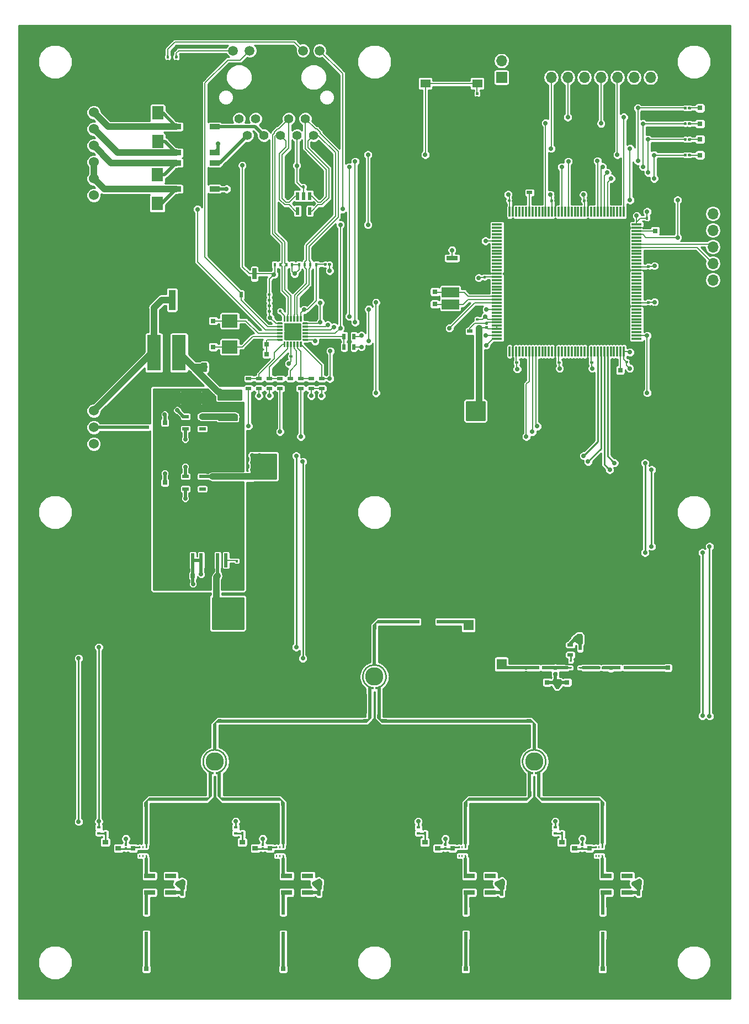
<source format=gtl>
G04 #@! TF.GenerationSoftware,KiCad,Pcbnew,(5.0.1)-4*
G04 #@! TF.CreationDate,2019-07-25T13:06:52-07:00*
G04 #@! TF.ProjectId,EllBayInd-TxLRU,456C6C426179496E642D54784C52552E,rev?*
G04 #@! TF.SameCoordinates,Original*
G04 #@! TF.FileFunction,Copper,L1,Top,Signal*
G04 #@! TF.FilePolarity,Positive*
%FSLAX46Y46*%
G04 Gerber Fmt 4.6, Leading zero omitted, Abs format (unit mm)*
G04 Created by KiCad (PCBNEW (5.0.1)-4) date 7/25/2019 1:06:53 PM*
%MOMM*%
%LPD*%
G01*
G04 APERTURE LIST*
G04 #@! TA.AperFunction,EtchedComponent*
%ADD10C,0.270000*%
G04 #@! TD*
G04 #@! TA.AperFunction,SMDPad,CuDef*
%ADD11R,1.900000X1.900000*%
G04 #@! TD*
G04 #@! TA.AperFunction,SMDPad,CuDef*
%ADD12R,0.700000X0.700000*%
G04 #@! TD*
G04 #@! TA.AperFunction,ComponentPad*
%ADD13C,0.700000*%
G04 #@! TD*
G04 #@! TA.AperFunction,ComponentPad*
%ADD14C,0.600000*%
G04 #@! TD*
G04 #@! TA.AperFunction,SMDPad,CuDef*
%ADD15R,2.110000X0.690000*%
G04 #@! TD*
G04 #@! TA.AperFunction,SMDPad,CuDef*
%ADD16R,0.690000X3.330000*%
G04 #@! TD*
G04 #@! TA.AperFunction,SMDPad,CuDef*
%ADD17R,1.680000X0.790000*%
G04 #@! TD*
G04 #@! TA.AperFunction,SMDPad,CuDef*
%ADD18R,0.600000X0.400000*%
G04 #@! TD*
G04 #@! TA.AperFunction,SMDPad,CuDef*
%ADD19R,1.520000X1.650000*%
G04 #@! TD*
G04 #@! TA.AperFunction,SMDPad,CuDef*
%ADD20R,1.200000X0.600000*%
G04 #@! TD*
G04 #@! TA.AperFunction,SMDPad,CuDef*
%ADD21R,0.250000X0.350000*%
G04 #@! TD*
G04 #@! TA.AperFunction,SMDPad,CuDef*
%ADD22R,1.750000X0.990000*%
G04 #@! TD*
G04 #@! TA.AperFunction,SMDPad,CuDef*
%ADD23R,0.990000X0.610000*%
G04 #@! TD*
G04 #@! TA.AperFunction,SMDPad,CuDef*
%ADD24R,0.990000X1.750000*%
G04 #@! TD*
G04 #@! TA.AperFunction,SMDPad,CuDef*
%ADD25R,0.610000X0.990000*%
G04 #@! TD*
G04 #@! TA.AperFunction,SMDPad,CuDef*
%ADD26R,0.800000X0.800000*%
G04 #@! TD*
G04 #@! TA.AperFunction,SMDPad,CuDef*
%ADD27R,1.550000X0.850000*%
G04 #@! TD*
G04 #@! TA.AperFunction,SMDPad,CuDef*
%ADD28R,1.550000X1.300000*%
G04 #@! TD*
G04 #@! TA.AperFunction,Conductor*
%ADD29C,0.200000*%
G04 #@! TD*
G04 #@! TA.AperFunction,SMDPad,CuDef*
%ADD30C,0.975000*%
G04 #@! TD*
G04 #@! TA.AperFunction,SMDPad,CuDef*
%ADD31R,2.700000X1.500000*%
G04 #@! TD*
G04 #@! TA.AperFunction,SMDPad,CuDef*
%ADD32R,1.800000X2.100000*%
G04 #@! TD*
G04 #@! TA.AperFunction,ComponentPad*
%ADD33C,1.524000*%
G04 #@! TD*
G04 #@! TA.AperFunction,SMDPad,CuDef*
%ADD34R,1.100000X3.100000*%
G04 #@! TD*
G04 #@! TA.AperFunction,SMDPad,CuDef*
%ADD35R,1.800000X0.650000*%
G04 #@! TD*
G04 #@! TA.AperFunction,SMDPad,CuDef*
%ADD36C,0.400000*%
G04 #@! TD*
G04 #@! TA.AperFunction,SMDPad,CuDef*
%ADD37R,0.800000X0.750000*%
G04 #@! TD*
G04 #@! TA.AperFunction,SMDPad,CuDef*
%ADD38R,0.750000X0.800000*%
G04 #@! TD*
G04 #@! TA.AperFunction,SMDPad,CuDef*
%ADD39R,0.650000X1.800000*%
G04 #@! TD*
G04 #@! TA.AperFunction,ComponentPad*
%ADD40O,1.700000X1.700000*%
G04 #@! TD*
G04 #@! TA.AperFunction,ComponentPad*
%ADD41R,1.700000X1.700000*%
G04 #@! TD*
G04 #@! TA.AperFunction,ComponentPad*
%ADD42C,1.500000*%
G04 #@! TD*
G04 #@! TA.AperFunction,ComponentPad*
%ADD43C,1.400000*%
G04 #@! TD*
G04 #@! TA.AperFunction,SMDPad,CuDef*
%ADD44R,0.900000X0.500000*%
G04 #@! TD*
G04 #@! TA.AperFunction,SMDPad,CuDef*
%ADD45R,0.400000X0.600000*%
G04 #@! TD*
G04 #@! TA.AperFunction,SMDPad,CuDef*
%ADD46R,0.500000X0.900000*%
G04 #@! TD*
G04 #@! TA.AperFunction,SMDPad,CuDef*
%ADD47R,0.600000X2.200000*%
G04 #@! TD*
G04 #@! TA.AperFunction,SMDPad,CuDef*
%ADD48R,3.450000X2.150000*%
G04 #@! TD*
G04 #@! TA.AperFunction,SMDPad,CuDef*
%ADD49R,1.100000X0.600000*%
G04 #@! TD*
G04 #@! TA.AperFunction,SMDPad,CuDef*
%ADD50R,0.600000X1.200000*%
G04 #@! TD*
G04 #@! TA.AperFunction,SMDPad,CuDef*
%ADD51C,0.300000*%
G04 #@! TD*
G04 #@! TA.AperFunction,SMDPad,CuDef*
%ADD52R,0.850000X0.300000*%
G04 #@! TD*
G04 #@! TA.AperFunction,SMDPad,CuDef*
%ADD53R,0.300000X0.850000*%
G04 #@! TD*
G04 #@! TA.AperFunction,SMDPad,CuDef*
%ADD54R,1.300000X1.300000*%
G04 #@! TD*
G04 #@! TA.AperFunction,SMDPad,CuDef*
%ADD55R,0.900000X0.800000*%
G04 #@! TD*
G04 #@! TA.AperFunction,SMDPad,CuDef*
%ADD56R,2.400000X2.000000*%
G04 #@! TD*
G04 #@! TA.AperFunction,SMDPad,CuDef*
%ADD57R,0.300000X1.550000*%
G04 #@! TD*
G04 #@! TA.AperFunction,SMDPad,CuDef*
%ADD58R,1.550000X0.300000*%
G04 #@! TD*
G04 #@! TA.AperFunction,SMDPad,CuDef*
%ADD59R,2.150000X5.500000*%
G04 #@! TD*
G04 #@! TA.AperFunction,SMDPad,CuDef*
%ADD60R,0.600000X0.500000*%
G04 #@! TD*
G04 #@! TA.AperFunction,SMDPad,CuDef*
%ADD61R,0.500000X0.600000*%
G04 #@! TD*
G04 #@! TA.AperFunction,SMDPad,CuDef*
%ADD62C,0.590000*%
G04 #@! TD*
G04 #@! TA.AperFunction,SMDPad,CuDef*
%ADD63R,0.400000X0.300000*%
G04 #@! TD*
G04 #@! TA.AperFunction,Conductor*
%ADD64C,2.806200*%
G04 #@! TD*
G04 #@! TA.AperFunction,Conductor*
%ADD65R,0.537000X1.000000*%
G04 #@! TD*
G04 #@! TA.AperFunction,SMDPad,CuDef*
%ADD66R,0.350000X0.250000*%
G04 #@! TD*
G04 #@! TA.AperFunction,SMDPad,CuDef*
%ADD67R,0.400000X0.537000*%
G04 #@! TD*
G04 #@! TA.AperFunction,SMDPad,CuDef*
%ADD68R,0.537000X0.400000*%
G04 #@! TD*
G04 #@! TA.AperFunction,ViaPad*
%ADD69C,0.700000*%
G04 #@! TD*
G04 #@! TA.AperFunction,Conductor*
%ADD70C,0.210000*%
G04 #@! TD*
G04 #@! TA.AperFunction,Conductor*
%ADD71C,0.500000*%
G04 #@! TD*
G04 #@! TA.AperFunction,Conductor*
%ADD72C,1.000000*%
G04 #@! TD*
G04 #@! TA.AperFunction,Conductor*
%ADD73C,0.250000*%
G04 #@! TD*
G04 #@! TA.AperFunction,Conductor*
%ADD74C,0.537000*%
G04 #@! TD*
G04 #@! TA.AperFunction,Conductor*
%ADD75C,0.254000*%
G04 #@! TD*
G04 APERTURE END LIST*
D10*
G04 #@! TO.C,R209*
X109882221Y-136958687D02*
G75*
G03X109080000Y-136950000I-382221J1748687D01*
G01*
G04 #@! TO.C,R210*
X85382221Y-123958687D02*
G75*
G03X84580000Y-123950000I-382221J1748687D01*
G01*
G04 #@! TO.C,R211*
X60882221Y-136958687D02*
G75*
G03X60080000Y-136950000I-382221J1748687D01*
G01*
G04 #@! TD*
D11*
G04 #@! TO.P,CON_Tx_1,2*
G04 #@! TO.N,GND*
X68625000Y-164625000D03*
X73375000Y-164625000D03*
X73375000Y-169375000D03*
X68625000Y-169375000D03*
D12*
G04 #@! TO.P,CON_Tx_1,1*
G04 #@! TO.N,Net-(CON_Tx_1-Pad1)*
X71000000Y-167000000D03*
D13*
G04 #@! TO.P,CON_Tx_1,2*
G04 #@! TO.N,GND*
X68625000Y-169375000D03*
X68625000Y-164625000D03*
X73375000Y-164625000D03*
X73375000Y-169375000D03*
G04 #@! TD*
D11*
G04 #@! TO.P,CON_Tx_3,2*
G04 #@! TO.N,GND*
X117625000Y-164625000D03*
X122375000Y-164625000D03*
X122375000Y-169375000D03*
X117625000Y-169375000D03*
D12*
G04 #@! TO.P,CON_Tx_3,1*
G04 #@! TO.N,Net-(CON_Tx_3-Pad1)*
X120000000Y-167000000D03*
D13*
G04 #@! TO.P,CON_Tx_3,2*
G04 #@! TO.N,GND*
X117625000Y-169375000D03*
X117625000Y-164625000D03*
X122375000Y-164625000D03*
X122375000Y-169375000D03*
G04 #@! TD*
D11*
G04 #@! TO.P,CON_IN_0,2*
G04 #@! TO.N,GND*
X132375000Y-118475000D03*
X132375000Y-123225000D03*
X127625000Y-123225000D03*
X127625000Y-118475000D03*
D12*
G04 #@! TO.P,CON_IN_0,1*
G04 #@! TO.N,Net-(C201-Pad2)*
X130000000Y-120850000D03*
D13*
G04 #@! TO.P,CON_IN_0,2*
G04 #@! TO.N,GND*
X127625000Y-118475000D03*
X132375000Y-118475000D03*
X132375000Y-123225000D03*
X127625000Y-123225000D03*
G04 #@! TD*
D11*
G04 #@! TO.P,CON_Tx_0,2*
G04 #@! TO.N,GND*
X47625000Y-164625000D03*
X52375000Y-164625000D03*
X52375000Y-169375000D03*
X47625000Y-169375000D03*
D12*
G04 #@! TO.P,CON_Tx_0,1*
G04 #@! TO.N,Net-(CON_Tx_0-Pad1)*
X50000000Y-167000000D03*
D13*
G04 #@! TO.P,CON_Tx_0,2*
G04 #@! TO.N,GND*
X47625000Y-169375000D03*
X47625000Y-164625000D03*
X52375000Y-164625000D03*
X52375000Y-169375000D03*
G04 #@! TD*
D11*
G04 #@! TO.P,CON_Tx_2,2*
G04 #@! TO.N,GND*
X96625000Y-164625000D03*
X101375000Y-164625000D03*
X101375000Y-169375000D03*
X96625000Y-169375000D03*
D12*
G04 #@! TO.P,CON_Tx_2,1*
G04 #@! TO.N,Net-(CON_Tx_2-Pad1)*
X99000000Y-167000000D03*
D13*
G04 #@! TO.P,CON_Tx_2,2*
G04 #@! TO.N,GND*
X96625000Y-169375000D03*
X96625000Y-164625000D03*
X101375000Y-164625000D03*
X101375000Y-169375000D03*
G04 #@! TD*
D14*
G04 #@! TO.P,U220,5*
G04 #@! TO.N,GND*
X120050000Y-154000000D03*
X121050000Y-154000000D03*
X122150000Y-155350000D03*
X122150000Y-154000000D03*
X122150000Y-152650000D03*
D15*
X120750000Y-154000000D03*
D16*
X122150000Y-154000000D03*
D17*
G04 #@! TO.P,U220,4*
G04 #@! TO.N,N/C*
X123760000Y-152730000D03*
G04 #@! TO.P,U220,3*
G04 #@! TO.N,+5V*
X123760000Y-155270000D03*
G04 #@! TO.P,U220,2*
G04 #@! TO.N,/LNA_out_3*
X120540000Y-155270000D03*
G04 #@! TO.P,U220,1*
G04 #@! TO.N,Net-(U216-Pad7)*
X120540000Y-152730000D03*
G04 #@! TD*
D18*
G04 #@! TO.P,R203,2*
G04 #@! TO.N,/Switch_2*
X91720000Y-145300000D03*
G04 #@! TO.P,R203,1*
G04 #@! TO.N,Net-(R203-Pad1)*
X91720000Y-146200000D03*
G04 #@! TD*
D14*
G04 #@! TO.P,U217,5*
G04 #@! TO.N,GND*
X50050000Y-154000000D03*
X51050000Y-154000000D03*
X52150000Y-155350000D03*
X52150000Y-154000000D03*
X52150000Y-152650000D03*
D15*
X50750000Y-154000000D03*
D16*
X52150000Y-154000000D03*
D17*
G04 #@! TO.P,U217,4*
G04 #@! TO.N,N/C*
X53760000Y-152730000D03*
G04 #@! TO.P,U217,3*
G04 #@! TO.N,+5V*
X53760000Y-155270000D03*
G04 #@! TO.P,U217,2*
G04 #@! TO.N,/LNA_out_0*
X50540000Y-155270000D03*
G04 #@! TO.P,U217,1*
G04 #@! TO.N,Net-(U213-Pad7)*
X50540000Y-152730000D03*
G04 #@! TD*
D14*
G04 #@! TO.P,U218,5*
G04 #@! TO.N,GND*
X71050000Y-154000000D03*
X72050000Y-154000000D03*
X73150000Y-155350000D03*
X73150000Y-154000000D03*
X73150000Y-152650000D03*
D15*
X71750000Y-154000000D03*
D16*
X73150000Y-154000000D03*
D17*
G04 #@! TO.P,U218,4*
G04 #@! TO.N,N/C*
X74760000Y-152730000D03*
G04 #@! TO.P,U218,3*
G04 #@! TO.N,+5V*
X74760000Y-155270000D03*
G04 #@! TO.P,U218,2*
G04 #@! TO.N,/LNA_out_1*
X71540000Y-155270000D03*
G04 #@! TO.P,U218,1*
G04 #@! TO.N,Net-(U214-Pad7)*
X71540000Y-152730000D03*
G04 #@! TD*
D18*
G04 #@! TO.P,R201,2*
G04 #@! TO.N,/Switch_0*
X42720000Y-145300000D03*
G04 #@! TO.P,R201,1*
G04 #@! TO.N,Net-(R201-Pad1)*
X42720000Y-146200000D03*
G04 #@! TD*
D14*
G04 #@! TO.P,U201,2*
G04 #@! TO.N,GND*
X101950000Y-115810000D03*
X103220000Y-115810000D03*
X104490000Y-115810000D03*
X104490000Y-117310000D03*
X103220000Y-117310000D03*
X101950000Y-117310000D03*
X100680000Y-117310000D03*
X99410000Y-117310000D03*
X99410000Y-118810000D03*
X100680000Y-118810000D03*
X101950000Y-118810000D03*
D19*
G04 #@! TO.P,U201,6*
X104490000Y-114325000D03*
G04 #@! TO.P,U201,5*
X101950000Y-114325000D03*
G04 #@! TO.P,U201,4*
G04 #@! TO.N,/Tripler_out*
X99410000Y-114325000D03*
G04 #@! TO.P,U201,3*
G04 #@! TO.N,GND*
X99410000Y-120295000D03*
G04 #@! TO.P,U201,2*
X101950000Y-120295000D03*
G04 #@! TO.P,U201,1*
G04 #@! TO.N,/LNA_out*
X104490000Y-120295000D03*
G04 #@! TD*
D20*
G04 #@! TO.P,U213,8*
G04 #@! TO.N,GND*
X49720000Y-149000000D03*
D21*
X50470000Y-149675000D03*
G04 #@! TO.P,U213,7*
G04 #@! TO.N,Net-(U213-Pad7)*
X49970000Y-149675000D03*
G04 #@! TO.P,U213,6*
G04 #@! TO.N,N/C*
X49470000Y-149675000D03*
G04 #@! TO.P,U213,5*
X48970000Y-149675000D03*
G04 #@! TO.P,U213,4*
G04 #@! TO.N,Net-(C212-Pad1)*
X48970000Y-148325000D03*
G04 #@! TO.P,U213,3*
G04 #@! TO.N,N/C*
X49470000Y-148325000D03*
G04 #@! TO.P,U213,2*
G04 #@! TO.N,/LO*
X49970000Y-148325000D03*
G04 #@! TO.P,U213,1*
G04 #@! TO.N,GND*
X50470000Y-148325000D03*
G04 #@! TD*
D20*
G04 #@! TO.P,U214,8*
G04 #@! TO.N,GND*
X70720000Y-149000000D03*
D21*
X71470000Y-149675000D03*
G04 #@! TO.P,U214,7*
G04 #@! TO.N,Net-(U214-Pad7)*
X70970000Y-149675000D03*
G04 #@! TO.P,U214,6*
G04 #@! TO.N,N/C*
X70470000Y-149675000D03*
G04 #@! TO.P,U214,5*
X69970000Y-149675000D03*
G04 #@! TO.P,U214,4*
G04 #@! TO.N,Net-(C213-Pad1)*
X69970000Y-148325000D03*
G04 #@! TO.P,U214,3*
G04 #@! TO.N,N/C*
X70470000Y-148325000D03*
G04 #@! TO.P,U214,2*
G04 #@! TO.N,/LO*
X70970000Y-148325000D03*
G04 #@! TO.P,U214,1*
G04 #@! TO.N,GND*
X71470000Y-148325000D03*
G04 #@! TD*
D20*
G04 #@! TO.P,U215,8*
G04 #@! TO.N,GND*
X98720000Y-149000000D03*
D21*
X99470000Y-149675000D03*
G04 #@! TO.P,U215,7*
G04 #@! TO.N,Net-(U215-Pad7)*
X98970000Y-149675000D03*
G04 #@! TO.P,U215,6*
G04 #@! TO.N,N/C*
X98470000Y-149675000D03*
G04 #@! TO.P,U215,5*
X97970000Y-149675000D03*
G04 #@! TO.P,U215,4*
G04 #@! TO.N,Net-(C214-Pad1)*
X97970000Y-148325000D03*
G04 #@! TO.P,U215,3*
G04 #@! TO.N,N/C*
X98470000Y-148325000D03*
G04 #@! TO.P,U215,2*
G04 #@! TO.N,/LO*
X98970000Y-148325000D03*
G04 #@! TO.P,U215,1*
G04 #@! TO.N,GND*
X99470000Y-148325000D03*
G04 #@! TD*
D20*
G04 #@! TO.P,U216,8*
G04 #@! TO.N,GND*
X119720000Y-149000000D03*
D21*
X120470000Y-149675000D03*
G04 #@! TO.P,U216,7*
G04 #@! TO.N,Net-(U216-Pad7)*
X119970000Y-149675000D03*
G04 #@! TO.P,U216,6*
G04 #@! TO.N,N/C*
X119470000Y-149675000D03*
G04 #@! TO.P,U216,5*
X118970000Y-149675000D03*
G04 #@! TO.P,U216,4*
G04 #@! TO.N,Net-(C215-Pad1)*
X118970000Y-148325000D03*
G04 #@! TO.P,U216,3*
G04 #@! TO.N,N/C*
X119470000Y-148325000D03*
G04 #@! TO.P,U216,2*
G04 #@! TO.N,/LO*
X119970000Y-148325000D03*
G04 #@! TO.P,U216,1*
G04 #@! TO.N,GND*
X120470000Y-148325000D03*
G04 #@! TD*
D14*
G04 #@! TO.P,U208,4*
G04 #@! TO.N,GND*
X92655000Y-115005000D03*
X93795000Y-115005000D03*
G04 #@! TO.P,U208,2*
X92655000Y-112605000D03*
X93795000Y-112605000D03*
D22*
G04 #@! TO.P,U208,4*
X93225000Y-114820000D03*
D23*
G04 #@! TO.P,U208,3*
G04 #@! TO.N,/LO*
X91410000Y-113805000D03*
D22*
G04 #@! TO.P,U208,2*
G04 #@! TO.N,GND*
X93225000Y-112790000D03*
D23*
G04 #@! TO.P,U208,1*
G04 #@! TO.N,/Tripler_out*
X95040000Y-113805000D03*
G04 #@! TD*
D14*
G04 #@! TO.P,U225,4*
G04 #@! TO.N,GND*
X72200000Y-160570000D03*
X72200000Y-159430000D03*
G04 #@! TO.P,U225,2*
X69800000Y-160570000D03*
X69800000Y-159430000D03*
D24*
G04 #@! TO.P,U225,4*
X72015000Y-160000000D03*
D25*
G04 #@! TO.P,U225,3*
G04 #@! TO.N,Net-(CON_Tx_1-Pad1)*
X71000000Y-161815000D03*
D24*
G04 #@! TO.P,U225,2*
G04 #@! TO.N,GND*
X69985000Y-160000000D03*
D25*
G04 #@! TO.P,U225,1*
G04 #@! TO.N,/LNA_out_1*
X71000000Y-158185000D03*
G04 #@! TD*
D14*
G04 #@! TO.P,U226,4*
G04 #@! TO.N,GND*
X100200000Y-160570000D03*
X100200000Y-159430000D03*
G04 #@! TO.P,U226,2*
X97800000Y-160570000D03*
X97800000Y-159430000D03*
D24*
G04 #@! TO.P,U226,4*
X100015000Y-160000000D03*
D25*
G04 #@! TO.P,U226,3*
G04 #@! TO.N,Net-(CON_Tx_2-Pad1)*
X99000000Y-161815000D03*
D24*
G04 #@! TO.P,U226,2*
G04 #@! TO.N,GND*
X97985000Y-160000000D03*
D25*
G04 #@! TO.P,U226,1*
G04 #@! TO.N,/LNA_out_2*
X99000000Y-158185000D03*
G04 #@! TD*
D14*
G04 #@! TO.P,U227,4*
G04 #@! TO.N,GND*
X121200000Y-160570000D03*
X121200000Y-159430000D03*
G04 #@! TO.P,U227,2*
X118800000Y-160570000D03*
X118800000Y-159430000D03*
D24*
G04 #@! TO.P,U227,4*
X121015000Y-160000000D03*
D25*
G04 #@! TO.P,U227,3*
G04 #@! TO.N,Net-(CON_Tx_3-Pad1)*
X120000000Y-161815000D03*
D24*
G04 #@! TO.P,U227,2*
G04 #@! TO.N,GND*
X118985000Y-160000000D03*
D25*
G04 #@! TO.P,U227,1*
G04 #@! TO.N,/LNA_out_3*
X120000000Y-158185000D03*
G04 #@! TD*
D14*
G04 #@! TO.P,U219,5*
G04 #@! TO.N,GND*
X99050000Y-154000000D03*
X100050000Y-154000000D03*
X101150000Y-155350000D03*
X101150000Y-154000000D03*
X101150000Y-152650000D03*
D15*
X99750000Y-154000000D03*
D16*
X101150000Y-154000000D03*
D17*
G04 #@! TO.P,U219,4*
G04 #@! TO.N,N/C*
X102760000Y-152730000D03*
G04 #@! TO.P,U219,3*
G04 #@! TO.N,+5V*
X102760000Y-155270000D03*
G04 #@! TO.P,U219,2*
G04 #@! TO.N,/LNA_out_2*
X99540000Y-155270000D03*
G04 #@! TO.P,U219,1*
G04 #@! TO.N,Net-(U215-Pad7)*
X99540000Y-152730000D03*
G04 #@! TD*
D26*
G04 #@! TO.P,U111,2*
G04 #@! TO.N,Net-(R107-Pad1)*
X134950000Y-37500000D03*
G04 #@! TO.P,U111,1*
G04 #@! TO.N,GND*
X136450000Y-37500000D03*
G04 #@! TD*
G04 #@! TO.P,U112,2*
G04 #@! TO.N,Net-(R108-Pad1)*
X134950000Y-35100000D03*
G04 #@! TO.P,U112,1*
G04 #@! TO.N,GND*
X136450000Y-35100000D03*
G04 #@! TD*
G04 #@! TO.P,U113,2*
G04 #@! TO.N,Net-(R105-Pad1)*
X134950000Y-42300000D03*
G04 #@! TO.P,U113,1*
G04 #@! TO.N,GND*
X136450000Y-42300000D03*
G04 #@! TD*
G04 #@! TO.P,U114,2*
G04 #@! TO.N,Net-(R106-Pad1)*
X134950000Y-39900000D03*
G04 #@! TO.P,U114,1*
G04 #@! TO.N,GND*
X136450000Y-39900000D03*
G04 #@! TD*
D27*
G04 #@! TO.P,U108,1*
G04 #@! TO.N,Net-(M150-Pad3)*
X54600000Y-43500000D03*
G04 #@! TO.P,U108,2*
G04 #@! TO.N,Net-(M150-Pad4)*
X54600000Y-47500000D03*
G04 #@! TO.P,U108,3*
G04 #@! TO.N,/Common/Sheet5C53D1CF/VC2-*
X60500000Y-47500000D03*
G04 #@! TO.P,U108,4*
G04 #@! TO.N,/Common/Sheet5C53D1CF/VC2+*
X60500000Y-43500000D03*
G04 #@! TD*
G04 #@! TO.P,U107,1*
G04 #@! TO.N,Net-(M150-Pad1)*
X54600000Y-37950000D03*
G04 #@! TO.P,U107,2*
G04 #@! TO.N,Net-(M150-Pad2)*
X54600000Y-41950000D03*
G04 #@! TO.P,U107,3*
G04 #@! TO.N,/Common/Sheet5C53D1CF/VC1-*
X60500000Y-41950000D03*
G04 #@! TO.P,U107,4*
G04 #@! TO.N,/Common/Sheet5C53D1CF/VC1+*
X60500000Y-37950000D03*
G04 #@! TD*
D28*
G04 #@! TO.P,B101,4*
G04 #@! TO.N,/Common/NRST*
X100775000Y-31350000D03*
G04 #@! TO.P,B101,3*
X92825000Y-31350000D03*
G04 #@! TO.P,B101,2*
G04 #@! TO.N,GND*
X100775000Y-26850000D03*
G04 #@! TO.P,B101,1*
X92825000Y-26850000D03*
G04 #@! TD*
D29*
G04 #@! TO.N,GND*
G04 #@! TO.C,C131*
G36*
X61005142Y-74101174D02*
X61028803Y-74104684D01*
X61052007Y-74110496D01*
X61074529Y-74118554D01*
X61096153Y-74128782D01*
X61116670Y-74141079D01*
X61135883Y-74155329D01*
X61153607Y-74171393D01*
X61169671Y-74189117D01*
X61183921Y-74208330D01*
X61196218Y-74228847D01*
X61206446Y-74250471D01*
X61214504Y-74272993D01*
X61220316Y-74296197D01*
X61223826Y-74319858D01*
X61225000Y-74343750D01*
X61225000Y-75256250D01*
X61223826Y-75280142D01*
X61220316Y-75303803D01*
X61214504Y-75327007D01*
X61206446Y-75349529D01*
X61196218Y-75371153D01*
X61183921Y-75391670D01*
X61169671Y-75410883D01*
X61153607Y-75428607D01*
X61135883Y-75444671D01*
X61116670Y-75458921D01*
X61096153Y-75471218D01*
X61074529Y-75481446D01*
X61052007Y-75489504D01*
X61028803Y-75495316D01*
X61005142Y-75498826D01*
X60981250Y-75500000D01*
X60493750Y-75500000D01*
X60469858Y-75498826D01*
X60446197Y-75495316D01*
X60422993Y-75489504D01*
X60400471Y-75481446D01*
X60378847Y-75471218D01*
X60358330Y-75458921D01*
X60339117Y-75444671D01*
X60321393Y-75428607D01*
X60305329Y-75410883D01*
X60291079Y-75391670D01*
X60278782Y-75371153D01*
X60268554Y-75349529D01*
X60260496Y-75327007D01*
X60254684Y-75303803D01*
X60251174Y-75280142D01*
X60250000Y-75256250D01*
X60250000Y-74343750D01*
X60251174Y-74319858D01*
X60254684Y-74296197D01*
X60260496Y-74272993D01*
X60268554Y-74250471D01*
X60278782Y-74228847D01*
X60291079Y-74208330D01*
X60305329Y-74189117D01*
X60321393Y-74171393D01*
X60339117Y-74155329D01*
X60358330Y-74141079D01*
X60378847Y-74128782D01*
X60400471Y-74118554D01*
X60422993Y-74110496D01*
X60446197Y-74104684D01*
X60469858Y-74101174D01*
X60493750Y-74100000D01*
X60981250Y-74100000D01*
X61005142Y-74101174D01*
X61005142Y-74101174D01*
G37*
D30*
G04 #@! TD*
G04 #@! TO.P,C131,1*
G04 #@! TO.N,GND*
X60737500Y-74800000D03*
D29*
G04 #@! TO.N,/Common/5.5V*
G04 #@! TO.C,C131*
G36*
X59130142Y-74101174D02*
X59153803Y-74104684D01*
X59177007Y-74110496D01*
X59199529Y-74118554D01*
X59221153Y-74128782D01*
X59241670Y-74141079D01*
X59260883Y-74155329D01*
X59278607Y-74171393D01*
X59294671Y-74189117D01*
X59308921Y-74208330D01*
X59321218Y-74228847D01*
X59331446Y-74250471D01*
X59339504Y-74272993D01*
X59345316Y-74296197D01*
X59348826Y-74319858D01*
X59350000Y-74343750D01*
X59350000Y-75256250D01*
X59348826Y-75280142D01*
X59345316Y-75303803D01*
X59339504Y-75327007D01*
X59331446Y-75349529D01*
X59321218Y-75371153D01*
X59308921Y-75391670D01*
X59294671Y-75410883D01*
X59278607Y-75428607D01*
X59260883Y-75444671D01*
X59241670Y-75458921D01*
X59221153Y-75471218D01*
X59199529Y-75481446D01*
X59177007Y-75489504D01*
X59153803Y-75495316D01*
X59130142Y-75498826D01*
X59106250Y-75500000D01*
X58618750Y-75500000D01*
X58594858Y-75498826D01*
X58571197Y-75495316D01*
X58547993Y-75489504D01*
X58525471Y-75481446D01*
X58503847Y-75471218D01*
X58483330Y-75458921D01*
X58464117Y-75444671D01*
X58446393Y-75428607D01*
X58430329Y-75410883D01*
X58416079Y-75391670D01*
X58403782Y-75371153D01*
X58393554Y-75349529D01*
X58385496Y-75327007D01*
X58379684Y-75303803D01*
X58376174Y-75280142D01*
X58375000Y-75256250D01*
X58375000Y-74343750D01*
X58376174Y-74319858D01*
X58379684Y-74296197D01*
X58385496Y-74272993D01*
X58393554Y-74250471D01*
X58403782Y-74228847D01*
X58416079Y-74208330D01*
X58430329Y-74189117D01*
X58446393Y-74171393D01*
X58464117Y-74155329D01*
X58483330Y-74141079D01*
X58503847Y-74128782D01*
X58525471Y-74118554D01*
X58547993Y-74110496D01*
X58571197Y-74104684D01*
X58594858Y-74101174D01*
X58618750Y-74100000D01*
X59106250Y-74100000D01*
X59130142Y-74101174D01*
X59130142Y-74101174D01*
G37*
D30*
G04 #@! TD*
G04 #@! TO.P,C131,2*
G04 #@! TO.N,/Common/5.5V*
X58862500Y-74800000D03*
D31*
G04 #@! TO.P,Y101,1*
G04 #@! TO.N,Net-(C123-Pad1)*
X96650000Y-63300000D03*
G04 #@! TO.P,Y101,2*
G04 #@! TO.N,Net-(C124-Pad1)*
X96650000Y-65200000D03*
G04 #@! TD*
D32*
G04 #@! TO.P,U109,1*
G04 #@! TO.N,Net-(M150-Pad1)*
X51750000Y-35850000D03*
G04 #@! TO.P,U109,2*
G04 #@! TO.N,Net-(M150-Pad2)*
X51750000Y-40250000D03*
G04 #@! TD*
G04 #@! TO.P,U110,1*
G04 #@! TO.N,Net-(M150-Pad3)*
X51700000Y-45300000D03*
G04 #@! TO.P,U110,2*
G04 #@! TO.N,Net-(M150-Pad4)*
X51700000Y-49700000D03*
G04 #@! TD*
D33*
G04 #@! TO.P,M150,1*
G04 #@! TO.N,Net-(M150-Pad1)*
X41950000Y-35750000D03*
G04 #@! TO.P,M150,2*
G04 #@! TO.N,Net-(M150-Pad2)*
X41950000Y-38290000D03*
G04 #@! TO.P,M150,3*
G04 #@! TO.N,Net-(M150-Pad3)*
X41950000Y-40830000D03*
G04 #@! TO.P,M150,4*
G04 #@! TO.N,Net-(M150-Pad4)*
X41950000Y-43370000D03*
G04 #@! TO.P,M150,5*
X41950000Y-45910000D03*
G04 #@! TO.P,M150,6*
G04 #@! TO.N,N/C*
X41950000Y-48450000D03*
G04 #@! TO.P,M150,7*
G04 #@! TO.N,GND*
X41950000Y-78930000D03*
G04 #@! TO.P,M150,8*
G04 #@! TO.N,Net-(C370-Pad1)*
X41950000Y-81470000D03*
G04 #@! TO.P,M150,9*
G04 #@! TO.N,Net-(M150-Pad9)*
X41950000Y-84010000D03*
G04 #@! TO.P,M150,10*
G04 #@! TO.N,N/C*
X41950000Y-86550000D03*
G04 #@! TD*
D34*
G04 #@! TO.P,C370,1*
G04 #@! TO.N,Net-(C370-Pad1)*
X53950000Y-64500000D03*
G04 #@! TO.P,C370,2*
G04 #@! TO.N,GND*
X53950000Y-57500000D03*
G04 #@! TD*
D35*
G04 #@! TO.P,C101,2*
G04 #@! TO.N,GND*
X94100000Y-58100000D03*
G04 #@! TO.P,C101,1*
G04 #@! TO.N,+3V3*
X96900000Y-58100000D03*
G04 #@! TD*
D29*
G04 #@! TO.N,GND*
G04 #@! TO.C,C102*
G36*
X102009802Y-60150482D02*
X102019509Y-60151921D01*
X102029028Y-60154306D01*
X102038268Y-60157612D01*
X102047140Y-60161808D01*
X102055557Y-60166853D01*
X102063439Y-60172699D01*
X102070711Y-60179289D01*
X102077301Y-60186561D01*
X102083147Y-60194443D01*
X102088192Y-60202860D01*
X102092388Y-60211732D01*
X102095694Y-60220972D01*
X102098079Y-60230491D01*
X102099518Y-60240198D01*
X102100000Y-60250000D01*
X102100000Y-60510000D01*
X102099518Y-60519802D01*
X102098079Y-60529509D01*
X102095694Y-60539028D01*
X102092388Y-60548268D01*
X102088192Y-60557140D01*
X102083147Y-60565557D01*
X102077301Y-60573439D01*
X102070711Y-60580711D01*
X102063439Y-60587301D01*
X102055557Y-60593147D01*
X102047140Y-60598192D01*
X102038268Y-60602388D01*
X102029028Y-60605694D01*
X102019509Y-60608079D01*
X102009802Y-60609518D01*
X102000000Y-60610000D01*
X101800000Y-60610000D01*
X101790198Y-60609518D01*
X101780491Y-60608079D01*
X101770972Y-60605694D01*
X101761732Y-60602388D01*
X101752860Y-60598192D01*
X101744443Y-60593147D01*
X101736561Y-60587301D01*
X101729289Y-60580711D01*
X101722699Y-60573439D01*
X101716853Y-60565557D01*
X101711808Y-60557140D01*
X101707612Y-60548268D01*
X101704306Y-60539028D01*
X101701921Y-60529509D01*
X101700482Y-60519802D01*
X101700000Y-60510000D01*
X101700000Y-60250000D01*
X101700482Y-60240198D01*
X101701921Y-60230491D01*
X101704306Y-60220972D01*
X101707612Y-60211732D01*
X101711808Y-60202860D01*
X101716853Y-60194443D01*
X101722699Y-60186561D01*
X101729289Y-60179289D01*
X101736561Y-60172699D01*
X101744443Y-60166853D01*
X101752860Y-60161808D01*
X101761732Y-60157612D01*
X101770972Y-60154306D01*
X101780491Y-60151921D01*
X101790198Y-60150482D01*
X101800000Y-60150000D01*
X102000000Y-60150000D01*
X102009802Y-60150482D01*
X102009802Y-60150482D01*
G37*
D36*
G04 #@! TD*
G04 #@! TO.P,C102,2*
G04 #@! TO.N,GND*
X101900000Y-60380000D03*
D29*
G04 #@! TO.N,+3V3*
G04 #@! TO.C,C102*
G36*
X102009802Y-60790482D02*
X102019509Y-60791921D01*
X102029028Y-60794306D01*
X102038268Y-60797612D01*
X102047140Y-60801808D01*
X102055557Y-60806853D01*
X102063439Y-60812699D01*
X102070711Y-60819289D01*
X102077301Y-60826561D01*
X102083147Y-60834443D01*
X102088192Y-60842860D01*
X102092388Y-60851732D01*
X102095694Y-60860972D01*
X102098079Y-60870491D01*
X102099518Y-60880198D01*
X102100000Y-60890000D01*
X102100000Y-61150000D01*
X102099518Y-61159802D01*
X102098079Y-61169509D01*
X102095694Y-61179028D01*
X102092388Y-61188268D01*
X102088192Y-61197140D01*
X102083147Y-61205557D01*
X102077301Y-61213439D01*
X102070711Y-61220711D01*
X102063439Y-61227301D01*
X102055557Y-61233147D01*
X102047140Y-61238192D01*
X102038268Y-61242388D01*
X102029028Y-61245694D01*
X102019509Y-61248079D01*
X102009802Y-61249518D01*
X102000000Y-61250000D01*
X101800000Y-61250000D01*
X101790198Y-61249518D01*
X101780491Y-61248079D01*
X101770972Y-61245694D01*
X101761732Y-61242388D01*
X101752860Y-61238192D01*
X101744443Y-61233147D01*
X101736561Y-61227301D01*
X101729289Y-61220711D01*
X101722699Y-61213439D01*
X101716853Y-61205557D01*
X101711808Y-61197140D01*
X101707612Y-61188268D01*
X101704306Y-61179028D01*
X101701921Y-61169509D01*
X101700482Y-61159802D01*
X101700000Y-61150000D01*
X101700000Y-60890000D01*
X101700482Y-60880198D01*
X101701921Y-60870491D01*
X101704306Y-60860972D01*
X101707612Y-60851732D01*
X101711808Y-60842860D01*
X101716853Y-60834443D01*
X101722699Y-60826561D01*
X101729289Y-60819289D01*
X101736561Y-60812699D01*
X101744443Y-60806853D01*
X101752860Y-60801808D01*
X101761732Y-60797612D01*
X101770972Y-60794306D01*
X101780491Y-60791921D01*
X101790198Y-60790482D01*
X101800000Y-60790000D01*
X102000000Y-60790000D01*
X102009802Y-60790482D01*
X102009802Y-60790482D01*
G37*
D36*
G04 #@! TD*
G04 #@! TO.P,C102,1*
G04 #@! TO.N,+3V3*
X101900000Y-61020000D03*
D29*
G04 #@! TO.N,+3V3*
G04 #@! TO.C,C103*
G36*
X106959802Y-73900482D02*
X106969509Y-73901921D01*
X106979028Y-73904306D01*
X106988268Y-73907612D01*
X106997140Y-73911808D01*
X107005557Y-73916853D01*
X107013439Y-73922699D01*
X107020711Y-73929289D01*
X107027301Y-73936561D01*
X107033147Y-73944443D01*
X107038192Y-73952860D01*
X107042388Y-73961732D01*
X107045694Y-73970972D01*
X107048079Y-73980491D01*
X107049518Y-73990198D01*
X107050000Y-74000000D01*
X107050000Y-74200000D01*
X107049518Y-74209802D01*
X107048079Y-74219509D01*
X107045694Y-74229028D01*
X107042388Y-74238268D01*
X107038192Y-74247140D01*
X107033147Y-74255557D01*
X107027301Y-74263439D01*
X107020711Y-74270711D01*
X107013439Y-74277301D01*
X107005557Y-74283147D01*
X106997140Y-74288192D01*
X106988268Y-74292388D01*
X106979028Y-74295694D01*
X106969509Y-74298079D01*
X106959802Y-74299518D01*
X106950000Y-74300000D01*
X106690000Y-74300000D01*
X106680198Y-74299518D01*
X106670491Y-74298079D01*
X106660972Y-74295694D01*
X106651732Y-74292388D01*
X106642860Y-74288192D01*
X106634443Y-74283147D01*
X106626561Y-74277301D01*
X106619289Y-74270711D01*
X106612699Y-74263439D01*
X106606853Y-74255557D01*
X106601808Y-74247140D01*
X106597612Y-74238268D01*
X106594306Y-74229028D01*
X106591921Y-74219509D01*
X106590482Y-74209802D01*
X106590000Y-74200000D01*
X106590000Y-74000000D01*
X106590482Y-73990198D01*
X106591921Y-73980491D01*
X106594306Y-73970972D01*
X106597612Y-73961732D01*
X106601808Y-73952860D01*
X106606853Y-73944443D01*
X106612699Y-73936561D01*
X106619289Y-73929289D01*
X106626561Y-73922699D01*
X106634443Y-73916853D01*
X106642860Y-73911808D01*
X106651732Y-73907612D01*
X106660972Y-73904306D01*
X106670491Y-73901921D01*
X106680198Y-73900482D01*
X106690000Y-73900000D01*
X106950000Y-73900000D01*
X106959802Y-73900482D01*
X106959802Y-73900482D01*
G37*
D36*
G04 #@! TD*
G04 #@! TO.P,C103,1*
G04 #@! TO.N,+3V3*
X106820000Y-74100000D03*
D29*
G04 #@! TO.N,GND*
G04 #@! TO.C,C103*
G36*
X106319802Y-73900482D02*
X106329509Y-73901921D01*
X106339028Y-73904306D01*
X106348268Y-73907612D01*
X106357140Y-73911808D01*
X106365557Y-73916853D01*
X106373439Y-73922699D01*
X106380711Y-73929289D01*
X106387301Y-73936561D01*
X106393147Y-73944443D01*
X106398192Y-73952860D01*
X106402388Y-73961732D01*
X106405694Y-73970972D01*
X106408079Y-73980491D01*
X106409518Y-73990198D01*
X106410000Y-74000000D01*
X106410000Y-74200000D01*
X106409518Y-74209802D01*
X106408079Y-74219509D01*
X106405694Y-74229028D01*
X106402388Y-74238268D01*
X106398192Y-74247140D01*
X106393147Y-74255557D01*
X106387301Y-74263439D01*
X106380711Y-74270711D01*
X106373439Y-74277301D01*
X106365557Y-74283147D01*
X106357140Y-74288192D01*
X106348268Y-74292388D01*
X106339028Y-74295694D01*
X106329509Y-74298079D01*
X106319802Y-74299518D01*
X106310000Y-74300000D01*
X106050000Y-74300000D01*
X106040198Y-74299518D01*
X106030491Y-74298079D01*
X106020972Y-74295694D01*
X106011732Y-74292388D01*
X106002860Y-74288192D01*
X105994443Y-74283147D01*
X105986561Y-74277301D01*
X105979289Y-74270711D01*
X105972699Y-74263439D01*
X105966853Y-74255557D01*
X105961808Y-74247140D01*
X105957612Y-74238268D01*
X105954306Y-74229028D01*
X105951921Y-74219509D01*
X105950482Y-74209802D01*
X105950000Y-74200000D01*
X105950000Y-74000000D01*
X105950482Y-73990198D01*
X105951921Y-73980491D01*
X105954306Y-73970972D01*
X105957612Y-73961732D01*
X105961808Y-73952860D01*
X105966853Y-73944443D01*
X105972699Y-73936561D01*
X105979289Y-73929289D01*
X105986561Y-73922699D01*
X105994443Y-73916853D01*
X106002860Y-73911808D01*
X106011732Y-73907612D01*
X106020972Y-73904306D01*
X106030491Y-73901921D01*
X106040198Y-73900482D01*
X106050000Y-73900000D01*
X106310000Y-73900000D01*
X106319802Y-73900482D01*
X106319802Y-73900482D01*
G37*
D36*
G04 #@! TD*
G04 #@! TO.P,C103,2*
G04 #@! TO.N,GND*
X106180000Y-74100000D03*
D29*
G04 #@! TO.N,GND*
G04 #@! TO.C,C104*
G36*
X112819802Y-73900482D02*
X112829509Y-73901921D01*
X112839028Y-73904306D01*
X112848268Y-73907612D01*
X112857140Y-73911808D01*
X112865557Y-73916853D01*
X112873439Y-73922699D01*
X112880711Y-73929289D01*
X112887301Y-73936561D01*
X112893147Y-73944443D01*
X112898192Y-73952860D01*
X112902388Y-73961732D01*
X112905694Y-73970972D01*
X112908079Y-73980491D01*
X112909518Y-73990198D01*
X112910000Y-74000000D01*
X112910000Y-74200000D01*
X112909518Y-74209802D01*
X112908079Y-74219509D01*
X112905694Y-74229028D01*
X112902388Y-74238268D01*
X112898192Y-74247140D01*
X112893147Y-74255557D01*
X112887301Y-74263439D01*
X112880711Y-74270711D01*
X112873439Y-74277301D01*
X112865557Y-74283147D01*
X112857140Y-74288192D01*
X112848268Y-74292388D01*
X112839028Y-74295694D01*
X112829509Y-74298079D01*
X112819802Y-74299518D01*
X112810000Y-74300000D01*
X112550000Y-74300000D01*
X112540198Y-74299518D01*
X112530491Y-74298079D01*
X112520972Y-74295694D01*
X112511732Y-74292388D01*
X112502860Y-74288192D01*
X112494443Y-74283147D01*
X112486561Y-74277301D01*
X112479289Y-74270711D01*
X112472699Y-74263439D01*
X112466853Y-74255557D01*
X112461808Y-74247140D01*
X112457612Y-74238268D01*
X112454306Y-74229028D01*
X112451921Y-74219509D01*
X112450482Y-74209802D01*
X112450000Y-74200000D01*
X112450000Y-74000000D01*
X112450482Y-73990198D01*
X112451921Y-73980491D01*
X112454306Y-73970972D01*
X112457612Y-73961732D01*
X112461808Y-73952860D01*
X112466853Y-73944443D01*
X112472699Y-73936561D01*
X112479289Y-73929289D01*
X112486561Y-73922699D01*
X112494443Y-73916853D01*
X112502860Y-73911808D01*
X112511732Y-73907612D01*
X112520972Y-73904306D01*
X112530491Y-73901921D01*
X112540198Y-73900482D01*
X112550000Y-73900000D01*
X112810000Y-73900000D01*
X112819802Y-73900482D01*
X112819802Y-73900482D01*
G37*
D36*
G04 #@! TD*
G04 #@! TO.P,C104,2*
G04 #@! TO.N,GND*
X112680000Y-74100000D03*
D29*
G04 #@! TO.N,+3V3*
G04 #@! TO.C,C104*
G36*
X113459802Y-73900482D02*
X113469509Y-73901921D01*
X113479028Y-73904306D01*
X113488268Y-73907612D01*
X113497140Y-73911808D01*
X113505557Y-73916853D01*
X113513439Y-73922699D01*
X113520711Y-73929289D01*
X113527301Y-73936561D01*
X113533147Y-73944443D01*
X113538192Y-73952860D01*
X113542388Y-73961732D01*
X113545694Y-73970972D01*
X113548079Y-73980491D01*
X113549518Y-73990198D01*
X113550000Y-74000000D01*
X113550000Y-74200000D01*
X113549518Y-74209802D01*
X113548079Y-74219509D01*
X113545694Y-74229028D01*
X113542388Y-74238268D01*
X113538192Y-74247140D01*
X113533147Y-74255557D01*
X113527301Y-74263439D01*
X113520711Y-74270711D01*
X113513439Y-74277301D01*
X113505557Y-74283147D01*
X113497140Y-74288192D01*
X113488268Y-74292388D01*
X113479028Y-74295694D01*
X113469509Y-74298079D01*
X113459802Y-74299518D01*
X113450000Y-74300000D01*
X113190000Y-74300000D01*
X113180198Y-74299518D01*
X113170491Y-74298079D01*
X113160972Y-74295694D01*
X113151732Y-74292388D01*
X113142860Y-74288192D01*
X113134443Y-74283147D01*
X113126561Y-74277301D01*
X113119289Y-74270711D01*
X113112699Y-74263439D01*
X113106853Y-74255557D01*
X113101808Y-74247140D01*
X113097612Y-74238268D01*
X113094306Y-74229028D01*
X113091921Y-74219509D01*
X113090482Y-74209802D01*
X113090000Y-74200000D01*
X113090000Y-74000000D01*
X113090482Y-73990198D01*
X113091921Y-73980491D01*
X113094306Y-73970972D01*
X113097612Y-73961732D01*
X113101808Y-73952860D01*
X113106853Y-73944443D01*
X113112699Y-73936561D01*
X113119289Y-73929289D01*
X113126561Y-73922699D01*
X113134443Y-73916853D01*
X113142860Y-73911808D01*
X113151732Y-73907612D01*
X113160972Y-73904306D01*
X113170491Y-73901921D01*
X113180198Y-73900482D01*
X113190000Y-73900000D01*
X113450000Y-73900000D01*
X113459802Y-73900482D01*
X113459802Y-73900482D01*
G37*
D36*
G04 #@! TD*
G04 #@! TO.P,C104,1*
G04 #@! TO.N,+3V3*
X113320000Y-74100000D03*
D29*
G04 #@! TO.N,+3V3*
G04 #@! TO.C,C105*
G36*
X118459802Y-73900482D02*
X118469509Y-73901921D01*
X118479028Y-73904306D01*
X118488268Y-73907612D01*
X118497140Y-73911808D01*
X118505557Y-73916853D01*
X118513439Y-73922699D01*
X118520711Y-73929289D01*
X118527301Y-73936561D01*
X118533147Y-73944443D01*
X118538192Y-73952860D01*
X118542388Y-73961732D01*
X118545694Y-73970972D01*
X118548079Y-73980491D01*
X118549518Y-73990198D01*
X118550000Y-74000000D01*
X118550000Y-74200000D01*
X118549518Y-74209802D01*
X118548079Y-74219509D01*
X118545694Y-74229028D01*
X118542388Y-74238268D01*
X118538192Y-74247140D01*
X118533147Y-74255557D01*
X118527301Y-74263439D01*
X118520711Y-74270711D01*
X118513439Y-74277301D01*
X118505557Y-74283147D01*
X118497140Y-74288192D01*
X118488268Y-74292388D01*
X118479028Y-74295694D01*
X118469509Y-74298079D01*
X118459802Y-74299518D01*
X118450000Y-74300000D01*
X118190000Y-74300000D01*
X118180198Y-74299518D01*
X118170491Y-74298079D01*
X118160972Y-74295694D01*
X118151732Y-74292388D01*
X118142860Y-74288192D01*
X118134443Y-74283147D01*
X118126561Y-74277301D01*
X118119289Y-74270711D01*
X118112699Y-74263439D01*
X118106853Y-74255557D01*
X118101808Y-74247140D01*
X118097612Y-74238268D01*
X118094306Y-74229028D01*
X118091921Y-74219509D01*
X118090482Y-74209802D01*
X118090000Y-74200000D01*
X118090000Y-74000000D01*
X118090482Y-73990198D01*
X118091921Y-73980491D01*
X118094306Y-73970972D01*
X118097612Y-73961732D01*
X118101808Y-73952860D01*
X118106853Y-73944443D01*
X118112699Y-73936561D01*
X118119289Y-73929289D01*
X118126561Y-73922699D01*
X118134443Y-73916853D01*
X118142860Y-73911808D01*
X118151732Y-73907612D01*
X118160972Y-73904306D01*
X118170491Y-73901921D01*
X118180198Y-73900482D01*
X118190000Y-73900000D01*
X118450000Y-73900000D01*
X118459802Y-73900482D01*
X118459802Y-73900482D01*
G37*
D36*
G04 #@! TD*
G04 #@! TO.P,C105,1*
G04 #@! TO.N,+3V3*
X118320000Y-74100000D03*
D29*
G04 #@! TO.N,GND*
G04 #@! TO.C,C105*
G36*
X117819802Y-73900482D02*
X117829509Y-73901921D01*
X117839028Y-73904306D01*
X117848268Y-73907612D01*
X117857140Y-73911808D01*
X117865557Y-73916853D01*
X117873439Y-73922699D01*
X117880711Y-73929289D01*
X117887301Y-73936561D01*
X117893147Y-73944443D01*
X117898192Y-73952860D01*
X117902388Y-73961732D01*
X117905694Y-73970972D01*
X117908079Y-73980491D01*
X117909518Y-73990198D01*
X117910000Y-74000000D01*
X117910000Y-74200000D01*
X117909518Y-74209802D01*
X117908079Y-74219509D01*
X117905694Y-74229028D01*
X117902388Y-74238268D01*
X117898192Y-74247140D01*
X117893147Y-74255557D01*
X117887301Y-74263439D01*
X117880711Y-74270711D01*
X117873439Y-74277301D01*
X117865557Y-74283147D01*
X117857140Y-74288192D01*
X117848268Y-74292388D01*
X117839028Y-74295694D01*
X117829509Y-74298079D01*
X117819802Y-74299518D01*
X117810000Y-74300000D01*
X117550000Y-74300000D01*
X117540198Y-74299518D01*
X117530491Y-74298079D01*
X117520972Y-74295694D01*
X117511732Y-74292388D01*
X117502860Y-74288192D01*
X117494443Y-74283147D01*
X117486561Y-74277301D01*
X117479289Y-74270711D01*
X117472699Y-74263439D01*
X117466853Y-74255557D01*
X117461808Y-74247140D01*
X117457612Y-74238268D01*
X117454306Y-74229028D01*
X117451921Y-74219509D01*
X117450482Y-74209802D01*
X117450000Y-74200000D01*
X117450000Y-74000000D01*
X117450482Y-73990198D01*
X117451921Y-73980491D01*
X117454306Y-73970972D01*
X117457612Y-73961732D01*
X117461808Y-73952860D01*
X117466853Y-73944443D01*
X117472699Y-73936561D01*
X117479289Y-73929289D01*
X117486561Y-73922699D01*
X117494443Y-73916853D01*
X117502860Y-73911808D01*
X117511732Y-73907612D01*
X117520972Y-73904306D01*
X117530491Y-73901921D01*
X117540198Y-73900482D01*
X117550000Y-73900000D01*
X117810000Y-73900000D01*
X117819802Y-73900482D01*
X117819802Y-73900482D01*
G37*
D36*
G04 #@! TD*
G04 #@! TO.P,C105,2*
G04 #@! TO.N,GND*
X117680000Y-74100000D03*
D37*
G04 #@! TO.P,C106,1*
G04 #@! TO.N,/Common/5.5V*
X57140000Y-106740000D03*
G04 #@! TO.P,C106,2*
G04 #@! TO.N,GNDPWR*
X55640000Y-106740000D03*
G04 #@! TD*
G04 #@! TO.P,C107,2*
G04 #@! TO.N,GNDPWR*
X62440000Y-106740000D03*
G04 #@! TO.P,C107,1*
G04 #@! TO.N,+5V*
X60940000Y-106740000D03*
G04 #@! TD*
D29*
G04 #@! TO.N,GNDPWR*
G04 #@! TO.C,C108*
G36*
X63999802Y-104930482D02*
X64009509Y-104931921D01*
X64019028Y-104934306D01*
X64028268Y-104937612D01*
X64037140Y-104941808D01*
X64045557Y-104946853D01*
X64053439Y-104952699D01*
X64060711Y-104959289D01*
X64067301Y-104966561D01*
X64073147Y-104974443D01*
X64078192Y-104982860D01*
X64082388Y-104991732D01*
X64085694Y-105000972D01*
X64088079Y-105010491D01*
X64089518Y-105020198D01*
X64090000Y-105030000D01*
X64090000Y-105290000D01*
X64089518Y-105299802D01*
X64088079Y-105309509D01*
X64085694Y-105319028D01*
X64082388Y-105328268D01*
X64078192Y-105337140D01*
X64073147Y-105345557D01*
X64067301Y-105353439D01*
X64060711Y-105360711D01*
X64053439Y-105367301D01*
X64045557Y-105373147D01*
X64037140Y-105378192D01*
X64028268Y-105382388D01*
X64019028Y-105385694D01*
X64009509Y-105388079D01*
X63999802Y-105389518D01*
X63990000Y-105390000D01*
X63790000Y-105390000D01*
X63780198Y-105389518D01*
X63770491Y-105388079D01*
X63760972Y-105385694D01*
X63751732Y-105382388D01*
X63742860Y-105378192D01*
X63734443Y-105373147D01*
X63726561Y-105367301D01*
X63719289Y-105360711D01*
X63712699Y-105353439D01*
X63706853Y-105345557D01*
X63701808Y-105337140D01*
X63697612Y-105328268D01*
X63694306Y-105319028D01*
X63691921Y-105309509D01*
X63690482Y-105299802D01*
X63690000Y-105290000D01*
X63690000Y-105030000D01*
X63690482Y-105020198D01*
X63691921Y-105010491D01*
X63694306Y-105000972D01*
X63697612Y-104991732D01*
X63701808Y-104982860D01*
X63706853Y-104974443D01*
X63712699Y-104966561D01*
X63719289Y-104959289D01*
X63726561Y-104952699D01*
X63734443Y-104946853D01*
X63742860Y-104941808D01*
X63751732Y-104937612D01*
X63760972Y-104934306D01*
X63770491Y-104931921D01*
X63780198Y-104930482D01*
X63790000Y-104930000D01*
X63990000Y-104930000D01*
X63999802Y-104930482D01*
X63999802Y-104930482D01*
G37*
D36*
G04 #@! TD*
G04 #@! TO.P,C108,2*
G04 #@! TO.N,GNDPWR*
X63890000Y-105160000D03*
D29*
G04 #@! TO.N,Net-(C108-Pad1)*
G04 #@! TO.C,C108*
G36*
X63999802Y-104290482D02*
X64009509Y-104291921D01*
X64019028Y-104294306D01*
X64028268Y-104297612D01*
X64037140Y-104301808D01*
X64045557Y-104306853D01*
X64053439Y-104312699D01*
X64060711Y-104319289D01*
X64067301Y-104326561D01*
X64073147Y-104334443D01*
X64078192Y-104342860D01*
X64082388Y-104351732D01*
X64085694Y-104360972D01*
X64088079Y-104370491D01*
X64089518Y-104380198D01*
X64090000Y-104390000D01*
X64090000Y-104650000D01*
X64089518Y-104659802D01*
X64088079Y-104669509D01*
X64085694Y-104679028D01*
X64082388Y-104688268D01*
X64078192Y-104697140D01*
X64073147Y-104705557D01*
X64067301Y-104713439D01*
X64060711Y-104720711D01*
X64053439Y-104727301D01*
X64045557Y-104733147D01*
X64037140Y-104738192D01*
X64028268Y-104742388D01*
X64019028Y-104745694D01*
X64009509Y-104748079D01*
X63999802Y-104749518D01*
X63990000Y-104750000D01*
X63790000Y-104750000D01*
X63780198Y-104749518D01*
X63770491Y-104748079D01*
X63760972Y-104745694D01*
X63751732Y-104742388D01*
X63742860Y-104738192D01*
X63734443Y-104733147D01*
X63726561Y-104727301D01*
X63719289Y-104720711D01*
X63712699Y-104713439D01*
X63706853Y-104705557D01*
X63701808Y-104697140D01*
X63697612Y-104688268D01*
X63694306Y-104679028D01*
X63691921Y-104669509D01*
X63690482Y-104659802D01*
X63690000Y-104650000D01*
X63690000Y-104390000D01*
X63690482Y-104380198D01*
X63691921Y-104370491D01*
X63694306Y-104360972D01*
X63697612Y-104351732D01*
X63701808Y-104342860D01*
X63706853Y-104334443D01*
X63712699Y-104326561D01*
X63719289Y-104319289D01*
X63726561Y-104312699D01*
X63734443Y-104306853D01*
X63742860Y-104301808D01*
X63751732Y-104297612D01*
X63760972Y-104294306D01*
X63770491Y-104291921D01*
X63780198Y-104290482D01*
X63790000Y-104290000D01*
X63990000Y-104290000D01*
X63999802Y-104290482D01*
X63999802Y-104290482D01*
G37*
D36*
G04 #@! TD*
G04 #@! TO.P,C108,1*
G04 #@! TO.N,Net-(C108-Pad1)*
X63890000Y-104520000D03*
D29*
G04 #@! TO.N,GNDA*
G04 #@! TO.C,C109*
G36*
X102309802Y-67850482D02*
X102319509Y-67851921D01*
X102329028Y-67854306D01*
X102338268Y-67857612D01*
X102347140Y-67861808D01*
X102355557Y-67866853D01*
X102363439Y-67872699D01*
X102370711Y-67879289D01*
X102377301Y-67886561D01*
X102383147Y-67894443D01*
X102388192Y-67902860D01*
X102392388Y-67911732D01*
X102395694Y-67920972D01*
X102398079Y-67930491D01*
X102399518Y-67940198D01*
X102400000Y-67950000D01*
X102400000Y-68210000D01*
X102399518Y-68219802D01*
X102398079Y-68229509D01*
X102395694Y-68239028D01*
X102392388Y-68248268D01*
X102388192Y-68257140D01*
X102383147Y-68265557D01*
X102377301Y-68273439D01*
X102370711Y-68280711D01*
X102363439Y-68287301D01*
X102355557Y-68293147D01*
X102347140Y-68298192D01*
X102338268Y-68302388D01*
X102329028Y-68305694D01*
X102319509Y-68308079D01*
X102309802Y-68309518D01*
X102300000Y-68310000D01*
X102100000Y-68310000D01*
X102090198Y-68309518D01*
X102080491Y-68308079D01*
X102070972Y-68305694D01*
X102061732Y-68302388D01*
X102052860Y-68298192D01*
X102044443Y-68293147D01*
X102036561Y-68287301D01*
X102029289Y-68280711D01*
X102022699Y-68273439D01*
X102016853Y-68265557D01*
X102011808Y-68257140D01*
X102007612Y-68248268D01*
X102004306Y-68239028D01*
X102001921Y-68229509D01*
X102000482Y-68219802D01*
X102000000Y-68210000D01*
X102000000Y-67950000D01*
X102000482Y-67940198D01*
X102001921Y-67930491D01*
X102004306Y-67920972D01*
X102007612Y-67911732D01*
X102011808Y-67902860D01*
X102016853Y-67894443D01*
X102022699Y-67886561D01*
X102029289Y-67879289D01*
X102036561Y-67872699D01*
X102044443Y-67866853D01*
X102052860Y-67861808D01*
X102061732Y-67857612D01*
X102070972Y-67854306D01*
X102080491Y-67851921D01*
X102090198Y-67850482D01*
X102100000Y-67850000D01*
X102300000Y-67850000D01*
X102309802Y-67850482D01*
X102309802Y-67850482D01*
G37*
D36*
G04 #@! TD*
G04 #@! TO.P,C109,2*
G04 #@! TO.N,GNDA*
X102200000Y-68080000D03*
D29*
G04 #@! TO.N,+3.3VA*
G04 #@! TO.C,C109*
G36*
X102309802Y-68490482D02*
X102319509Y-68491921D01*
X102329028Y-68494306D01*
X102338268Y-68497612D01*
X102347140Y-68501808D01*
X102355557Y-68506853D01*
X102363439Y-68512699D01*
X102370711Y-68519289D01*
X102377301Y-68526561D01*
X102383147Y-68534443D01*
X102388192Y-68542860D01*
X102392388Y-68551732D01*
X102395694Y-68560972D01*
X102398079Y-68570491D01*
X102399518Y-68580198D01*
X102400000Y-68590000D01*
X102400000Y-68850000D01*
X102399518Y-68859802D01*
X102398079Y-68869509D01*
X102395694Y-68879028D01*
X102392388Y-68888268D01*
X102388192Y-68897140D01*
X102383147Y-68905557D01*
X102377301Y-68913439D01*
X102370711Y-68920711D01*
X102363439Y-68927301D01*
X102355557Y-68933147D01*
X102347140Y-68938192D01*
X102338268Y-68942388D01*
X102329028Y-68945694D01*
X102319509Y-68948079D01*
X102309802Y-68949518D01*
X102300000Y-68950000D01*
X102100000Y-68950000D01*
X102090198Y-68949518D01*
X102080491Y-68948079D01*
X102070972Y-68945694D01*
X102061732Y-68942388D01*
X102052860Y-68938192D01*
X102044443Y-68933147D01*
X102036561Y-68927301D01*
X102029289Y-68920711D01*
X102022699Y-68913439D01*
X102016853Y-68905557D01*
X102011808Y-68897140D01*
X102007612Y-68888268D01*
X102004306Y-68879028D01*
X102001921Y-68869509D01*
X102000482Y-68859802D01*
X102000000Y-68850000D01*
X102000000Y-68590000D01*
X102000482Y-68580198D01*
X102001921Y-68570491D01*
X102004306Y-68560972D01*
X102007612Y-68551732D01*
X102011808Y-68542860D01*
X102016853Y-68534443D01*
X102022699Y-68526561D01*
X102029289Y-68519289D01*
X102036561Y-68512699D01*
X102044443Y-68506853D01*
X102052860Y-68501808D01*
X102061732Y-68497612D01*
X102070972Y-68494306D01*
X102080491Y-68491921D01*
X102090198Y-68490482D01*
X102100000Y-68490000D01*
X102300000Y-68490000D01*
X102309802Y-68490482D01*
X102309802Y-68490482D01*
G37*
D36*
G04 #@! TD*
G04 #@! TO.P,C109,1*
G04 #@! TO.N,+3.3VA*
X102200000Y-68720000D03*
D29*
G04 #@! TO.N,+3V3*
G04 #@! TO.C,C110*
G36*
X127109802Y-64650482D02*
X127119509Y-64651921D01*
X127129028Y-64654306D01*
X127138268Y-64657612D01*
X127147140Y-64661808D01*
X127155557Y-64666853D01*
X127163439Y-64672699D01*
X127170711Y-64679289D01*
X127177301Y-64686561D01*
X127183147Y-64694443D01*
X127188192Y-64702860D01*
X127192388Y-64711732D01*
X127195694Y-64720972D01*
X127198079Y-64730491D01*
X127199518Y-64740198D01*
X127200000Y-64750000D01*
X127200000Y-65010000D01*
X127199518Y-65019802D01*
X127198079Y-65029509D01*
X127195694Y-65039028D01*
X127192388Y-65048268D01*
X127188192Y-65057140D01*
X127183147Y-65065557D01*
X127177301Y-65073439D01*
X127170711Y-65080711D01*
X127163439Y-65087301D01*
X127155557Y-65093147D01*
X127147140Y-65098192D01*
X127138268Y-65102388D01*
X127129028Y-65105694D01*
X127119509Y-65108079D01*
X127109802Y-65109518D01*
X127100000Y-65110000D01*
X126900000Y-65110000D01*
X126890198Y-65109518D01*
X126880491Y-65108079D01*
X126870972Y-65105694D01*
X126861732Y-65102388D01*
X126852860Y-65098192D01*
X126844443Y-65093147D01*
X126836561Y-65087301D01*
X126829289Y-65080711D01*
X126822699Y-65073439D01*
X126816853Y-65065557D01*
X126811808Y-65057140D01*
X126807612Y-65048268D01*
X126804306Y-65039028D01*
X126801921Y-65029509D01*
X126800482Y-65019802D01*
X126800000Y-65010000D01*
X126800000Y-64750000D01*
X126800482Y-64740198D01*
X126801921Y-64730491D01*
X126804306Y-64720972D01*
X126807612Y-64711732D01*
X126811808Y-64702860D01*
X126816853Y-64694443D01*
X126822699Y-64686561D01*
X126829289Y-64679289D01*
X126836561Y-64672699D01*
X126844443Y-64666853D01*
X126852860Y-64661808D01*
X126861732Y-64657612D01*
X126870972Y-64654306D01*
X126880491Y-64651921D01*
X126890198Y-64650482D01*
X126900000Y-64650000D01*
X127100000Y-64650000D01*
X127109802Y-64650482D01*
X127109802Y-64650482D01*
G37*
D36*
G04 #@! TD*
G04 #@! TO.P,C110,1*
G04 #@! TO.N,+3V3*
X127000000Y-64880000D03*
D29*
G04 #@! TO.N,GND*
G04 #@! TO.C,C110*
G36*
X127109802Y-65290482D02*
X127119509Y-65291921D01*
X127129028Y-65294306D01*
X127138268Y-65297612D01*
X127147140Y-65301808D01*
X127155557Y-65306853D01*
X127163439Y-65312699D01*
X127170711Y-65319289D01*
X127177301Y-65326561D01*
X127183147Y-65334443D01*
X127188192Y-65342860D01*
X127192388Y-65351732D01*
X127195694Y-65360972D01*
X127198079Y-65370491D01*
X127199518Y-65380198D01*
X127200000Y-65390000D01*
X127200000Y-65650000D01*
X127199518Y-65659802D01*
X127198079Y-65669509D01*
X127195694Y-65679028D01*
X127192388Y-65688268D01*
X127188192Y-65697140D01*
X127183147Y-65705557D01*
X127177301Y-65713439D01*
X127170711Y-65720711D01*
X127163439Y-65727301D01*
X127155557Y-65733147D01*
X127147140Y-65738192D01*
X127138268Y-65742388D01*
X127129028Y-65745694D01*
X127119509Y-65748079D01*
X127109802Y-65749518D01*
X127100000Y-65750000D01*
X126900000Y-65750000D01*
X126890198Y-65749518D01*
X126880491Y-65748079D01*
X126870972Y-65745694D01*
X126861732Y-65742388D01*
X126852860Y-65738192D01*
X126844443Y-65733147D01*
X126836561Y-65727301D01*
X126829289Y-65720711D01*
X126822699Y-65713439D01*
X126816853Y-65705557D01*
X126811808Y-65697140D01*
X126807612Y-65688268D01*
X126804306Y-65679028D01*
X126801921Y-65669509D01*
X126800482Y-65659802D01*
X126800000Y-65650000D01*
X126800000Y-65390000D01*
X126800482Y-65380198D01*
X126801921Y-65370491D01*
X126804306Y-65360972D01*
X126807612Y-65351732D01*
X126811808Y-65342860D01*
X126816853Y-65334443D01*
X126822699Y-65326561D01*
X126829289Y-65319289D01*
X126836561Y-65312699D01*
X126844443Y-65306853D01*
X126852860Y-65301808D01*
X126861732Y-65297612D01*
X126870972Y-65294306D01*
X126880491Y-65291921D01*
X126890198Y-65290482D01*
X126900000Y-65290000D01*
X127100000Y-65290000D01*
X127109802Y-65290482D01*
X127109802Y-65290482D01*
G37*
D36*
G04 #@! TD*
G04 #@! TO.P,C110,2*
G04 #@! TO.N,GND*
X127000000Y-65520000D03*
D29*
G04 #@! TO.N,GND*
G04 #@! TO.C,C111*
G36*
X126909802Y-52390482D02*
X126919509Y-52391921D01*
X126929028Y-52394306D01*
X126938268Y-52397612D01*
X126947140Y-52401808D01*
X126955557Y-52406853D01*
X126963439Y-52412699D01*
X126970711Y-52419289D01*
X126977301Y-52426561D01*
X126983147Y-52434443D01*
X126988192Y-52442860D01*
X126992388Y-52451732D01*
X126995694Y-52460972D01*
X126998079Y-52470491D01*
X126999518Y-52480198D01*
X127000000Y-52490000D01*
X127000000Y-52750000D01*
X126999518Y-52759802D01*
X126998079Y-52769509D01*
X126995694Y-52779028D01*
X126992388Y-52788268D01*
X126988192Y-52797140D01*
X126983147Y-52805557D01*
X126977301Y-52813439D01*
X126970711Y-52820711D01*
X126963439Y-52827301D01*
X126955557Y-52833147D01*
X126947140Y-52838192D01*
X126938268Y-52842388D01*
X126929028Y-52845694D01*
X126919509Y-52848079D01*
X126909802Y-52849518D01*
X126900000Y-52850000D01*
X126700000Y-52850000D01*
X126690198Y-52849518D01*
X126680491Y-52848079D01*
X126670972Y-52845694D01*
X126661732Y-52842388D01*
X126652860Y-52838192D01*
X126644443Y-52833147D01*
X126636561Y-52827301D01*
X126629289Y-52820711D01*
X126622699Y-52813439D01*
X126616853Y-52805557D01*
X126611808Y-52797140D01*
X126607612Y-52788268D01*
X126604306Y-52779028D01*
X126601921Y-52769509D01*
X126600482Y-52759802D01*
X126600000Y-52750000D01*
X126600000Y-52490000D01*
X126600482Y-52480198D01*
X126601921Y-52470491D01*
X126604306Y-52460972D01*
X126607612Y-52451732D01*
X126611808Y-52442860D01*
X126616853Y-52434443D01*
X126622699Y-52426561D01*
X126629289Y-52419289D01*
X126636561Y-52412699D01*
X126644443Y-52406853D01*
X126652860Y-52401808D01*
X126661732Y-52397612D01*
X126670972Y-52394306D01*
X126680491Y-52391921D01*
X126690198Y-52390482D01*
X126700000Y-52390000D01*
X126900000Y-52390000D01*
X126909802Y-52390482D01*
X126909802Y-52390482D01*
G37*
D36*
G04 #@! TD*
G04 #@! TO.P,C111,2*
G04 #@! TO.N,GND*
X126800000Y-52620000D03*
D29*
G04 #@! TO.N,+3V3*
G04 #@! TO.C,C111*
G36*
X126909802Y-51750482D02*
X126919509Y-51751921D01*
X126929028Y-51754306D01*
X126938268Y-51757612D01*
X126947140Y-51761808D01*
X126955557Y-51766853D01*
X126963439Y-51772699D01*
X126970711Y-51779289D01*
X126977301Y-51786561D01*
X126983147Y-51794443D01*
X126988192Y-51802860D01*
X126992388Y-51811732D01*
X126995694Y-51820972D01*
X126998079Y-51830491D01*
X126999518Y-51840198D01*
X127000000Y-51850000D01*
X127000000Y-52110000D01*
X126999518Y-52119802D01*
X126998079Y-52129509D01*
X126995694Y-52139028D01*
X126992388Y-52148268D01*
X126988192Y-52157140D01*
X126983147Y-52165557D01*
X126977301Y-52173439D01*
X126970711Y-52180711D01*
X126963439Y-52187301D01*
X126955557Y-52193147D01*
X126947140Y-52198192D01*
X126938268Y-52202388D01*
X126929028Y-52205694D01*
X126919509Y-52208079D01*
X126909802Y-52209518D01*
X126900000Y-52210000D01*
X126700000Y-52210000D01*
X126690198Y-52209518D01*
X126680491Y-52208079D01*
X126670972Y-52205694D01*
X126661732Y-52202388D01*
X126652860Y-52198192D01*
X126644443Y-52193147D01*
X126636561Y-52187301D01*
X126629289Y-52180711D01*
X126622699Y-52173439D01*
X126616853Y-52165557D01*
X126611808Y-52157140D01*
X126607612Y-52148268D01*
X126604306Y-52139028D01*
X126601921Y-52129509D01*
X126600482Y-52119802D01*
X126600000Y-52110000D01*
X126600000Y-51850000D01*
X126600482Y-51840198D01*
X126601921Y-51830491D01*
X126604306Y-51820972D01*
X126607612Y-51811732D01*
X126611808Y-51802860D01*
X126616853Y-51794443D01*
X126622699Y-51786561D01*
X126629289Y-51779289D01*
X126636561Y-51772699D01*
X126644443Y-51766853D01*
X126652860Y-51761808D01*
X126661732Y-51757612D01*
X126670972Y-51754306D01*
X126680491Y-51751921D01*
X126690198Y-51750482D01*
X126700000Y-51750000D01*
X126900000Y-51750000D01*
X126909802Y-51750482D01*
X126909802Y-51750482D01*
G37*
D36*
G04 #@! TD*
G04 #@! TO.P,C111,1*
G04 #@! TO.N,+3V3*
X126800000Y-51980000D03*
D29*
G04 #@! TO.N,+3V3*
G04 #@! TO.C,C112*
G36*
X117319802Y-49100482D02*
X117329509Y-49101921D01*
X117339028Y-49104306D01*
X117348268Y-49107612D01*
X117357140Y-49111808D01*
X117365557Y-49116853D01*
X117373439Y-49122699D01*
X117380711Y-49129289D01*
X117387301Y-49136561D01*
X117393147Y-49144443D01*
X117398192Y-49152860D01*
X117402388Y-49161732D01*
X117405694Y-49170972D01*
X117408079Y-49180491D01*
X117409518Y-49190198D01*
X117410000Y-49200000D01*
X117410000Y-49400000D01*
X117409518Y-49409802D01*
X117408079Y-49419509D01*
X117405694Y-49429028D01*
X117402388Y-49438268D01*
X117398192Y-49447140D01*
X117393147Y-49455557D01*
X117387301Y-49463439D01*
X117380711Y-49470711D01*
X117373439Y-49477301D01*
X117365557Y-49483147D01*
X117357140Y-49488192D01*
X117348268Y-49492388D01*
X117339028Y-49495694D01*
X117329509Y-49498079D01*
X117319802Y-49499518D01*
X117310000Y-49500000D01*
X117050000Y-49500000D01*
X117040198Y-49499518D01*
X117030491Y-49498079D01*
X117020972Y-49495694D01*
X117011732Y-49492388D01*
X117002860Y-49488192D01*
X116994443Y-49483147D01*
X116986561Y-49477301D01*
X116979289Y-49470711D01*
X116972699Y-49463439D01*
X116966853Y-49455557D01*
X116961808Y-49447140D01*
X116957612Y-49438268D01*
X116954306Y-49429028D01*
X116951921Y-49419509D01*
X116950482Y-49409802D01*
X116950000Y-49400000D01*
X116950000Y-49200000D01*
X116950482Y-49190198D01*
X116951921Y-49180491D01*
X116954306Y-49170972D01*
X116957612Y-49161732D01*
X116961808Y-49152860D01*
X116966853Y-49144443D01*
X116972699Y-49136561D01*
X116979289Y-49129289D01*
X116986561Y-49122699D01*
X116994443Y-49116853D01*
X117002860Y-49111808D01*
X117011732Y-49107612D01*
X117020972Y-49104306D01*
X117030491Y-49101921D01*
X117040198Y-49100482D01*
X117050000Y-49100000D01*
X117310000Y-49100000D01*
X117319802Y-49100482D01*
X117319802Y-49100482D01*
G37*
D36*
G04 #@! TD*
G04 #@! TO.P,C112,1*
G04 #@! TO.N,+3V3*
X117180000Y-49300000D03*
D29*
G04 #@! TO.N,GND*
G04 #@! TO.C,C112*
G36*
X117959802Y-49100482D02*
X117969509Y-49101921D01*
X117979028Y-49104306D01*
X117988268Y-49107612D01*
X117997140Y-49111808D01*
X118005557Y-49116853D01*
X118013439Y-49122699D01*
X118020711Y-49129289D01*
X118027301Y-49136561D01*
X118033147Y-49144443D01*
X118038192Y-49152860D01*
X118042388Y-49161732D01*
X118045694Y-49170972D01*
X118048079Y-49180491D01*
X118049518Y-49190198D01*
X118050000Y-49200000D01*
X118050000Y-49400000D01*
X118049518Y-49409802D01*
X118048079Y-49419509D01*
X118045694Y-49429028D01*
X118042388Y-49438268D01*
X118038192Y-49447140D01*
X118033147Y-49455557D01*
X118027301Y-49463439D01*
X118020711Y-49470711D01*
X118013439Y-49477301D01*
X118005557Y-49483147D01*
X117997140Y-49488192D01*
X117988268Y-49492388D01*
X117979028Y-49495694D01*
X117969509Y-49498079D01*
X117959802Y-49499518D01*
X117950000Y-49500000D01*
X117690000Y-49500000D01*
X117680198Y-49499518D01*
X117670491Y-49498079D01*
X117660972Y-49495694D01*
X117651732Y-49492388D01*
X117642860Y-49488192D01*
X117634443Y-49483147D01*
X117626561Y-49477301D01*
X117619289Y-49470711D01*
X117612699Y-49463439D01*
X117606853Y-49455557D01*
X117601808Y-49447140D01*
X117597612Y-49438268D01*
X117594306Y-49429028D01*
X117591921Y-49419509D01*
X117590482Y-49409802D01*
X117590000Y-49400000D01*
X117590000Y-49200000D01*
X117590482Y-49190198D01*
X117591921Y-49180491D01*
X117594306Y-49170972D01*
X117597612Y-49161732D01*
X117601808Y-49152860D01*
X117606853Y-49144443D01*
X117612699Y-49136561D01*
X117619289Y-49129289D01*
X117626561Y-49122699D01*
X117634443Y-49116853D01*
X117642860Y-49111808D01*
X117651732Y-49107612D01*
X117660972Y-49104306D01*
X117670491Y-49101921D01*
X117680198Y-49100482D01*
X117690000Y-49100000D01*
X117950000Y-49100000D01*
X117959802Y-49100482D01*
X117959802Y-49100482D01*
G37*
D36*
G04 #@! TD*
G04 #@! TO.P,C112,2*
G04 #@! TO.N,GND*
X117820000Y-49300000D03*
D29*
G04 #@! TO.N,GND*
G04 #@! TO.C,C113*
G36*
X112959802Y-49100482D02*
X112969509Y-49101921D01*
X112979028Y-49104306D01*
X112988268Y-49107612D01*
X112997140Y-49111808D01*
X113005557Y-49116853D01*
X113013439Y-49122699D01*
X113020711Y-49129289D01*
X113027301Y-49136561D01*
X113033147Y-49144443D01*
X113038192Y-49152860D01*
X113042388Y-49161732D01*
X113045694Y-49170972D01*
X113048079Y-49180491D01*
X113049518Y-49190198D01*
X113050000Y-49200000D01*
X113050000Y-49400000D01*
X113049518Y-49409802D01*
X113048079Y-49419509D01*
X113045694Y-49429028D01*
X113042388Y-49438268D01*
X113038192Y-49447140D01*
X113033147Y-49455557D01*
X113027301Y-49463439D01*
X113020711Y-49470711D01*
X113013439Y-49477301D01*
X113005557Y-49483147D01*
X112997140Y-49488192D01*
X112988268Y-49492388D01*
X112979028Y-49495694D01*
X112969509Y-49498079D01*
X112959802Y-49499518D01*
X112950000Y-49500000D01*
X112690000Y-49500000D01*
X112680198Y-49499518D01*
X112670491Y-49498079D01*
X112660972Y-49495694D01*
X112651732Y-49492388D01*
X112642860Y-49488192D01*
X112634443Y-49483147D01*
X112626561Y-49477301D01*
X112619289Y-49470711D01*
X112612699Y-49463439D01*
X112606853Y-49455557D01*
X112601808Y-49447140D01*
X112597612Y-49438268D01*
X112594306Y-49429028D01*
X112591921Y-49419509D01*
X112590482Y-49409802D01*
X112590000Y-49400000D01*
X112590000Y-49200000D01*
X112590482Y-49190198D01*
X112591921Y-49180491D01*
X112594306Y-49170972D01*
X112597612Y-49161732D01*
X112601808Y-49152860D01*
X112606853Y-49144443D01*
X112612699Y-49136561D01*
X112619289Y-49129289D01*
X112626561Y-49122699D01*
X112634443Y-49116853D01*
X112642860Y-49111808D01*
X112651732Y-49107612D01*
X112660972Y-49104306D01*
X112670491Y-49101921D01*
X112680198Y-49100482D01*
X112690000Y-49100000D01*
X112950000Y-49100000D01*
X112959802Y-49100482D01*
X112959802Y-49100482D01*
G37*
D36*
G04 #@! TD*
G04 #@! TO.P,C113,2*
G04 #@! TO.N,GND*
X112820000Y-49300000D03*
D29*
G04 #@! TO.N,+3V3*
G04 #@! TO.C,C113*
G36*
X112319802Y-49100482D02*
X112329509Y-49101921D01*
X112339028Y-49104306D01*
X112348268Y-49107612D01*
X112357140Y-49111808D01*
X112365557Y-49116853D01*
X112373439Y-49122699D01*
X112380711Y-49129289D01*
X112387301Y-49136561D01*
X112393147Y-49144443D01*
X112398192Y-49152860D01*
X112402388Y-49161732D01*
X112405694Y-49170972D01*
X112408079Y-49180491D01*
X112409518Y-49190198D01*
X112410000Y-49200000D01*
X112410000Y-49400000D01*
X112409518Y-49409802D01*
X112408079Y-49419509D01*
X112405694Y-49429028D01*
X112402388Y-49438268D01*
X112398192Y-49447140D01*
X112393147Y-49455557D01*
X112387301Y-49463439D01*
X112380711Y-49470711D01*
X112373439Y-49477301D01*
X112365557Y-49483147D01*
X112357140Y-49488192D01*
X112348268Y-49492388D01*
X112339028Y-49495694D01*
X112329509Y-49498079D01*
X112319802Y-49499518D01*
X112310000Y-49500000D01*
X112050000Y-49500000D01*
X112040198Y-49499518D01*
X112030491Y-49498079D01*
X112020972Y-49495694D01*
X112011732Y-49492388D01*
X112002860Y-49488192D01*
X111994443Y-49483147D01*
X111986561Y-49477301D01*
X111979289Y-49470711D01*
X111972699Y-49463439D01*
X111966853Y-49455557D01*
X111961808Y-49447140D01*
X111957612Y-49438268D01*
X111954306Y-49429028D01*
X111951921Y-49419509D01*
X111950482Y-49409802D01*
X111950000Y-49400000D01*
X111950000Y-49200000D01*
X111950482Y-49190198D01*
X111951921Y-49180491D01*
X111954306Y-49170972D01*
X111957612Y-49161732D01*
X111961808Y-49152860D01*
X111966853Y-49144443D01*
X111972699Y-49136561D01*
X111979289Y-49129289D01*
X111986561Y-49122699D01*
X111994443Y-49116853D01*
X112002860Y-49111808D01*
X112011732Y-49107612D01*
X112020972Y-49104306D01*
X112030491Y-49101921D01*
X112040198Y-49100482D01*
X112050000Y-49100000D01*
X112310000Y-49100000D01*
X112319802Y-49100482D01*
X112319802Y-49100482D01*
G37*
D36*
G04 #@! TD*
G04 #@! TO.P,C113,1*
G04 #@! TO.N,+3V3*
X112180000Y-49300000D03*
D37*
G04 #@! TO.P,C114,2*
G04 #@! TO.N,GNDPWR*
X54350000Y-83300000D03*
G04 #@! TO.P,C114,1*
G04 #@! TO.N,/Common/5.5V*
X52850000Y-83300000D03*
G04 #@! TD*
D38*
G04 #@! TO.P,C115,1*
G04 #@! TO.N,+3.3VA*
X60200000Y-82350000D03*
G04 #@! TO.P,C115,2*
G04 #@! TO.N,GNDPWR*
X60200000Y-80850000D03*
G04 #@! TD*
D29*
G04 #@! TO.N,GND*
G04 #@! TO.C,C116*
G36*
X100279802Y-67290482D02*
X100289509Y-67291921D01*
X100299028Y-67294306D01*
X100308268Y-67297612D01*
X100317140Y-67301808D01*
X100325557Y-67306853D01*
X100333439Y-67312699D01*
X100340711Y-67319289D01*
X100347301Y-67326561D01*
X100353147Y-67334443D01*
X100358192Y-67342860D01*
X100362388Y-67351732D01*
X100365694Y-67360972D01*
X100368079Y-67370491D01*
X100369518Y-67380198D01*
X100370000Y-67390000D01*
X100370000Y-67590000D01*
X100369518Y-67599802D01*
X100368079Y-67609509D01*
X100365694Y-67619028D01*
X100362388Y-67628268D01*
X100358192Y-67637140D01*
X100353147Y-67645557D01*
X100347301Y-67653439D01*
X100340711Y-67660711D01*
X100333439Y-67667301D01*
X100325557Y-67673147D01*
X100317140Y-67678192D01*
X100308268Y-67682388D01*
X100299028Y-67685694D01*
X100289509Y-67688079D01*
X100279802Y-67689518D01*
X100270000Y-67690000D01*
X100010000Y-67690000D01*
X100000198Y-67689518D01*
X99990491Y-67688079D01*
X99980972Y-67685694D01*
X99971732Y-67682388D01*
X99962860Y-67678192D01*
X99954443Y-67673147D01*
X99946561Y-67667301D01*
X99939289Y-67660711D01*
X99932699Y-67653439D01*
X99926853Y-67645557D01*
X99921808Y-67637140D01*
X99917612Y-67628268D01*
X99914306Y-67619028D01*
X99911921Y-67609509D01*
X99910482Y-67599802D01*
X99910000Y-67590000D01*
X99910000Y-67390000D01*
X99910482Y-67380198D01*
X99911921Y-67370491D01*
X99914306Y-67360972D01*
X99917612Y-67351732D01*
X99921808Y-67342860D01*
X99926853Y-67334443D01*
X99932699Y-67326561D01*
X99939289Y-67319289D01*
X99946561Y-67312699D01*
X99954443Y-67306853D01*
X99962860Y-67301808D01*
X99971732Y-67297612D01*
X99980972Y-67294306D01*
X99990491Y-67291921D01*
X100000198Y-67290482D01*
X100010000Y-67290000D01*
X100270000Y-67290000D01*
X100279802Y-67290482D01*
X100279802Y-67290482D01*
G37*
D36*
G04 #@! TD*
G04 #@! TO.P,C116,2*
G04 #@! TO.N,GND*
X100140000Y-67490000D03*
D29*
G04 #@! TO.N,+3V3*
G04 #@! TO.C,C116*
G36*
X100919802Y-67290482D02*
X100929509Y-67291921D01*
X100939028Y-67294306D01*
X100948268Y-67297612D01*
X100957140Y-67301808D01*
X100965557Y-67306853D01*
X100973439Y-67312699D01*
X100980711Y-67319289D01*
X100987301Y-67326561D01*
X100993147Y-67334443D01*
X100998192Y-67342860D01*
X101002388Y-67351732D01*
X101005694Y-67360972D01*
X101008079Y-67370491D01*
X101009518Y-67380198D01*
X101010000Y-67390000D01*
X101010000Y-67590000D01*
X101009518Y-67599802D01*
X101008079Y-67609509D01*
X101005694Y-67619028D01*
X101002388Y-67628268D01*
X100998192Y-67637140D01*
X100993147Y-67645557D01*
X100987301Y-67653439D01*
X100980711Y-67660711D01*
X100973439Y-67667301D01*
X100965557Y-67673147D01*
X100957140Y-67678192D01*
X100948268Y-67682388D01*
X100939028Y-67685694D01*
X100929509Y-67688079D01*
X100919802Y-67689518D01*
X100910000Y-67690000D01*
X100650000Y-67690000D01*
X100640198Y-67689518D01*
X100630491Y-67688079D01*
X100620972Y-67685694D01*
X100611732Y-67682388D01*
X100602860Y-67678192D01*
X100594443Y-67673147D01*
X100586561Y-67667301D01*
X100579289Y-67660711D01*
X100572699Y-67653439D01*
X100566853Y-67645557D01*
X100561808Y-67637140D01*
X100557612Y-67628268D01*
X100554306Y-67619028D01*
X100551921Y-67609509D01*
X100550482Y-67599802D01*
X100550000Y-67590000D01*
X100550000Y-67390000D01*
X100550482Y-67380198D01*
X100551921Y-67370491D01*
X100554306Y-67360972D01*
X100557612Y-67351732D01*
X100561808Y-67342860D01*
X100566853Y-67334443D01*
X100572699Y-67326561D01*
X100579289Y-67319289D01*
X100586561Y-67312699D01*
X100594443Y-67306853D01*
X100602860Y-67301808D01*
X100611732Y-67297612D01*
X100620972Y-67294306D01*
X100630491Y-67291921D01*
X100640198Y-67290482D01*
X100650000Y-67290000D01*
X100910000Y-67290000D01*
X100919802Y-67290482D01*
X100919802Y-67290482D01*
G37*
D36*
G04 #@! TD*
G04 #@! TO.P,C116,1*
G04 #@! TO.N,+3V3*
X100780000Y-67490000D03*
D29*
G04 #@! TO.N,+3V3*
G04 #@! TO.C,C117*
G36*
X123819802Y-73800482D02*
X123829509Y-73801921D01*
X123839028Y-73804306D01*
X123848268Y-73807612D01*
X123857140Y-73811808D01*
X123865557Y-73816853D01*
X123873439Y-73822699D01*
X123880711Y-73829289D01*
X123887301Y-73836561D01*
X123893147Y-73844443D01*
X123898192Y-73852860D01*
X123902388Y-73861732D01*
X123905694Y-73870972D01*
X123908079Y-73880491D01*
X123909518Y-73890198D01*
X123910000Y-73900000D01*
X123910000Y-74100000D01*
X123909518Y-74109802D01*
X123908079Y-74119509D01*
X123905694Y-74129028D01*
X123902388Y-74138268D01*
X123898192Y-74147140D01*
X123893147Y-74155557D01*
X123887301Y-74163439D01*
X123880711Y-74170711D01*
X123873439Y-74177301D01*
X123865557Y-74183147D01*
X123857140Y-74188192D01*
X123848268Y-74192388D01*
X123839028Y-74195694D01*
X123829509Y-74198079D01*
X123819802Y-74199518D01*
X123810000Y-74200000D01*
X123550000Y-74200000D01*
X123540198Y-74199518D01*
X123530491Y-74198079D01*
X123520972Y-74195694D01*
X123511732Y-74192388D01*
X123502860Y-74188192D01*
X123494443Y-74183147D01*
X123486561Y-74177301D01*
X123479289Y-74170711D01*
X123472699Y-74163439D01*
X123466853Y-74155557D01*
X123461808Y-74147140D01*
X123457612Y-74138268D01*
X123454306Y-74129028D01*
X123451921Y-74119509D01*
X123450482Y-74109802D01*
X123450000Y-74100000D01*
X123450000Y-73900000D01*
X123450482Y-73890198D01*
X123451921Y-73880491D01*
X123454306Y-73870972D01*
X123457612Y-73861732D01*
X123461808Y-73852860D01*
X123466853Y-73844443D01*
X123472699Y-73836561D01*
X123479289Y-73829289D01*
X123486561Y-73822699D01*
X123494443Y-73816853D01*
X123502860Y-73811808D01*
X123511732Y-73807612D01*
X123520972Y-73804306D01*
X123530491Y-73801921D01*
X123540198Y-73800482D01*
X123550000Y-73800000D01*
X123810000Y-73800000D01*
X123819802Y-73800482D01*
X123819802Y-73800482D01*
G37*
D36*
G04 #@! TD*
G04 #@! TO.P,C117,1*
G04 #@! TO.N,+3V3*
X123680000Y-74000000D03*
D29*
G04 #@! TO.N,GND*
G04 #@! TO.C,C117*
G36*
X124459802Y-73800482D02*
X124469509Y-73801921D01*
X124479028Y-73804306D01*
X124488268Y-73807612D01*
X124497140Y-73811808D01*
X124505557Y-73816853D01*
X124513439Y-73822699D01*
X124520711Y-73829289D01*
X124527301Y-73836561D01*
X124533147Y-73844443D01*
X124538192Y-73852860D01*
X124542388Y-73861732D01*
X124545694Y-73870972D01*
X124548079Y-73880491D01*
X124549518Y-73890198D01*
X124550000Y-73900000D01*
X124550000Y-74100000D01*
X124549518Y-74109802D01*
X124548079Y-74119509D01*
X124545694Y-74129028D01*
X124542388Y-74138268D01*
X124538192Y-74147140D01*
X124533147Y-74155557D01*
X124527301Y-74163439D01*
X124520711Y-74170711D01*
X124513439Y-74177301D01*
X124505557Y-74183147D01*
X124497140Y-74188192D01*
X124488268Y-74192388D01*
X124479028Y-74195694D01*
X124469509Y-74198079D01*
X124459802Y-74199518D01*
X124450000Y-74200000D01*
X124190000Y-74200000D01*
X124180198Y-74199518D01*
X124170491Y-74198079D01*
X124160972Y-74195694D01*
X124151732Y-74192388D01*
X124142860Y-74188192D01*
X124134443Y-74183147D01*
X124126561Y-74177301D01*
X124119289Y-74170711D01*
X124112699Y-74163439D01*
X124106853Y-74155557D01*
X124101808Y-74147140D01*
X124097612Y-74138268D01*
X124094306Y-74129028D01*
X124091921Y-74119509D01*
X124090482Y-74109802D01*
X124090000Y-74100000D01*
X124090000Y-73900000D01*
X124090482Y-73890198D01*
X124091921Y-73880491D01*
X124094306Y-73870972D01*
X124097612Y-73861732D01*
X124101808Y-73852860D01*
X124106853Y-73844443D01*
X124112699Y-73836561D01*
X124119289Y-73829289D01*
X124126561Y-73822699D01*
X124134443Y-73816853D01*
X124142860Y-73811808D01*
X124151732Y-73807612D01*
X124160972Y-73804306D01*
X124170491Y-73801921D01*
X124180198Y-73800482D01*
X124190000Y-73800000D01*
X124450000Y-73800000D01*
X124459802Y-73800482D01*
X124459802Y-73800482D01*
G37*
D36*
G04 #@! TD*
G04 #@! TO.P,C117,2*
G04 #@! TO.N,GND*
X124320000Y-74000000D03*
D29*
G04 #@! TO.N,GND*
G04 #@! TO.C,C118*
G36*
X106459802Y-49090482D02*
X106469509Y-49091921D01*
X106479028Y-49094306D01*
X106488268Y-49097612D01*
X106497140Y-49101808D01*
X106505557Y-49106853D01*
X106513439Y-49112699D01*
X106520711Y-49119289D01*
X106527301Y-49126561D01*
X106533147Y-49134443D01*
X106538192Y-49142860D01*
X106542388Y-49151732D01*
X106545694Y-49160972D01*
X106548079Y-49170491D01*
X106549518Y-49180198D01*
X106550000Y-49190000D01*
X106550000Y-49390000D01*
X106549518Y-49399802D01*
X106548079Y-49409509D01*
X106545694Y-49419028D01*
X106542388Y-49428268D01*
X106538192Y-49437140D01*
X106533147Y-49445557D01*
X106527301Y-49453439D01*
X106520711Y-49460711D01*
X106513439Y-49467301D01*
X106505557Y-49473147D01*
X106497140Y-49478192D01*
X106488268Y-49482388D01*
X106479028Y-49485694D01*
X106469509Y-49488079D01*
X106459802Y-49489518D01*
X106450000Y-49490000D01*
X106190000Y-49490000D01*
X106180198Y-49489518D01*
X106170491Y-49488079D01*
X106160972Y-49485694D01*
X106151732Y-49482388D01*
X106142860Y-49478192D01*
X106134443Y-49473147D01*
X106126561Y-49467301D01*
X106119289Y-49460711D01*
X106112699Y-49453439D01*
X106106853Y-49445557D01*
X106101808Y-49437140D01*
X106097612Y-49428268D01*
X106094306Y-49419028D01*
X106091921Y-49409509D01*
X106090482Y-49399802D01*
X106090000Y-49390000D01*
X106090000Y-49190000D01*
X106090482Y-49180198D01*
X106091921Y-49170491D01*
X106094306Y-49160972D01*
X106097612Y-49151732D01*
X106101808Y-49142860D01*
X106106853Y-49134443D01*
X106112699Y-49126561D01*
X106119289Y-49119289D01*
X106126561Y-49112699D01*
X106134443Y-49106853D01*
X106142860Y-49101808D01*
X106151732Y-49097612D01*
X106160972Y-49094306D01*
X106170491Y-49091921D01*
X106180198Y-49090482D01*
X106190000Y-49090000D01*
X106450000Y-49090000D01*
X106459802Y-49090482D01*
X106459802Y-49090482D01*
G37*
D36*
G04 #@! TD*
G04 #@! TO.P,C118,2*
G04 #@! TO.N,GND*
X106320000Y-49290000D03*
D29*
G04 #@! TO.N,+3V3*
G04 #@! TO.C,C118*
G36*
X105819802Y-49090482D02*
X105829509Y-49091921D01*
X105839028Y-49094306D01*
X105848268Y-49097612D01*
X105857140Y-49101808D01*
X105865557Y-49106853D01*
X105873439Y-49112699D01*
X105880711Y-49119289D01*
X105887301Y-49126561D01*
X105893147Y-49134443D01*
X105898192Y-49142860D01*
X105902388Y-49151732D01*
X105905694Y-49160972D01*
X105908079Y-49170491D01*
X105909518Y-49180198D01*
X105910000Y-49190000D01*
X105910000Y-49390000D01*
X105909518Y-49399802D01*
X105908079Y-49409509D01*
X105905694Y-49419028D01*
X105902388Y-49428268D01*
X105898192Y-49437140D01*
X105893147Y-49445557D01*
X105887301Y-49453439D01*
X105880711Y-49460711D01*
X105873439Y-49467301D01*
X105865557Y-49473147D01*
X105857140Y-49478192D01*
X105848268Y-49482388D01*
X105839028Y-49485694D01*
X105829509Y-49488079D01*
X105819802Y-49489518D01*
X105810000Y-49490000D01*
X105550000Y-49490000D01*
X105540198Y-49489518D01*
X105530491Y-49488079D01*
X105520972Y-49485694D01*
X105511732Y-49482388D01*
X105502860Y-49478192D01*
X105494443Y-49473147D01*
X105486561Y-49467301D01*
X105479289Y-49460711D01*
X105472699Y-49453439D01*
X105466853Y-49445557D01*
X105461808Y-49437140D01*
X105457612Y-49428268D01*
X105454306Y-49419028D01*
X105451921Y-49409509D01*
X105450482Y-49399802D01*
X105450000Y-49390000D01*
X105450000Y-49190000D01*
X105450482Y-49180198D01*
X105451921Y-49170491D01*
X105454306Y-49160972D01*
X105457612Y-49151732D01*
X105461808Y-49142860D01*
X105466853Y-49134443D01*
X105472699Y-49126561D01*
X105479289Y-49119289D01*
X105486561Y-49112699D01*
X105494443Y-49106853D01*
X105502860Y-49101808D01*
X105511732Y-49097612D01*
X105520972Y-49094306D01*
X105530491Y-49091921D01*
X105540198Y-49090482D01*
X105550000Y-49090000D01*
X105810000Y-49090000D01*
X105819802Y-49090482D01*
X105819802Y-49090482D01*
G37*
D36*
G04 #@! TD*
G04 #@! TO.P,C118,1*
G04 #@! TO.N,+3V3*
X105680000Y-49290000D03*
D29*
G04 #@! TO.N,+3V3*
G04 #@! TO.C,C119*
G36*
X127109802Y-59150482D02*
X127119509Y-59151921D01*
X127129028Y-59154306D01*
X127138268Y-59157612D01*
X127147140Y-59161808D01*
X127155557Y-59166853D01*
X127163439Y-59172699D01*
X127170711Y-59179289D01*
X127177301Y-59186561D01*
X127183147Y-59194443D01*
X127188192Y-59202860D01*
X127192388Y-59211732D01*
X127195694Y-59220972D01*
X127198079Y-59230491D01*
X127199518Y-59240198D01*
X127200000Y-59250000D01*
X127200000Y-59510000D01*
X127199518Y-59519802D01*
X127198079Y-59529509D01*
X127195694Y-59539028D01*
X127192388Y-59548268D01*
X127188192Y-59557140D01*
X127183147Y-59565557D01*
X127177301Y-59573439D01*
X127170711Y-59580711D01*
X127163439Y-59587301D01*
X127155557Y-59593147D01*
X127147140Y-59598192D01*
X127138268Y-59602388D01*
X127129028Y-59605694D01*
X127119509Y-59608079D01*
X127109802Y-59609518D01*
X127100000Y-59610000D01*
X126900000Y-59610000D01*
X126890198Y-59609518D01*
X126880491Y-59608079D01*
X126870972Y-59605694D01*
X126861732Y-59602388D01*
X126852860Y-59598192D01*
X126844443Y-59593147D01*
X126836561Y-59587301D01*
X126829289Y-59580711D01*
X126822699Y-59573439D01*
X126816853Y-59565557D01*
X126811808Y-59557140D01*
X126807612Y-59548268D01*
X126804306Y-59539028D01*
X126801921Y-59529509D01*
X126800482Y-59519802D01*
X126800000Y-59510000D01*
X126800000Y-59250000D01*
X126800482Y-59240198D01*
X126801921Y-59230491D01*
X126804306Y-59220972D01*
X126807612Y-59211732D01*
X126811808Y-59202860D01*
X126816853Y-59194443D01*
X126822699Y-59186561D01*
X126829289Y-59179289D01*
X126836561Y-59172699D01*
X126844443Y-59166853D01*
X126852860Y-59161808D01*
X126861732Y-59157612D01*
X126870972Y-59154306D01*
X126880491Y-59151921D01*
X126890198Y-59150482D01*
X126900000Y-59150000D01*
X127100000Y-59150000D01*
X127109802Y-59150482D01*
X127109802Y-59150482D01*
G37*
D36*
G04 #@! TD*
G04 #@! TO.P,C119,1*
G04 #@! TO.N,+3V3*
X127000000Y-59380000D03*
D29*
G04 #@! TO.N,GND*
G04 #@! TO.C,C119*
G36*
X127109802Y-59790482D02*
X127119509Y-59791921D01*
X127129028Y-59794306D01*
X127138268Y-59797612D01*
X127147140Y-59801808D01*
X127155557Y-59806853D01*
X127163439Y-59812699D01*
X127170711Y-59819289D01*
X127177301Y-59826561D01*
X127183147Y-59834443D01*
X127188192Y-59842860D01*
X127192388Y-59851732D01*
X127195694Y-59860972D01*
X127198079Y-59870491D01*
X127199518Y-59880198D01*
X127200000Y-59890000D01*
X127200000Y-60150000D01*
X127199518Y-60159802D01*
X127198079Y-60169509D01*
X127195694Y-60179028D01*
X127192388Y-60188268D01*
X127188192Y-60197140D01*
X127183147Y-60205557D01*
X127177301Y-60213439D01*
X127170711Y-60220711D01*
X127163439Y-60227301D01*
X127155557Y-60233147D01*
X127147140Y-60238192D01*
X127138268Y-60242388D01*
X127129028Y-60245694D01*
X127119509Y-60248079D01*
X127109802Y-60249518D01*
X127100000Y-60250000D01*
X126900000Y-60250000D01*
X126890198Y-60249518D01*
X126880491Y-60248079D01*
X126870972Y-60245694D01*
X126861732Y-60242388D01*
X126852860Y-60238192D01*
X126844443Y-60233147D01*
X126836561Y-60227301D01*
X126829289Y-60220711D01*
X126822699Y-60213439D01*
X126816853Y-60205557D01*
X126811808Y-60197140D01*
X126807612Y-60188268D01*
X126804306Y-60179028D01*
X126801921Y-60169509D01*
X126800482Y-60159802D01*
X126800000Y-60150000D01*
X126800000Y-59890000D01*
X126800482Y-59880198D01*
X126801921Y-59870491D01*
X126804306Y-59860972D01*
X126807612Y-59851732D01*
X126811808Y-59842860D01*
X126816853Y-59834443D01*
X126822699Y-59826561D01*
X126829289Y-59819289D01*
X126836561Y-59812699D01*
X126844443Y-59806853D01*
X126852860Y-59801808D01*
X126861732Y-59797612D01*
X126870972Y-59794306D01*
X126880491Y-59791921D01*
X126890198Y-59790482D01*
X126900000Y-59790000D01*
X127100000Y-59790000D01*
X127109802Y-59790482D01*
X127109802Y-59790482D01*
G37*
D36*
G04 #@! TD*
G04 #@! TO.P,C119,2*
G04 #@! TO.N,GND*
X127000000Y-60020000D03*
D37*
G04 #@! TO.P,C120,1*
G04 #@! TO.N,/Common/5.5V*
X52850000Y-92500000D03*
G04 #@! TO.P,C120,2*
G04 #@! TO.N,GNDPWR*
X54350000Y-92500000D03*
G04 #@! TD*
D38*
G04 #@! TO.P,C121,2*
G04 #@! TO.N,GNDPWR*
X60200000Y-90050000D03*
G04 #@! TO.P,C121,1*
G04 #@! TO.N,+3V3*
X60200000Y-91550000D03*
G04 #@! TD*
D29*
G04 #@! TO.N,/Common/NRST*
G04 #@! TO.C,C122*
G36*
X100859802Y-32650482D02*
X100869509Y-32651921D01*
X100879028Y-32654306D01*
X100888268Y-32657612D01*
X100897140Y-32661808D01*
X100905557Y-32666853D01*
X100913439Y-32672699D01*
X100920711Y-32679289D01*
X100927301Y-32686561D01*
X100933147Y-32694443D01*
X100938192Y-32702860D01*
X100942388Y-32711732D01*
X100945694Y-32720972D01*
X100948079Y-32730491D01*
X100949518Y-32740198D01*
X100950000Y-32750000D01*
X100950000Y-33010000D01*
X100949518Y-33019802D01*
X100948079Y-33029509D01*
X100945694Y-33039028D01*
X100942388Y-33048268D01*
X100938192Y-33057140D01*
X100933147Y-33065557D01*
X100927301Y-33073439D01*
X100920711Y-33080711D01*
X100913439Y-33087301D01*
X100905557Y-33093147D01*
X100897140Y-33098192D01*
X100888268Y-33102388D01*
X100879028Y-33105694D01*
X100869509Y-33108079D01*
X100859802Y-33109518D01*
X100850000Y-33110000D01*
X100650000Y-33110000D01*
X100640198Y-33109518D01*
X100630491Y-33108079D01*
X100620972Y-33105694D01*
X100611732Y-33102388D01*
X100602860Y-33098192D01*
X100594443Y-33093147D01*
X100586561Y-33087301D01*
X100579289Y-33080711D01*
X100572699Y-33073439D01*
X100566853Y-33065557D01*
X100561808Y-33057140D01*
X100557612Y-33048268D01*
X100554306Y-33039028D01*
X100551921Y-33029509D01*
X100550482Y-33019802D01*
X100550000Y-33010000D01*
X100550000Y-32750000D01*
X100550482Y-32740198D01*
X100551921Y-32730491D01*
X100554306Y-32720972D01*
X100557612Y-32711732D01*
X100561808Y-32702860D01*
X100566853Y-32694443D01*
X100572699Y-32686561D01*
X100579289Y-32679289D01*
X100586561Y-32672699D01*
X100594443Y-32666853D01*
X100602860Y-32661808D01*
X100611732Y-32657612D01*
X100620972Y-32654306D01*
X100630491Y-32651921D01*
X100640198Y-32650482D01*
X100650000Y-32650000D01*
X100850000Y-32650000D01*
X100859802Y-32650482D01*
X100859802Y-32650482D01*
G37*
D36*
G04 #@! TD*
G04 #@! TO.P,C122,1*
G04 #@! TO.N,/Common/NRST*
X100750000Y-32880000D03*
D29*
G04 #@! TO.N,GND*
G04 #@! TO.C,C122*
G36*
X100859802Y-33290482D02*
X100869509Y-33291921D01*
X100879028Y-33294306D01*
X100888268Y-33297612D01*
X100897140Y-33301808D01*
X100905557Y-33306853D01*
X100913439Y-33312699D01*
X100920711Y-33319289D01*
X100927301Y-33326561D01*
X100933147Y-33334443D01*
X100938192Y-33342860D01*
X100942388Y-33351732D01*
X100945694Y-33360972D01*
X100948079Y-33370491D01*
X100949518Y-33380198D01*
X100950000Y-33390000D01*
X100950000Y-33650000D01*
X100949518Y-33659802D01*
X100948079Y-33669509D01*
X100945694Y-33679028D01*
X100942388Y-33688268D01*
X100938192Y-33697140D01*
X100933147Y-33705557D01*
X100927301Y-33713439D01*
X100920711Y-33720711D01*
X100913439Y-33727301D01*
X100905557Y-33733147D01*
X100897140Y-33738192D01*
X100888268Y-33742388D01*
X100879028Y-33745694D01*
X100869509Y-33748079D01*
X100859802Y-33749518D01*
X100850000Y-33750000D01*
X100650000Y-33750000D01*
X100640198Y-33749518D01*
X100630491Y-33748079D01*
X100620972Y-33745694D01*
X100611732Y-33742388D01*
X100602860Y-33738192D01*
X100594443Y-33733147D01*
X100586561Y-33727301D01*
X100579289Y-33720711D01*
X100572699Y-33713439D01*
X100566853Y-33705557D01*
X100561808Y-33697140D01*
X100557612Y-33688268D01*
X100554306Y-33679028D01*
X100551921Y-33669509D01*
X100550482Y-33659802D01*
X100550000Y-33650000D01*
X100550000Y-33390000D01*
X100550482Y-33380198D01*
X100551921Y-33370491D01*
X100554306Y-33360972D01*
X100557612Y-33351732D01*
X100561808Y-33342860D01*
X100566853Y-33334443D01*
X100572699Y-33326561D01*
X100579289Y-33319289D01*
X100586561Y-33312699D01*
X100594443Y-33306853D01*
X100602860Y-33301808D01*
X100611732Y-33297612D01*
X100620972Y-33294306D01*
X100630491Y-33291921D01*
X100640198Y-33290482D01*
X100650000Y-33290000D01*
X100850000Y-33290000D01*
X100859802Y-33290482D01*
X100859802Y-33290482D01*
G37*
D36*
G04 #@! TD*
G04 #@! TO.P,C122,2*
G04 #@! TO.N,GND*
X100750000Y-33520000D03*
D37*
G04 #@! TO.P,C123,2*
G04 #@! TO.N,GND*
X92750000Y-63250000D03*
G04 #@! TO.P,C123,1*
G04 #@! TO.N,Net-(C123-Pad1)*
X94250000Y-63250000D03*
G04 #@! TD*
G04 #@! TO.P,C124,1*
G04 #@! TO.N,Net-(C124-Pad1)*
X94250000Y-65150000D03*
G04 #@! TO.P,C124,2*
G04 #@! TO.N,GND*
X92750000Y-65150000D03*
G04 #@! TD*
D38*
G04 #@! TO.P,C125,2*
G04 #@! TO.N,GND*
X122700000Y-76750000D03*
G04 #@! TO.P,C125,1*
G04 #@! TO.N,Net-(C125-Pad1)*
X122700000Y-75250000D03*
G04 #@! TD*
D37*
G04 #@! TO.P,C126,1*
G04 #@! TO.N,Net-(C126-Pad1)*
X128050000Y-53900000D03*
G04 #@! TO.P,C126,2*
G04 #@! TO.N,GND*
X129550000Y-53900000D03*
G04 #@! TD*
D29*
G04 #@! TO.N,GND*
G04 #@! TO.C,C151*
G36*
X74219802Y-46310482D02*
X74229509Y-46311921D01*
X74239028Y-46314306D01*
X74248268Y-46317612D01*
X74257140Y-46321808D01*
X74265557Y-46326853D01*
X74273439Y-46332699D01*
X74280711Y-46339289D01*
X74287301Y-46346561D01*
X74293147Y-46354443D01*
X74298192Y-46362860D01*
X74302388Y-46371732D01*
X74305694Y-46380972D01*
X74308079Y-46390491D01*
X74309518Y-46400198D01*
X74310000Y-46410000D01*
X74310000Y-46670000D01*
X74309518Y-46679802D01*
X74308079Y-46689509D01*
X74305694Y-46699028D01*
X74302388Y-46708268D01*
X74298192Y-46717140D01*
X74293147Y-46725557D01*
X74287301Y-46733439D01*
X74280711Y-46740711D01*
X74273439Y-46747301D01*
X74265557Y-46753147D01*
X74257140Y-46758192D01*
X74248268Y-46762388D01*
X74239028Y-46765694D01*
X74229509Y-46768079D01*
X74219802Y-46769518D01*
X74210000Y-46770000D01*
X74010000Y-46770000D01*
X74000198Y-46769518D01*
X73990491Y-46768079D01*
X73980972Y-46765694D01*
X73971732Y-46762388D01*
X73962860Y-46758192D01*
X73954443Y-46753147D01*
X73946561Y-46747301D01*
X73939289Y-46740711D01*
X73932699Y-46733439D01*
X73926853Y-46725557D01*
X73921808Y-46717140D01*
X73917612Y-46708268D01*
X73914306Y-46699028D01*
X73911921Y-46689509D01*
X73910482Y-46679802D01*
X73910000Y-46670000D01*
X73910000Y-46410000D01*
X73910482Y-46400198D01*
X73911921Y-46390491D01*
X73914306Y-46380972D01*
X73917612Y-46371732D01*
X73921808Y-46362860D01*
X73926853Y-46354443D01*
X73932699Y-46346561D01*
X73939289Y-46339289D01*
X73946561Y-46332699D01*
X73954443Y-46326853D01*
X73962860Y-46321808D01*
X73971732Y-46317612D01*
X73980972Y-46314306D01*
X73990491Y-46311921D01*
X74000198Y-46310482D01*
X74010000Y-46310000D01*
X74210000Y-46310000D01*
X74219802Y-46310482D01*
X74219802Y-46310482D01*
G37*
D36*
G04 #@! TD*
G04 #@! TO.P,C151,1*
G04 #@! TO.N,GND*
X74110000Y-46540000D03*
D29*
G04 #@! TO.N,Net-(C151-Pad2)*
G04 #@! TO.C,C151*
G36*
X74219802Y-46950482D02*
X74229509Y-46951921D01*
X74239028Y-46954306D01*
X74248268Y-46957612D01*
X74257140Y-46961808D01*
X74265557Y-46966853D01*
X74273439Y-46972699D01*
X74280711Y-46979289D01*
X74287301Y-46986561D01*
X74293147Y-46994443D01*
X74298192Y-47002860D01*
X74302388Y-47011732D01*
X74305694Y-47020972D01*
X74308079Y-47030491D01*
X74309518Y-47040198D01*
X74310000Y-47050000D01*
X74310000Y-47310000D01*
X74309518Y-47319802D01*
X74308079Y-47329509D01*
X74305694Y-47339028D01*
X74302388Y-47348268D01*
X74298192Y-47357140D01*
X74293147Y-47365557D01*
X74287301Y-47373439D01*
X74280711Y-47380711D01*
X74273439Y-47387301D01*
X74265557Y-47393147D01*
X74257140Y-47398192D01*
X74248268Y-47402388D01*
X74239028Y-47405694D01*
X74229509Y-47408079D01*
X74219802Y-47409518D01*
X74210000Y-47410000D01*
X74010000Y-47410000D01*
X74000198Y-47409518D01*
X73990491Y-47408079D01*
X73980972Y-47405694D01*
X73971732Y-47402388D01*
X73962860Y-47398192D01*
X73954443Y-47393147D01*
X73946561Y-47387301D01*
X73939289Y-47380711D01*
X73932699Y-47373439D01*
X73926853Y-47365557D01*
X73921808Y-47357140D01*
X73917612Y-47348268D01*
X73914306Y-47339028D01*
X73911921Y-47329509D01*
X73910482Y-47319802D01*
X73910000Y-47310000D01*
X73910000Y-47050000D01*
X73910482Y-47040198D01*
X73911921Y-47030491D01*
X73914306Y-47020972D01*
X73917612Y-47011732D01*
X73921808Y-47002860D01*
X73926853Y-46994443D01*
X73932699Y-46986561D01*
X73939289Y-46979289D01*
X73946561Y-46972699D01*
X73954443Y-46966853D01*
X73962860Y-46961808D01*
X73971732Y-46957612D01*
X73980972Y-46954306D01*
X73990491Y-46951921D01*
X74000198Y-46950482D01*
X74010000Y-46950000D01*
X74210000Y-46950000D01*
X74219802Y-46950482D01*
X74219802Y-46950482D01*
G37*
D36*
G04 #@! TD*
G04 #@! TO.P,C151,2*
G04 #@! TO.N,Net-(C151-Pad2)*
X74110000Y-47180000D03*
D37*
G04 #@! TO.P,C152,2*
G04 #@! TO.N,Net-(C152-Pad2)*
X68450000Y-71300000D03*
G04 #@! TO.P,C152,1*
G04 #@! TO.N,GND*
X66950000Y-71300000D03*
G04 #@! TD*
D29*
G04 #@! TO.N,GND*
G04 #@! TO.C,C153*
G36*
X71699802Y-72950482D02*
X71709509Y-72951921D01*
X71719028Y-72954306D01*
X71728268Y-72957612D01*
X71737140Y-72961808D01*
X71745557Y-72966853D01*
X71753439Y-72972699D01*
X71760711Y-72979289D01*
X71767301Y-72986561D01*
X71773147Y-72994443D01*
X71778192Y-73002860D01*
X71782388Y-73011732D01*
X71785694Y-73020972D01*
X71788079Y-73030491D01*
X71789518Y-73040198D01*
X71790000Y-73050000D01*
X71790000Y-73250000D01*
X71789518Y-73259802D01*
X71788079Y-73269509D01*
X71785694Y-73279028D01*
X71782388Y-73288268D01*
X71778192Y-73297140D01*
X71773147Y-73305557D01*
X71767301Y-73313439D01*
X71760711Y-73320711D01*
X71753439Y-73327301D01*
X71745557Y-73333147D01*
X71737140Y-73338192D01*
X71728268Y-73342388D01*
X71719028Y-73345694D01*
X71709509Y-73348079D01*
X71699802Y-73349518D01*
X71690000Y-73350000D01*
X71430000Y-73350000D01*
X71420198Y-73349518D01*
X71410491Y-73348079D01*
X71400972Y-73345694D01*
X71391732Y-73342388D01*
X71382860Y-73338192D01*
X71374443Y-73333147D01*
X71366561Y-73327301D01*
X71359289Y-73320711D01*
X71352699Y-73313439D01*
X71346853Y-73305557D01*
X71341808Y-73297140D01*
X71337612Y-73288268D01*
X71334306Y-73279028D01*
X71331921Y-73269509D01*
X71330482Y-73259802D01*
X71330000Y-73250000D01*
X71330000Y-73050000D01*
X71330482Y-73040198D01*
X71331921Y-73030491D01*
X71334306Y-73020972D01*
X71337612Y-73011732D01*
X71341808Y-73002860D01*
X71346853Y-72994443D01*
X71352699Y-72986561D01*
X71359289Y-72979289D01*
X71366561Y-72972699D01*
X71374443Y-72966853D01*
X71382860Y-72961808D01*
X71391732Y-72957612D01*
X71400972Y-72954306D01*
X71410491Y-72951921D01*
X71420198Y-72950482D01*
X71430000Y-72950000D01*
X71690000Y-72950000D01*
X71699802Y-72950482D01*
X71699802Y-72950482D01*
G37*
D36*
G04 #@! TD*
G04 #@! TO.P,C153,1*
G04 #@! TO.N,GND*
X71560000Y-73150000D03*
D29*
G04 #@! TO.N,+3V3*
G04 #@! TO.C,C153*
G36*
X72339802Y-72950482D02*
X72349509Y-72951921D01*
X72359028Y-72954306D01*
X72368268Y-72957612D01*
X72377140Y-72961808D01*
X72385557Y-72966853D01*
X72393439Y-72972699D01*
X72400711Y-72979289D01*
X72407301Y-72986561D01*
X72413147Y-72994443D01*
X72418192Y-73002860D01*
X72422388Y-73011732D01*
X72425694Y-73020972D01*
X72428079Y-73030491D01*
X72429518Y-73040198D01*
X72430000Y-73050000D01*
X72430000Y-73250000D01*
X72429518Y-73259802D01*
X72428079Y-73269509D01*
X72425694Y-73279028D01*
X72422388Y-73288268D01*
X72418192Y-73297140D01*
X72413147Y-73305557D01*
X72407301Y-73313439D01*
X72400711Y-73320711D01*
X72393439Y-73327301D01*
X72385557Y-73333147D01*
X72377140Y-73338192D01*
X72368268Y-73342388D01*
X72359028Y-73345694D01*
X72349509Y-73348079D01*
X72339802Y-73349518D01*
X72330000Y-73350000D01*
X72070000Y-73350000D01*
X72060198Y-73349518D01*
X72050491Y-73348079D01*
X72040972Y-73345694D01*
X72031732Y-73342388D01*
X72022860Y-73338192D01*
X72014443Y-73333147D01*
X72006561Y-73327301D01*
X71999289Y-73320711D01*
X71992699Y-73313439D01*
X71986853Y-73305557D01*
X71981808Y-73297140D01*
X71977612Y-73288268D01*
X71974306Y-73279028D01*
X71971921Y-73269509D01*
X71970482Y-73259802D01*
X71970000Y-73250000D01*
X71970000Y-73050000D01*
X71970482Y-73040198D01*
X71971921Y-73030491D01*
X71974306Y-73020972D01*
X71977612Y-73011732D01*
X71981808Y-73002860D01*
X71986853Y-72994443D01*
X71992699Y-72986561D01*
X71999289Y-72979289D01*
X72006561Y-72972699D01*
X72014443Y-72966853D01*
X72022860Y-72961808D01*
X72031732Y-72957612D01*
X72040972Y-72954306D01*
X72050491Y-72951921D01*
X72060198Y-72950482D01*
X72070000Y-72950000D01*
X72330000Y-72950000D01*
X72339802Y-72950482D01*
X72339802Y-72950482D01*
G37*
D36*
G04 #@! TD*
G04 #@! TO.P,C153,2*
G04 #@! TO.N,+3V3*
X72200000Y-73150000D03*
D29*
G04 #@! TO.N,Net-(C151-Pad2)*
G04 #@! TO.C,C154*
G36*
X69010333Y-65198338D02*
X69020040Y-65199777D01*
X69029559Y-65202162D01*
X69038799Y-65205468D01*
X69047671Y-65209664D01*
X69056088Y-65214709D01*
X69063970Y-65220555D01*
X69071242Y-65227145D01*
X69077832Y-65234417D01*
X69083678Y-65242299D01*
X69088723Y-65250716D01*
X69092919Y-65259588D01*
X69096225Y-65268828D01*
X69098610Y-65278347D01*
X69100049Y-65288054D01*
X69100531Y-65297856D01*
X69100531Y-65497856D01*
X69100049Y-65507658D01*
X69098610Y-65517365D01*
X69096225Y-65526884D01*
X69092919Y-65536124D01*
X69088723Y-65544996D01*
X69083678Y-65553413D01*
X69077832Y-65561295D01*
X69071242Y-65568567D01*
X69063970Y-65575157D01*
X69056088Y-65581003D01*
X69047671Y-65586048D01*
X69038799Y-65590244D01*
X69029559Y-65593550D01*
X69020040Y-65595935D01*
X69010333Y-65597374D01*
X69000531Y-65597856D01*
X68740531Y-65597856D01*
X68730729Y-65597374D01*
X68721022Y-65595935D01*
X68711503Y-65593550D01*
X68702263Y-65590244D01*
X68693391Y-65586048D01*
X68684974Y-65581003D01*
X68677092Y-65575157D01*
X68669820Y-65568567D01*
X68663230Y-65561295D01*
X68657384Y-65553413D01*
X68652339Y-65544996D01*
X68648143Y-65536124D01*
X68644837Y-65526884D01*
X68642452Y-65517365D01*
X68641013Y-65507658D01*
X68640531Y-65497856D01*
X68640531Y-65297856D01*
X68641013Y-65288054D01*
X68642452Y-65278347D01*
X68644837Y-65268828D01*
X68648143Y-65259588D01*
X68652339Y-65250716D01*
X68657384Y-65242299D01*
X68663230Y-65234417D01*
X68669820Y-65227145D01*
X68677092Y-65220555D01*
X68684974Y-65214709D01*
X68693391Y-65209664D01*
X68702263Y-65205468D01*
X68711503Y-65202162D01*
X68721022Y-65199777D01*
X68730729Y-65198338D01*
X68740531Y-65197856D01*
X69000531Y-65197856D01*
X69010333Y-65198338D01*
X69010333Y-65198338D01*
G37*
D36*
G04 #@! TD*
G04 #@! TO.P,C154,2*
G04 #@! TO.N,Net-(C151-Pad2)*
X68870531Y-65397856D03*
D29*
G04 #@! TO.N,GND*
G04 #@! TO.C,C154*
G36*
X68370333Y-65198338D02*
X68380040Y-65199777D01*
X68389559Y-65202162D01*
X68398799Y-65205468D01*
X68407671Y-65209664D01*
X68416088Y-65214709D01*
X68423970Y-65220555D01*
X68431242Y-65227145D01*
X68437832Y-65234417D01*
X68443678Y-65242299D01*
X68448723Y-65250716D01*
X68452919Y-65259588D01*
X68456225Y-65268828D01*
X68458610Y-65278347D01*
X68460049Y-65288054D01*
X68460531Y-65297856D01*
X68460531Y-65497856D01*
X68460049Y-65507658D01*
X68458610Y-65517365D01*
X68456225Y-65526884D01*
X68452919Y-65536124D01*
X68448723Y-65544996D01*
X68443678Y-65553413D01*
X68437832Y-65561295D01*
X68431242Y-65568567D01*
X68423970Y-65575157D01*
X68416088Y-65581003D01*
X68407671Y-65586048D01*
X68398799Y-65590244D01*
X68389559Y-65593550D01*
X68380040Y-65595935D01*
X68370333Y-65597374D01*
X68360531Y-65597856D01*
X68100531Y-65597856D01*
X68090729Y-65597374D01*
X68081022Y-65595935D01*
X68071503Y-65593550D01*
X68062263Y-65590244D01*
X68053391Y-65586048D01*
X68044974Y-65581003D01*
X68037092Y-65575157D01*
X68029820Y-65568567D01*
X68023230Y-65561295D01*
X68017384Y-65553413D01*
X68012339Y-65544996D01*
X68008143Y-65536124D01*
X68004837Y-65526884D01*
X68002452Y-65517365D01*
X68001013Y-65507658D01*
X68000531Y-65497856D01*
X68000531Y-65297856D01*
X68001013Y-65288054D01*
X68002452Y-65278347D01*
X68004837Y-65268828D01*
X68008143Y-65259588D01*
X68012339Y-65250716D01*
X68017384Y-65242299D01*
X68023230Y-65234417D01*
X68029820Y-65227145D01*
X68037092Y-65220555D01*
X68044974Y-65214709D01*
X68053391Y-65209664D01*
X68062263Y-65205468D01*
X68071503Y-65202162D01*
X68081022Y-65199777D01*
X68090729Y-65198338D01*
X68100531Y-65197856D01*
X68360531Y-65197856D01*
X68370333Y-65198338D01*
X68370333Y-65198338D01*
G37*
D36*
G04 #@! TD*
G04 #@! TO.P,C154,1*
G04 #@! TO.N,GND*
X68230531Y-65397856D03*
D29*
G04 #@! TO.N,GND*
G04 #@! TO.C,C155*
G36*
X68357633Y-64334738D02*
X68367340Y-64336177D01*
X68376859Y-64338562D01*
X68386099Y-64341868D01*
X68394971Y-64346064D01*
X68403388Y-64351109D01*
X68411270Y-64356955D01*
X68418542Y-64363545D01*
X68425132Y-64370817D01*
X68430978Y-64378699D01*
X68436023Y-64387116D01*
X68440219Y-64395988D01*
X68443525Y-64405228D01*
X68445910Y-64414747D01*
X68447349Y-64424454D01*
X68447831Y-64434256D01*
X68447831Y-64634256D01*
X68447349Y-64644058D01*
X68445910Y-64653765D01*
X68443525Y-64663284D01*
X68440219Y-64672524D01*
X68436023Y-64681396D01*
X68430978Y-64689813D01*
X68425132Y-64697695D01*
X68418542Y-64704967D01*
X68411270Y-64711557D01*
X68403388Y-64717403D01*
X68394971Y-64722448D01*
X68386099Y-64726644D01*
X68376859Y-64729950D01*
X68367340Y-64732335D01*
X68357633Y-64733774D01*
X68347831Y-64734256D01*
X68087831Y-64734256D01*
X68078029Y-64733774D01*
X68068322Y-64732335D01*
X68058803Y-64729950D01*
X68049563Y-64726644D01*
X68040691Y-64722448D01*
X68032274Y-64717403D01*
X68024392Y-64711557D01*
X68017120Y-64704967D01*
X68010530Y-64697695D01*
X68004684Y-64689813D01*
X67999639Y-64681396D01*
X67995443Y-64672524D01*
X67992137Y-64663284D01*
X67989752Y-64653765D01*
X67988313Y-64644058D01*
X67987831Y-64634256D01*
X67987831Y-64434256D01*
X67988313Y-64424454D01*
X67989752Y-64414747D01*
X67992137Y-64405228D01*
X67995443Y-64395988D01*
X67999639Y-64387116D01*
X68004684Y-64378699D01*
X68010530Y-64370817D01*
X68017120Y-64363545D01*
X68024392Y-64356955D01*
X68032274Y-64351109D01*
X68040691Y-64346064D01*
X68049563Y-64341868D01*
X68058803Y-64338562D01*
X68068322Y-64336177D01*
X68078029Y-64334738D01*
X68087831Y-64334256D01*
X68347831Y-64334256D01*
X68357633Y-64334738D01*
X68357633Y-64334738D01*
G37*
D36*
G04 #@! TD*
G04 #@! TO.P,C155,1*
G04 #@! TO.N,GND*
X68217831Y-64534256D03*
D29*
G04 #@! TO.N,Net-(C151-Pad2)*
G04 #@! TO.C,C155*
G36*
X68997633Y-64334738D02*
X69007340Y-64336177D01*
X69016859Y-64338562D01*
X69026099Y-64341868D01*
X69034971Y-64346064D01*
X69043388Y-64351109D01*
X69051270Y-64356955D01*
X69058542Y-64363545D01*
X69065132Y-64370817D01*
X69070978Y-64378699D01*
X69076023Y-64387116D01*
X69080219Y-64395988D01*
X69083525Y-64405228D01*
X69085910Y-64414747D01*
X69087349Y-64424454D01*
X69087831Y-64434256D01*
X69087831Y-64634256D01*
X69087349Y-64644058D01*
X69085910Y-64653765D01*
X69083525Y-64663284D01*
X69080219Y-64672524D01*
X69076023Y-64681396D01*
X69070978Y-64689813D01*
X69065132Y-64697695D01*
X69058542Y-64704967D01*
X69051270Y-64711557D01*
X69043388Y-64717403D01*
X69034971Y-64722448D01*
X69026099Y-64726644D01*
X69016859Y-64729950D01*
X69007340Y-64732335D01*
X68997633Y-64733774D01*
X68987831Y-64734256D01*
X68727831Y-64734256D01*
X68718029Y-64733774D01*
X68708322Y-64732335D01*
X68698803Y-64729950D01*
X68689563Y-64726644D01*
X68680691Y-64722448D01*
X68672274Y-64717403D01*
X68664392Y-64711557D01*
X68657120Y-64704967D01*
X68650530Y-64697695D01*
X68644684Y-64689813D01*
X68639639Y-64681396D01*
X68635443Y-64672524D01*
X68632137Y-64663284D01*
X68629752Y-64653765D01*
X68628313Y-64644058D01*
X68627831Y-64634256D01*
X68627831Y-64434256D01*
X68628313Y-64424454D01*
X68629752Y-64414747D01*
X68632137Y-64405228D01*
X68635443Y-64395988D01*
X68639639Y-64387116D01*
X68644684Y-64378699D01*
X68650530Y-64370817D01*
X68657120Y-64363545D01*
X68664392Y-64356955D01*
X68672274Y-64351109D01*
X68680691Y-64346064D01*
X68689563Y-64341868D01*
X68698803Y-64338562D01*
X68708322Y-64336177D01*
X68718029Y-64334738D01*
X68727831Y-64334256D01*
X68987831Y-64334256D01*
X68997633Y-64334738D01*
X68997633Y-64334738D01*
G37*
D36*
G04 #@! TD*
G04 #@! TO.P,C155,2*
G04 #@! TO.N,Net-(C151-Pad2)*
X68857831Y-64534256D03*
D37*
G04 #@! TO.P,C156,1*
G04 #@! TO.N,GND*
X66950000Y-72800000D03*
G04 #@! TO.P,C156,2*
G04 #@! TO.N,Net-(C152-Pad2)*
X68450000Y-72800000D03*
G04 #@! TD*
D29*
G04 #@! TO.N,GND*
G04 #@! TO.C,C157*
G36*
X68369802Y-66036482D02*
X68379509Y-66037921D01*
X68389028Y-66040306D01*
X68398268Y-66043612D01*
X68407140Y-66047808D01*
X68415557Y-66052853D01*
X68423439Y-66058699D01*
X68430711Y-66065289D01*
X68437301Y-66072561D01*
X68443147Y-66080443D01*
X68448192Y-66088860D01*
X68452388Y-66097732D01*
X68455694Y-66106972D01*
X68458079Y-66116491D01*
X68459518Y-66126198D01*
X68460000Y-66136000D01*
X68460000Y-66336000D01*
X68459518Y-66345802D01*
X68458079Y-66355509D01*
X68455694Y-66365028D01*
X68452388Y-66374268D01*
X68448192Y-66383140D01*
X68443147Y-66391557D01*
X68437301Y-66399439D01*
X68430711Y-66406711D01*
X68423439Y-66413301D01*
X68415557Y-66419147D01*
X68407140Y-66424192D01*
X68398268Y-66428388D01*
X68389028Y-66431694D01*
X68379509Y-66434079D01*
X68369802Y-66435518D01*
X68360000Y-66436000D01*
X68100000Y-66436000D01*
X68090198Y-66435518D01*
X68080491Y-66434079D01*
X68070972Y-66431694D01*
X68061732Y-66428388D01*
X68052860Y-66424192D01*
X68044443Y-66419147D01*
X68036561Y-66413301D01*
X68029289Y-66406711D01*
X68022699Y-66399439D01*
X68016853Y-66391557D01*
X68011808Y-66383140D01*
X68007612Y-66374268D01*
X68004306Y-66365028D01*
X68001921Y-66355509D01*
X68000482Y-66345802D01*
X68000000Y-66336000D01*
X68000000Y-66136000D01*
X68000482Y-66126198D01*
X68001921Y-66116491D01*
X68004306Y-66106972D01*
X68007612Y-66097732D01*
X68011808Y-66088860D01*
X68016853Y-66080443D01*
X68022699Y-66072561D01*
X68029289Y-66065289D01*
X68036561Y-66058699D01*
X68044443Y-66052853D01*
X68052860Y-66047808D01*
X68061732Y-66043612D01*
X68070972Y-66040306D01*
X68080491Y-66037921D01*
X68090198Y-66036482D01*
X68100000Y-66036000D01*
X68360000Y-66036000D01*
X68369802Y-66036482D01*
X68369802Y-66036482D01*
G37*
D36*
G04 #@! TD*
G04 #@! TO.P,C157,1*
G04 #@! TO.N,GND*
X68230000Y-66236000D03*
D29*
G04 #@! TO.N,Net-(C151-Pad2)*
G04 #@! TO.C,C157*
G36*
X69009802Y-66036482D02*
X69019509Y-66037921D01*
X69029028Y-66040306D01*
X69038268Y-66043612D01*
X69047140Y-66047808D01*
X69055557Y-66052853D01*
X69063439Y-66058699D01*
X69070711Y-66065289D01*
X69077301Y-66072561D01*
X69083147Y-66080443D01*
X69088192Y-66088860D01*
X69092388Y-66097732D01*
X69095694Y-66106972D01*
X69098079Y-66116491D01*
X69099518Y-66126198D01*
X69100000Y-66136000D01*
X69100000Y-66336000D01*
X69099518Y-66345802D01*
X69098079Y-66355509D01*
X69095694Y-66365028D01*
X69092388Y-66374268D01*
X69088192Y-66383140D01*
X69083147Y-66391557D01*
X69077301Y-66399439D01*
X69070711Y-66406711D01*
X69063439Y-66413301D01*
X69055557Y-66419147D01*
X69047140Y-66424192D01*
X69038268Y-66428388D01*
X69029028Y-66431694D01*
X69019509Y-66434079D01*
X69009802Y-66435518D01*
X69000000Y-66436000D01*
X68740000Y-66436000D01*
X68730198Y-66435518D01*
X68720491Y-66434079D01*
X68710972Y-66431694D01*
X68701732Y-66428388D01*
X68692860Y-66424192D01*
X68684443Y-66419147D01*
X68676561Y-66413301D01*
X68669289Y-66406711D01*
X68662699Y-66399439D01*
X68656853Y-66391557D01*
X68651808Y-66383140D01*
X68647612Y-66374268D01*
X68644306Y-66365028D01*
X68641921Y-66355509D01*
X68640482Y-66345802D01*
X68640000Y-66336000D01*
X68640000Y-66136000D01*
X68640482Y-66126198D01*
X68641921Y-66116491D01*
X68644306Y-66106972D01*
X68647612Y-66097732D01*
X68651808Y-66088860D01*
X68656853Y-66080443D01*
X68662699Y-66072561D01*
X68669289Y-66065289D01*
X68676561Y-66058699D01*
X68684443Y-66052853D01*
X68692860Y-66047808D01*
X68701732Y-66043612D01*
X68710972Y-66040306D01*
X68720491Y-66037921D01*
X68730198Y-66036482D01*
X68740000Y-66036000D01*
X69000000Y-66036000D01*
X69009802Y-66036482D01*
X69009802Y-66036482D01*
G37*
D36*
G04 #@! TD*
G04 #@! TO.P,C157,2*
G04 #@! TO.N,Net-(C151-Pad2)*
X68870000Y-66236000D03*
D29*
G04 #@! TO.N,Net-(C151-Pad2)*
G04 #@! TO.C,C158*
G36*
X68997633Y-63483838D02*
X69007340Y-63485277D01*
X69016859Y-63487662D01*
X69026099Y-63490968D01*
X69034971Y-63495164D01*
X69043388Y-63500209D01*
X69051270Y-63506055D01*
X69058542Y-63512645D01*
X69065132Y-63519917D01*
X69070978Y-63527799D01*
X69076023Y-63536216D01*
X69080219Y-63545088D01*
X69083525Y-63554328D01*
X69085910Y-63563847D01*
X69087349Y-63573554D01*
X69087831Y-63583356D01*
X69087831Y-63783356D01*
X69087349Y-63793158D01*
X69085910Y-63802865D01*
X69083525Y-63812384D01*
X69080219Y-63821624D01*
X69076023Y-63830496D01*
X69070978Y-63838913D01*
X69065132Y-63846795D01*
X69058542Y-63854067D01*
X69051270Y-63860657D01*
X69043388Y-63866503D01*
X69034971Y-63871548D01*
X69026099Y-63875744D01*
X69016859Y-63879050D01*
X69007340Y-63881435D01*
X68997633Y-63882874D01*
X68987831Y-63883356D01*
X68727831Y-63883356D01*
X68718029Y-63882874D01*
X68708322Y-63881435D01*
X68698803Y-63879050D01*
X68689563Y-63875744D01*
X68680691Y-63871548D01*
X68672274Y-63866503D01*
X68664392Y-63860657D01*
X68657120Y-63854067D01*
X68650530Y-63846795D01*
X68644684Y-63838913D01*
X68639639Y-63830496D01*
X68635443Y-63821624D01*
X68632137Y-63812384D01*
X68629752Y-63802865D01*
X68628313Y-63793158D01*
X68627831Y-63783356D01*
X68627831Y-63583356D01*
X68628313Y-63573554D01*
X68629752Y-63563847D01*
X68632137Y-63554328D01*
X68635443Y-63545088D01*
X68639639Y-63536216D01*
X68644684Y-63527799D01*
X68650530Y-63519917D01*
X68657120Y-63512645D01*
X68664392Y-63506055D01*
X68672274Y-63500209D01*
X68680691Y-63495164D01*
X68689563Y-63490968D01*
X68698803Y-63487662D01*
X68708322Y-63485277D01*
X68718029Y-63483838D01*
X68727831Y-63483356D01*
X68987831Y-63483356D01*
X68997633Y-63483838D01*
X68997633Y-63483838D01*
G37*
D36*
G04 #@! TD*
G04 #@! TO.P,C158,2*
G04 #@! TO.N,Net-(C151-Pad2)*
X68857831Y-63683356D03*
D29*
G04 #@! TO.N,GND*
G04 #@! TO.C,C158*
G36*
X68357633Y-63483838D02*
X68367340Y-63485277D01*
X68376859Y-63487662D01*
X68386099Y-63490968D01*
X68394971Y-63495164D01*
X68403388Y-63500209D01*
X68411270Y-63506055D01*
X68418542Y-63512645D01*
X68425132Y-63519917D01*
X68430978Y-63527799D01*
X68436023Y-63536216D01*
X68440219Y-63545088D01*
X68443525Y-63554328D01*
X68445910Y-63563847D01*
X68447349Y-63573554D01*
X68447831Y-63583356D01*
X68447831Y-63783356D01*
X68447349Y-63793158D01*
X68445910Y-63802865D01*
X68443525Y-63812384D01*
X68440219Y-63821624D01*
X68436023Y-63830496D01*
X68430978Y-63838913D01*
X68425132Y-63846795D01*
X68418542Y-63854067D01*
X68411270Y-63860657D01*
X68403388Y-63866503D01*
X68394971Y-63871548D01*
X68386099Y-63875744D01*
X68376859Y-63879050D01*
X68367340Y-63881435D01*
X68357633Y-63882874D01*
X68347831Y-63883356D01*
X68087831Y-63883356D01*
X68078029Y-63882874D01*
X68068322Y-63881435D01*
X68058803Y-63879050D01*
X68049563Y-63875744D01*
X68040691Y-63871548D01*
X68032274Y-63866503D01*
X68024392Y-63860657D01*
X68017120Y-63854067D01*
X68010530Y-63846795D01*
X68004684Y-63838913D01*
X67999639Y-63830496D01*
X67995443Y-63821624D01*
X67992137Y-63812384D01*
X67989752Y-63802865D01*
X67988313Y-63793158D01*
X67987831Y-63783356D01*
X67987831Y-63583356D01*
X67988313Y-63573554D01*
X67989752Y-63563847D01*
X67992137Y-63554328D01*
X67995443Y-63545088D01*
X67999639Y-63536216D01*
X68004684Y-63527799D01*
X68010530Y-63519917D01*
X68017120Y-63512645D01*
X68024392Y-63506055D01*
X68032274Y-63500209D01*
X68040691Y-63495164D01*
X68049563Y-63490968D01*
X68058803Y-63487662D01*
X68068322Y-63485277D01*
X68078029Y-63483838D01*
X68087831Y-63483356D01*
X68347831Y-63483356D01*
X68357633Y-63483838D01*
X68357633Y-63483838D01*
G37*
D36*
G04 #@! TD*
G04 #@! TO.P,C158,1*
G04 #@! TO.N,GND*
X68217831Y-63683356D03*
D37*
G04 #@! TO.P,C159,1*
G04 #@! TO.N,GND*
X58750000Y-67700000D03*
G04 #@! TO.P,C159,2*
G04 #@! TO.N,Net-(C159-Pad2)*
X60250000Y-67700000D03*
G04 #@! TD*
G04 #@! TO.P,C160,2*
G04 #@! TO.N,Net-(C160-Pad2)*
X60250000Y-71700000D03*
G04 #@! TO.P,C160,1*
G04 #@! TO.N,GND*
X58750000Y-71700000D03*
G04 #@! TD*
D39*
G04 #@! TO.P,C161,1*
G04 #@! TO.N,Net-(C151-Pad2)*
X66587466Y-60495808D03*
G04 #@! TO.P,C161,2*
G04 #@! TO.N,GND*
X66587466Y-57695808D03*
G04 #@! TD*
D29*
G04 #@! TO.N,Net-(C151-Pad2)*
G04 #@! TO.C,FB151*
G36*
X77597502Y-58839482D02*
X77607209Y-58840921D01*
X77616728Y-58843306D01*
X77625968Y-58846612D01*
X77634840Y-58850808D01*
X77643257Y-58855853D01*
X77651139Y-58861699D01*
X77658411Y-58868289D01*
X77665001Y-58875561D01*
X77670847Y-58883443D01*
X77675892Y-58891860D01*
X77680088Y-58900732D01*
X77683394Y-58909972D01*
X77685779Y-58919491D01*
X77687218Y-58929198D01*
X77687700Y-58939000D01*
X77687700Y-59139000D01*
X77687218Y-59148802D01*
X77685779Y-59158509D01*
X77683394Y-59168028D01*
X77680088Y-59177268D01*
X77675892Y-59186140D01*
X77670847Y-59194557D01*
X77665001Y-59202439D01*
X77658411Y-59209711D01*
X77651139Y-59216301D01*
X77643257Y-59222147D01*
X77634840Y-59227192D01*
X77625968Y-59231388D01*
X77616728Y-59234694D01*
X77607209Y-59237079D01*
X77597502Y-59238518D01*
X77587700Y-59239000D01*
X77327700Y-59239000D01*
X77317898Y-59238518D01*
X77308191Y-59237079D01*
X77298672Y-59234694D01*
X77289432Y-59231388D01*
X77280560Y-59227192D01*
X77272143Y-59222147D01*
X77264261Y-59216301D01*
X77256989Y-59209711D01*
X77250399Y-59202439D01*
X77244553Y-59194557D01*
X77239508Y-59186140D01*
X77235312Y-59177268D01*
X77232006Y-59168028D01*
X77229621Y-59158509D01*
X77228182Y-59148802D01*
X77227700Y-59139000D01*
X77227700Y-58939000D01*
X77228182Y-58929198D01*
X77229621Y-58919491D01*
X77232006Y-58909972D01*
X77235312Y-58900732D01*
X77239508Y-58891860D01*
X77244553Y-58883443D01*
X77250399Y-58875561D01*
X77256989Y-58868289D01*
X77264261Y-58861699D01*
X77272143Y-58855853D01*
X77280560Y-58850808D01*
X77289432Y-58846612D01*
X77298672Y-58843306D01*
X77308191Y-58840921D01*
X77317898Y-58839482D01*
X77327700Y-58839000D01*
X77587700Y-58839000D01*
X77597502Y-58839482D01*
X77597502Y-58839482D01*
G37*
D36*
G04 #@! TD*
G04 #@! TO.P,FB151,1*
G04 #@! TO.N,Net-(C151-Pad2)*
X77457700Y-59039000D03*
D29*
G04 #@! TO.N,+3V3*
G04 #@! TO.C,FB151*
G36*
X78237502Y-58839482D02*
X78247209Y-58840921D01*
X78256728Y-58843306D01*
X78265968Y-58846612D01*
X78274840Y-58850808D01*
X78283257Y-58855853D01*
X78291139Y-58861699D01*
X78298411Y-58868289D01*
X78305001Y-58875561D01*
X78310847Y-58883443D01*
X78315892Y-58891860D01*
X78320088Y-58900732D01*
X78323394Y-58909972D01*
X78325779Y-58919491D01*
X78327218Y-58929198D01*
X78327700Y-58939000D01*
X78327700Y-59139000D01*
X78327218Y-59148802D01*
X78325779Y-59158509D01*
X78323394Y-59168028D01*
X78320088Y-59177268D01*
X78315892Y-59186140D01*
X78310847Y-59194557D01*
X78305001Y-59202439D01*
X78298411Y-59209711D01*
X78291139Y-59216301D01*
X78283257Y-59222147D01*
X78274840Y-59227192D01*
X78265968Y-59231388D01*
X78256728Y-59234694D01*
X78247209Y-59237079D01*
X78237502Y-59238518D01*
X78227700Y-59239000D01*
X77967700Y-59239000D01*
X77957898Y-59238518D01*
X77948191Y-59237079D01*
X77938672Y-59234694D01*
X77929432Y-59231388D01*
X77920560Y-59227192D01*
X77912143Y-59222147D01*
X77904261Y-59216301D01*
X77896989Y-59209711D01*
X77890399Y-59202439D01*
X77884553Y-59194557D01*
X77879508Y-59186140D01*
X77875312Y-59177268D01*
X77872006Y-59168028D01*
X77869621Y-59158509D01*
X77868182Y-59148802D01*
X77867700Y-59139000D01*
X77867700Y-58939000D01*
X77868182Y-58929198D01*
X77869621Y-58919491D01*
X77872006Y-58909972D01*
X77875312Y-58900732D01*
X77879508Y-58891860D01*
X77884553Y-58883443D01*
X77890399Y-58875561D01*
X77896989Y-58868289D01*
X77904261Y-58861699D01*
X77912143Y-58855853D01*
X77920560Y-58850808D01*
X77929432Y-58846612D01*
X77938672Y-58843306D01*
X77948191Y-58840921D01*
X77957898Y-58839482D01*
X77967700Y-58839000D01*
X78227700Y-58839000D01*
X78237502Y-58839482D01*
X78237502Y-58839482D01*
G37*
D36*
G04 #@! TD*
G04 #@! TO.P,FB151,2*
G04 #@! TO.N,+3V3*
X78097700Y-59039000D03*
D40*
G04 #@! TO.P,J101,20*
G04 #@! TO.N,GND*
X127360000Y-27860000D03*
G04 #@! TO.P,J101,19*
G04 #@! TO.N,N/C*
X127360000Y-30400000D03*
G04 #@! TO.P,J101,18*
G04 #@! TO.N,GND*
X124820000Y-27860000D03*
G04 #@! TO.P,J101,17*
G04 #@! TO.N,N/C*
X124820000Y-30400000D03*
G04 #@! TO.P,J101,16*
G04 #@! TO.N,GND*
X122280000Y-27860000D03*
G04 #@! TO.P,J101,15*
G04 #@! TO.N,/Common/NRST*
X122280000Y-30400000D03*
G04 #@! TO.P,J101,14*
G04 #@! TO.N,GND*
X119740000Y-27860000D03*
G04 #@! TO.P,J101,13*
G04 #@! TO.N,/Common/TRACESWO*
X119740000Y-30400000D03*
G04 #@! TO.P,J101,12*
G04 #@! TO.N,GND*
X117200000Y-27860000D03*
G04 #@! TO.P,J101,11*
G04 #@! TO.N,N/C*
X117200000Y-30400000D03*
G04 #@! TO.P,J101,10*
G04 #@! TO.N,GND*
X114660000Y-27860000D03*
G04 #@! TO.P,J101,9*
G04 #@! TO.N,/Common/SWCLK*
X114660000Y-30400000D03*
G04 #@! TO.P,J101,8*
G04 #@! TO.N,GND*
X112120000Y-27860000D03*
G04 #@! TO.P,J101,7*
G04 #@! TO.N,/Common/SWDIO*
X112120000Y-30400000D03*
G04 #@! TO.P,J101,6*
G04 #@! TO.N,GND*
X109580000Y-27860000D03*
G04 #@! TO.P,J101,5*
X109580000Y-30400000D03*
G04 #@! TO.P,J101,4*
X107040000Y-27860000D03*
G04 #@! TO.P,J101,3*
X107040000Y-30400000D03*
G04 #@! TO.P,J101,2*
G04 #@! TO.N,+3V3*
X104500000Y-27860000D03*
D41*
G04 #@! TO.P,J101,1*
X104500000Y-30400000D03*
G04 #@! TD*
G04 #@! TO.P,J102,1*
G04 #@! TO.N,GND*
X136930000Y-48740000D03*
D40*
G04 #@! TO.P,J102,2*
G04 #@! TO.N,N/C*
X136930000Y-51280000D03*
G04 #@! TO.P,J102,3*
X136930000Y-53820000D03*
G04 #@! TO.P,J102,4*
G04 #@! TO.N,/Common/UART1_RX*
X136930000Y-56360000D03*
G04 #@! TO.P,J102,5*
G04 #@! TO.N,/Common/UART1_TX*
X136930000Y-58900000D03*
G04 #@! TO.P,J102,6*
G04 #@! TO.N,N/C*
X136930000Y-61440000D03*
G04 #@! TD*
D42*
G04 #@! TO.P,J151,14*
G04 #@! TO.N,Net-(J151-Pad14)*
X63319100Y-26308600D03*
G04 #@! TO.P,J151,13*
G04 #@! TO.N,/Common/Sheet5C53D1CF/LED_G*
X65859100Y-26308600D03*
G04 #@! TO.P,J151,12*
G04 #@! TO.N,Net-(J151-Pad12)*
X74039100Y-26308600D03*
G04 #@! TO.P,J151,11*
G04 #@! TO.N,/Common/Sheet5C53D1CF/LED_Y*
X76579100Y-26308600D03*
D43*
G04 #@! TO.P,J151,10*
G04 #@! TO.N,/Common/Sheet5C53D1CF/VC2-*
X64234100Y-36738600D03*
G04 #@! TO.P,J151,9*
G04 #@! TO.N,/Common/Sheet5C53D1CF/VC2+*
X65504100Y-39278600D03*
G04 #@! TO.P,J151,8*
G04 #@! TO.N,/Common/Sheet5C53D1CF/VC1-*
X66774100Y-36738600D03*
G04 #@! TO.P,J151,7*
G04 #@! TO.N,/Common/Sheet5C53D1CF/VC1+*
X68044100Y-39278600D03*
G04 #@! TO.P,J151,5*
G04 #@! TO.N,/Common/Sheet5C53D1CF/RX-*
X70584100Y-39278600D03*
G04 #@! TO.P,J151,4*
G04 #@! TO.N,/Common/Sheet5C53D1CF/RX+*
X71854100Y-36738600D03*
G04 #@! TO.P,J151,3*
G04 #@! TO.N,Net-(C151-Pad2)*
X73124100Y-39278600D03*
G04 #@! TO.P,J151,2*
G04 #@! TO.N,/Common/Sheet5C53D1CF/TX-*
X74394100Y-36738600D03*
G04 #@! TO.P,J151,1*
G04 #@! TO.N,/Common/Sheet5C53D1CF/TX+*
X75664100Y-39278600D03*
G04 #@! TD*
D44*
G04 #@! TO.P,R101,1*
G04 #@! TO.N,Net-(R101-Pad1)*
X108800000Y-48050000D03*
G04 #@! TO.P,R101,2*
G04 #@! TO.N,GND*
X108800000Y-46550000D03*
G04 #@! TD*
D45*
G04 #@! TO.P,R151,1*
G04 #@! TO.N,Net-(C151-Pad2)*
X72394600Y-59090700D03*
G04 #@! TO.P,R151,2*
G04 #@! TO.N,/Common/Sheet5C53D1CF/RX-*
X71494600Y-59090700D03*
G04 #@! TD*
G04 #@! TO.P,R152,2*
G04 #@! TO.N,/Common/Sheet5C53D1CF/RX+*
X70616600Y-59103400D03*
G04 #@! TO.P,R152,1*
G04 #@! TO.N,Net-(C151-Pad2)*
X69716600Y-59103400D03*
G04 #@! TD*
G04 #@! TO.P,R153,1*
G04 #@! TO.N,Net-(C151-Pad2)*
X76077600Y-59090700D03*
G04 #@! TO.P,R153,2*
G04 #@! TO.N,/Common/Sheet5C53D1CF/TX-*
X75177600Y-59090700D03*
G04 #@! TD*
G04 #@! TO.P,R154,2*
G04 #@! TO.N,/Common/Sheet5C53D1CF/TX+*
X74312300Y-59090700D03*
G04 #@! TO.P,R154,1*
G04 #@! TO.N,Net-(C151-Pad2)*
X73412300Y-59090700D03*
G04 #@! TD*
D44*
G04 #@! TO.P,R155,2*
G04 #@! TO.N,+3V3*
X68900000Y-78050000D03*
G04 #@! TO.P,R155,1*
G04 #@! TO.N,Net-(R155-Pad1)*
X68900000Y-76550000D03*
G04 #@! TD*
G04 #@! TO.P,R157,2*
G04 #@! TO.N,/Common/RX_D0*
X70500000Y-78050000D03*
G04 #@! TO.P,R157,1*
G04 #@! TO.N,Net-(R155-Pad1)*
X70500000Y-76550000D03*
G04 #@! TD*
G04 #@! TO.P,R158,1*
G04 #@! TO.N,Net-(R156-Pad1)*
X65700000Y-76550000D03*
G04 #@! TO.P,R158,2*
G04 #@! TO.N,/Common/RX_D1*
X65700000Y-78050000D03*
G04 #@! TD*
G04 #@! TO.P,R159,1*
G04 #@! TO.N,Net-(R159-Pad1)*
X72100000Y-76550000D03*
G04 #@! TO.P,R159,2*
G04 #@! TO.N,GND*
X72100000Y-78050000D03*
G04 #@! TD*
D29*
G04 #@! TO.N,GND*
G04 #@! TO.C,R160*
G36*
X70019802Y-66000482D02*
X70029509Y-66001921D01*
X70039028Y-66004306D01*
X70048268Y-66007612D01*
X70057140Y-66011808D01*
X70065557Y-66016853D01*
X70073439Y-66022699D01*
X70080711Y-66029289D01*
X70087301Y-66036561D01*
X70093147Y-66044443D01*
X70098192Y-66052860D01*
X70102388Y-66061732D01*
X70105694Y-66070972D01*
X70108079Y-66080491D01*
X70109518Y-66090198D01*
X70110000Y-66100000D01*
X70110000Y-66300000D01*
X70109518Y-66309802D01*
X70108079Y-66319509D01*
X70105694Y-66329028D01*
X70102388Y-66338268D01*
X70098192Y-66347140D01*
X70093147Y-66355557D01*
X70087301Y-66363439D01*
X70080711Y-66370711D01*
X70073439Y-66377301D01*
X70065557Y-66383147D01*
X70057140Y-66388192D01*
X70048268Y-66392388D01*
X70039028Y-66395694D01*
X70029509Y-66398079D01*
X70019802Y-66399518D01*
X70010000Y-66400000D01*
X69750000Y-66400000D01*
X69740198Y-66399518D01*
X69730491Y-66398079D01*
X69720972Y-66395694D01*
X69711732Y-66392388D01*
X69702860Y-66388192D01*
X69694443Y-66383147D01*
X69686561Y-66377301D01*
X69679289Y-66370711D01*
X69672699Y-66363439D01*
X69666853Y-66355557D01*
X69661808Y-66347140D01*
X69657612Y-66338268D01*
X69654306Y-66329028D01*
X69651921Y-66319509D01*
X69650482Y-66309802D01*
X69650000Y-66300000D01*
X69650000Y-66100000D01*
X69650482Y-66090198D01*
X69651921Y-66080491D01*
X69654306Y-66070972D01*
X69657612Y-66061732D01*
X69661808Y-66052860D01*
X69666853Y-66044443D01*
X69672699Y-66036561D01*
X69679289Y-66029289D01*
X69686561Y-66022699D01*
X69694443Y-66016853D01*
X69702860Y-66011808D01*
X69711732Y-66007612D01*
X69720972Y-66004306D01*
X69730491Y-66001921D01*
X69740198Y-66000482D01*
X69750000Y-66000000D01*
X70010000Y-66000000D01*
X70019802Y-66000482D01*
X70019802Y-66000482D01*
G37*
D36*
G04 #@! TD*
G04 #@! TO.P,R160,1*
G04 #@! TO.N,GND*
X69880000Y-66200000D03*
D29*
G04 #@! TO.N,Net-(R160-Pad2)*
G04 #@! TO.C,R160*
G36*
X70659802Y-66000482D02*
X70669509Y-66001921D01*
X70679028Y-66004306D01*
X70688268Y-66007612D01*
X70697140Y-66011808D01*
X70705557Y-66016853D01*
X70713439Y-66022699D01*
X70720711Y-66029289D01*
X70727301Y-66036561D01*
X70733147Y-66044443D01*
X70738192Y-66052860D01*
X70742388Y-66061732D01*
X70745694Y-66070972D01*
X70748079Y-66080491D01*
X70749518Y-66090198D01*
X70750000Y-66100000D01*
X70750000Y-66300000D01*
X70749518Y-66309802D01*
X70748079Y-66319509D01*
X70745694Y-66329028D01*
X70742388Y-66338268D01*
X70738192Y-66347140D01*
X70733147Y-66355557D01*
X70727301Y-66363439D01*
X70720711Y-66370711D01*
X70713439Y-66377301D01*
X70705557Y-66383147D01*
X70697140Y-66388192D01*
X70688268Y-66392388D01*
X70679028Y-66395694D01*
X70669509Y-66398079D01*
X70659802Y-66399518D01*
X70650000Y-66400000D01*
X70390000Y-66400000D01*
X70380198Y-66399518D01*
X70370491Y-66398079D01*
X70360972Y-66395694D01*
X70351732Y-66392388D01*
X70342860Y-66388192D01*
X70334443Y-66383147D01*
X70326561Y-66377301D01*
X70319289Y-66370711D01*
X70312699Y-66363439D01*
X70306853Y-66355557D01*
X70301808Y-66347140D01*
X70297612Y-66338268D01*
X70294306Y-66329028D01*
X70291921Y-66319509D01*
X70290482Y-66309802D01*
X70290000Y-66300000D01*
X70290000Y-66100000D01*
X70290482Y-66090198D01*
X70291921Y-66080491D01*
X70294306Y-66070972D01*
X70297612Y-66061732D01*
X70301808Y-66052860D01*
X70306853Y-66044443D01*
X70312699Y-66036561D01*
X70319289Y-66029289D01*
X70326561Y-66022699D01*
X70334443Y-66016853D01*
X70342860Y-66011808D01*
X70351732Y-66007612D01*
X70360972Y-66004306D01*
X70370491Y-66001921D01*
X70380198Y-66000482D01*
X70390000Y-66000000D01*
X70650000Y-66000000D01*
X70659802Y-66000482D01*
X70659802Y-66000482D01*
G37*
D36*
G04 #@! TD*
G04 #@! TO.P,R160,2*
G04 #@! TO.N,Net-(R160-Pad2)*
X70520000Y-66200000D03*
D44*
G04 #@! TO.P,R161,2*
G04 #@! TO.N,/Common/CRS_DV*
X73700000Y-78050000D03*
G04 #@! TO.P,R161,1*
G04 #@! TO.N,Net-(R161-Pad1)*
X73700000Y-76550000D03*
G04 #@! TD*
G04 #@! TO.P,R162,2*
G04 #@! TO.N,+3V3*
X75300000Y-78050000D03*
G04 #@! TO.P,R162,1*
G04 #@! TO.N,Net-(R161-Pad1)*
X75300000Y-76550000D03*
G04 #@! TD*
G04 #@! TO.P,R163,2*
G04 #@! TO.N,+3V3*
X76900000Y-78050000D03*
G04 #@! TO.P,R163,1*
G04 #@! TO.N,/Common/MDIO*
X76900000Y-76550000D03*
G04 #@! TD*
D46*
G04 #@! TO.P,R164,2*
G04 #@! TO.N,/Common/nINT*
X81850000Y-70100000D03*
G04 #@! TO.P,R164,1*
G04 #@! TO.N,Net-(R164-Pad1)*
X80350000Y-70100000D03*
G04 #@! TD*
D44*
G04 #@! TO.P,R165,2*
G04 #@! TO.N,Net-(M150-Pad9)*
X50000000Y-84000000D03*
G04 #@! TO.P,R165,1*
G04 #@! TO.N,GND*
X50000000Y-85500000D03*
G04 #@! TD*
D46*
G04 #@! TO.P,R166,1*
G04 #@! TO.N,Net-(R164-Pad1)*
X80350000Y-71700000D03*
G04 #@! TO.P,R166,2*
G04 #@! TO.N,+3V3*
X81850000Y-71700000D03*
G04 #@! TD*
D29*
G04 #@! TO.N,Net-(C212-Pad1)*
G04 #@! TO.C,R205*
G36*
X46979802Y-148340482D02*
X46989509Y-148341921D01*
X46999028Y-148344306D01*
X47008268Y-148347612D01*
X47017140Y-148351808D01*
X47025557Y-148356853D01*
X47033439Y-148362699D01*
X47040711Y-148369289D01*
X47047301Y-148376561D01*
X47053147Y-148384443D01*
X47058192Y-148392860D01*
X47062388Y-148401732D01*
X47065694Y-148410972D01*
X47068079Y-148420491D01*
X47069518Y-148430198D01*
X47070000Y-148440000D01*
X47070000Y-148700000D01*
X47069518Y-148709802D01*
X47068079Y-148719509D01*
X47065694Y-148729028D01*
X47062388Y-148738268D01*
X47058192Y-148747140D01*
X47053147Y-148755557D01*
X47047301Y-148763439D01*
X47040711Y-148770711D01*
X47033439Y-148777301D01*
X47025557Y-148783147D01*
X47017140Y-148788192D01*
X47008268Y-148792388D01*
X46999028Y-148795694D01*
X46989509Y-148798079D01*
X46979802Y-148799518D01*
X46970000Y-148800000D01*
X46770000Y-148800000D01*
X46760198Y-148799518D01*
X46750491Y-148798079D01*
X46740972Y-148795694D01*
X46731732Y-148792388D01*
X46722860Y-148788192D01*
X46714443Y-148783147D01*
X46706561Y-148777301D01*
X46699289Y-148770711D01*
X46692699Y-148763439D01*
X46686853Y-148755557D01*
X46681808Y-148747140D01*
X46677612Y-148738268D01*
X46674306Y-148729028D01*
X46671921Y-148719509D01*
X46670482Y-148709802D01*
X46670000Y-148700000D01*
X46670000Y-148440000D01*
X46670482Y-148430198D01*
X46671921Y-148420491D01*
X46674306Y-148410972D01*
X46677612Y-148401732D01*
X46681808Y-148392860D01*
X46686853Y-148384443D01*
X46692699Y-148376561D01*
X46699289Y-148369289D01*
X46706561Y-148362699D01*
X46714443Y-148356853D01*
X46722860Y-148351808D01*
X46731732Y-148347612D01*
X46740972Y-148344306D01*
X46750491Y-148341921D01*
X46760198Y-148340482D01*
X46770000Y-148340000D01*
X46970000Y-148340000D01*
X46979802Y-148340482D01*
X46979802Y-148340482D01*
G37*
D36*
G04 #@! TD*
G04 #@! TO.P,R205,1*
G04 #@! TO.N,Net-(C212-Pad1)*
X46870000Y-148570000D03*
D29*
G04 #@! TO.N,+5V*
G04 #@! TO.C,R205*
G36*
X46979802Y-147700482D02*
X46989509Y-147701921D01*
X46999028Y-147704306D01*
X47008268Y-147707612D01*
X47017140Y-147711808D01*
X47025557Y-147716853D01*
X47033439Y-147722699D01*
X47040711Y-147729289D01*
X47047301Y-147736561D01*
X47053147Y-147744443D01*
X47058192Y-147752860D01*
X47062388Y-147761732D01*
X47065694Y-147770972D01*
X47068079Y-147780491D01*
X47069518Y-147790198D01*
X47070000Y-147800000D01*
X47070000Y-148060000D01*
X47069518Y-148069802D01*
X47068079Y-148079509D01*
X47065694Y-148089028D01*
X47062388Y-148098268D01*
X47058192Y-148107140D01*
X47053147Y-148115557D01*
X47047301Y-148123439D01*
X47040711Y-148130711D01*
X47033439Y-148137301D01*
X47025557Y-148143147D01*
X47017140Y-148148192D01*
X47008268Y-148152388D01*
X46999028Y-148155694D01*
X46989509Y-148158079D01*
X46979802Y-148159518D01*
X46970000Y-148160000D01*
X46770000Y-148160000D01*
X46760198Y-148159518D01*
X46750491Y-148158079D01*
X46740972Y-148155694D01*
X46731732Y-148152388D01*
X46722860Y-148148192D01*
X46714443Y-148143147D01*
X46706561Y-148137301D01*
X46699289Y-148130711D01*
X46692699Y-148123439D01*
X46686853Y-148115557D01*
X46681808Y-148107140D01*
X46677612Y-148098268D01*
X46674306Y-148089028D01*
X46671921Y-148079509D01*
X46670482Y-148069802D01*
X46670000Y-148060000D01*
X46670000Y-147800000D01*
X46670482Y-147790198D01*
X46671921Y-147780491D01*
X46674306Y-147770972D01*
X46677612Y-147761732D01*
X46681808Y-147752860D01*
X46686853Y-147744443D01*
X46692699Y-147736561D01*
X46699289Y-147729289D01*
X46706561Y-147722699D01*
X46714443Y-147716853D01*
X46722860Y-147711808D01*
X46731732Y-147707612D01*
X46740972Y-147704306D01*
X46750491Y-147701921D01*
X46760198Y-147700482D01*
X46770000Y-147700000D01*
X46970000Y-147700000D01*
X46979802Y-147700482D01*
X46979802Y-147700482D01*
G37*
D36*
G04 #@! TD*
G04 #@! TO.P,R205,2*
G04 #@! TO.N,+5V*
X46870000Y-147930000D03*
D29*
G04 #@! TO.N,Net-(C213-Pad1)*
G04 #@! TO.C,R206*
G36*
X67979802Y-148340482D02*
X67989509Y-148341921D01*
X67999028Y-148344306D01*
X68008268Y-148347612D01*
X68017140Y-148351808D01*
X68025557Y-148356853D01*
X68033439Y-148362699D01*
X68040711Y-148369289D01*
X68047301Y-148376561D01*
X68053147Y-148384443D01*
X68058192Y-148392860D01*
X68062388Y-148401732D01*
X68065694Y-148410972D01*
X68068079Y-148420491D01*
X68069518Y-148430198D01*
X68070000Y-148440000D01*
X68070000Y-148700000D01*
X68069518Y-148709802D01*
X68068079Y-148719509D01*
X68065694Y-148729028D01*
X68062388Y-148738268D01*
X68058192Y-148747140D01*
X68053147Y-148755557D01*
X68047301Y-148763439D01*
X68040711Y-148770711D01*
X68033439Y-148777301D01*
X68025557Y-148783147D01*
X68017140Y-148788192D01*
X68008268Y-148792388D01*
X67999028Y-148795694D01*
X67989509Y-148798079D01*
X67979802Y-148799518D01*
X67970000Y-148800000D01*
X67770000Y-148800000D01*
X67760198Y-148799518D01*
X67750491Y-148798079D01*
X67740972Y-148795694D01*
X67731732Y-148792388D01*
X67722860Y-148788192D01*
X67714443Y-148783147D01*
X67706561Y-148777301D01*
X67699289Y-148770711D01*
X67692699Y-148763439D01*
X67686853Y-148755557D01*
X67681808Y-148747140D01*
X67677612Y-148738268D01*
X67674306Y-148729028D01*
X67671921Y-148719509D01*
X67670482Y-148709802D01*
X67670000Y-148700000D01*
X67670000Y-148440000D01*
X67670482Y-148430198D01*
X67671921Y-148420491D01*
X67674306Y-148410972D01*
X67677612Y-148401732D01*
X67681808Y-148392860D01*
X67686853Y-148384443D01*
X67692699Y-148376561D01*
X67699289Y-148369289D01*
X67706561Y-148362699D01*
X67714443Y-148356853D01*
X67722860Y-148351808D01*
X67731732Y-148347612D01*
X67740972Y-148344306D01*
X67750491Y-148341921D01*
X67760198Y-148340482D01*
X67770000Y-148340000D01*
X67970000Y-148340000D01*
X67979802Y-148340482D01*
X67979802Y-148340482D01*
G37*
D36*
G04 #@! TD*
G04 #@! TO.P,R206,1*
G04 #@! TO.N,Net-(C213-Pad1)*
X67870000Y-148570000D03*
D29*
G04 #@! TO.N,+5V*
G04 #@! TO.C,R206*
G36*
X67979802Y-147700482D02*
X67989509Y-147701921D01*
X67999028Y-147704306D01*
X68008268Y-147707612D01*
X68017140Y-147711808D01*
X68025557Y-147716853D01*
X68033439Y-147722699D01*
X68040711Y-147729289D01*
X68047301Y-147736561D01*
X68053147Y-147744443D01*
X68058192Y-147752860D01*
X68062388Y-147761732D01*
X68065694Y-147770972D01*
X68068079Y-147780491D01*
X68069518Y-147790198D01*
X68070000Y-147800000D01*
X68070000Y-148060000D01*
X68069518Y-148069802D01*
X68068079Y-148079509D01*
X68065694Y-148089028D01*
X68062388Y-148098268D01*
X68058192Y-148107140D01*
X68053147Y-148115557D01*
X68047301Y-148123439D01*
X68040711Y-148130711D01*
X68033439Y-148137301D01*
X68025557Y-148143147D01*
X68017140Y-148148192D01*
X68008268Y-148152388D01*
X67999028Y-148155694D01*
X67989509Y-148158079D01*
X67979802Y-148159518D01*
X67970000Y-148160000D01*
X67770000Y-148160000D01*
X67760198Y-148159518D01*
X67750491Y-148158079D01*
X67740972Y-148155694D01*
X67731732Y-148152388D01*
X67722860Y-148148192D01*
X67714443Y-148143147D01*
X67706561Y-148137301D01*
X67699289Y-148130711D01*
X67692699Y-148123439D01*
X67686853Y-148115557D01*
X67681808Y-148107140D01*
X67677612Y-148098268D01*
X67674306Y-148089028D01*
X67671921Y-148079509D01*
X67670482Y-148069802D01*
X67670000Y-148060000D01*
X67670000Y-147800000D01*
X67670482Y-147790198D01*
X67671921Y-147780491D01*
X67674306Y-147770972D01*
X67677612Y-147761732D01*
X67681808Y-147752860D01*
X67686853Y-147744443D01*
X67692699Y-147736561D01*
X67699289Y-147729289D01*
X67706561Y-147722699D01*
X67714443Y-147716853D01*
X67722860Y-147711808D01*
X67731732Y-147707612D01*
X67740972Y-147704306D01*
X67750491Y-147701921D01*
X67760198Y-147700482D01*
X67770000Y-147700000D01*
X67970000Y-147700000D01*
X67979802Y-147700482D01*
X67979802Y-147700482D01*
G37*
D36*
G04 #@! TD*
G04 #@! TO.P,R206,2*
G04 #@! TO.N,+5V*
X67870000Y-147930000D03*
D29*
G04 #@! TO.N,Net-(C214-Pad1)*
G04 #@! TO.C,R207*
G36*
X95979802Y-148340482D02*
X95989509Y-148341921D01*
X95999028Y-148344306D01*
X96008268Y-148347612D01*
X96017140Y-148351808D01*
X96025557Y-148356853D01*
X96033439Y-148362699D01*
X96040711Y-148369289D01*
X96047301Y-148376561D01*
X96053147Y-148384443D01*
X96058192Y-148392860D01*
X96062388Y-148401732D01*
X96065694Y-148410972D01*
X96068079Y-148420491D01*
X96069518Y-148430198D01*
X96070000Y-148440000D01*
X96070000Y-148700000D01*
X96069518Y-148709802D01*
X96068079Y-148719509D01*
X96065694Y-148729028D01*
X96062388Y-148738268D01*
X96058192Y-148747140D01*
X96053147Y-148755557D01*
X96047301Y-148763439D01*
X96040711Y-148770711D01*
X96033439Y-148777301D01*
X96025557Y-148783147D01*
X96017140Y-148788192D01*
X96008268Y-148792388D01*
X95999028Y-148795694D01*
X95989509Y-148798079D01*
X95979802Y-148799518D01*
X95970000Y-148800000D01*
X95770000Y-148800000D01*
X95760198Y-148799518D01*
X95750491Y-148798079D01*
X95740972Y-148795694D01*
X95731732Y-148792388D01*
X95722860Y-148788192D01*
X95714443Y-148783147D01*
X95706561Y-148777301D01*
X95699289Y-148770711D01*
X95692699Y-148763439D01*
X95686853Y-148755557D01*
X95681808Y-148747140D01*
X95677612Y-148738268D01*
X95674306Y-148729028D01*
X95671921Y-148719509D01*
X95670482Y-148709802D01*
X95670000Y-148700000D01*
X95670000Y-148440000D01*
X95670482Y-148430198D01*
X95671921Y-148420491D01*
X95674306Y-148410972D01*
X95677612Y-148401732D01*
X95681808Y-148392860D01*
X95686853Y-148384443D01*
X95692699Y-148376561D01*
X95699289Y-148369289D01*
X95706561Y-148362699D01*
X95714443Y-148356853D01*
X95722860Y-148351808D01*
X95731732Y-148347612D01*
X95740972Y-148344306D01*
X95750491Y-148341921D01*
X95760198Y-148340482D01*
X95770000Y-148340000D01*
X95970000Y-148340000D01*
X95979802Y-148340482D01*
X95979802Y-148340482D01*
G37*
D36*
G04 #@! TD*
G04 #@! TO.P,R207,1*
G04 #@! TO.N,Net-(C214-Pad1)*
X95870000Y-148570000D03*
D29*
G04 #@! TO.N,+5V*
G04 #@! TO.C,R207*
G36*
X95979802Y-147700482D02*
X95989509Y-147701921D01*
X95999028Y-147704306D01*
X96008268Y-147707612D01*
X96017140Y-147711808D01*
X96025557Y-147716853D01*
X96033439Y-147722699D01*
X96040711Y-147729289D01*
X96047301Y-147736561D01*
X96053147Y-147744443D01*
X96058192Y-147752860D01*
X96062388Y-147761732D01*
X96065694Y-147770972D01*
X96068079Y-147780491D01*
X96069518Y-147790198D01*
X96070000Y-147800000D01*
X96070000Y-148060000D01*
X96069518Y-148069802D01*
X96068079Y-148079509D01*
X96065694Y-148089028D01*
X96062388Y-148098268D01*
X96058192Y-148107140D01*
X96053147Y-148115557D01*
X96047301Y-148123439D01*
X96040711Y-148130711D01*
X96033439Y-148137301D01*
X96025557Y-148143147D01*
X96017140Y-148148192D01*
X96008268Y-148152388D01*
X95999028Y-148155694D01*
X95989509Y-148158079D01*
X95979802Y-148159518D01*
X95970000Y-148160000D01*
X95770000Y-148160000D01*
X95760198Y-148159518D01*
X95750491Y-148158079D01*
X95740972Y-148155694D01*
X95731732Y-148152388D01*
X95722860Y-148148192D01*
X95714443Y-148143147D01*
X95706561Y-148137301D01*
X95699289Y-148130711D01*
X95692699Y-148123439D01*
X95686853Y-148115557D01*
X95681808Y-148107140D01*
X95677612Y-148098268D01*
X95674306Y-148089028D01*
X95671921Y-148079509D01*
X95670482Y-148069802D01*
X95670000Y-148060000D01*
X95670000Y-147800000D01*
X95670482Y-147790198D01*
X95671921Y-147780491D01*
X95674306Y-147770972D01*
X95677612Y-147761732D01*
X95681808Y-147752860D01*
X95686853Y-147744443D01*
X95692699Y-147736561D01*
X95699289Y-147729289D01*
X95706561Y-147722699D01*
X95714443Y-147716853D01*
X95722860Y-147711808D01*
X95731732Y-147707612D01*
X95740972Y-147704306D01*
X95750491Y-147701921D01*
X95760198Y-147700482D01*
X95770000Y-147700000D01*
X95970000Y-147700000D01*
X95979802Y-147700482D01*
X95979802Y-147700482D01*
G37*
D36*
G04 #@! TD*
G04 #@! TO.P,R207,2*
G04 #@! TO.N,+5V*
X95870000Y-147930000D03*
D29*
G04 #@! TO.N,Net-(C215-Pad1)*
G04 #@! TO.C,R208*
G36*
X116979802Y-148340482D02*
X116989509Y-148341921D01*
X116999028Y-148344306D01*
X117008268Y-148347612D01*
X117017140Y-148351808D01*
X117025557Y-148356853D01*
X117033439Y-148362699D01*
X117040711Y-148369289D01*
X117047301Y-148376561D01*
X117053147Y-148384443D01*
X117058192Y-148392860D01*
X117062388Y-148401732D01*
X117065694Y-148410972D01*
X117068079Y-148420491D01*
X117069518Y-148430198D01*
X117070000Y-148440000D01*
X117070000Y-148700000D01*
X117069518Y-148709802D01*
X117068079Y-148719509D01*
X117065694Y-148729028D01*
X117062388Y-148738268D01*
X117058192Y-148747140D01*
X117053147Y-148755557D01*
X117047301Y-148763439D01*
X117040711Y-148770711D01*
X117033439Y-148777301D01*
X117025557Y-148783147D01*
X117017140Y-148788192D01*
X117008268Y-148792388D01*
X116999028Y-148795694D01*
X116989509Y-148798079D01*
X116979802Y-148799518D01*
X116970000Y-148800000D01*
X116770000Y-148800000D01*
X116760198Y-148799518D01*
X116750491Y-148798079D01*
X116740972Y-148795694D01*
X116731732Y-148792388D01*
X116722860Y-148788192D01*
X116714443Y-148783147D01*
X116706561Y-148777301D01*
X116699289Y-148770711D01*
X116692699Y-148763439D01*
X116686853Y-148755557D01*
X116681808Y-148747140D01*
X116677612Y-148738268D01*
X116674306Y-148729028D01*
X116671921Y-148719509D01*
X116670482Y-148709802D01*
X116670000Y-148700000D01*
X116670000Y-148440000D01*
X116670482Y-148430198D01*
X116671921Y-148420491D01*
X116674306Y-148410972D01*
X116677612Y-148401732D01*
X116681808Y-148392860D01*
X116686853Y-148384443D01*
X116692699Y-148376561D01*
X116699289Y-148369289D01*
X116706561Y-148362699D01*
X116714443Y-148356853D01*
X116722860Y-148351808D01*
X116731732Y-148347612D01*
X116740972Y-148344306D01*
X116750491Y-148341921D01*
X116760198Y-148340482D01*
X116770000Y-148340000D01*
X116970000Y-148340000D01*
X116979802Y-148340482D01*
X116979802Y-148340482D01*
G37*
D36*
G04 #@! TD*
G04 #@! TO.P,R208,1*
G04 #@! TO.N,Net-(C215-Pad1)*
X116870000Y-148570000D03*
D29*
G04 #@! TO.N,+5V*
G04 #@! TO.C,R208*
G36*
X116979802Y-147700482D02*
X116989509Y-147701921D01*
X116999028Y-147704306D01*
X117008268Y-147707612D01*
X117017140Y-147711808D01*
X117025557Y-147716853D01*
X117033439Y-147722699D01*
X117040711Y-147729289D01*
X117047301Y-147736561D01*
X117053147Y-147744443D01*
X117058192Y-147752860D01*
X117062388Y-147761732D01*
X117065694Y-147770972D01*
X117068079Y-147780491D01*
X117069518Y-147790198D01*
X117070000Y-147800000D01*
X117070000Y-148060000D01*
X117069518Y-148069802D01*
X117068079Y-148079509D01*
X117065694Y-148089028D01*
X117062388Y-148098268D01*
X117058192Y-148107140D01*
X117053147Y-148115557D01*
X117047301Y-148123439D01*
X117040711Y-148130711D01*
X117033439Y-148137301D01*
X117025557Y-148143147D01*
X117017140Y-148148192D01*
X117008268Y-148152388D01*
X116999028Y-148155694D01*
X116989509Y-148158079D01*
X116979802Y-148159518D01*
X116970000Y-148160000D01*
X116770000Y-148160000D01*
X116760198Y-148159518D01*
X116750491Y-148158079D01*
X116740972Y-148155694D01*
X116731732Y-148152388D01*
X116722860Y-148148192D01*
X116714443Y-148143147D01*
X116706561Y-148137301D01*
X116699289Y-148130711D01*
X116692699Y-148123439D01*
X116686853Y-148115557D01*
X116681808Y-148107140D01*
X116677612Y-148098268D01*
X116674306Y-148089028D01*
X116671921Y-148079509D01*
X116670482Y-148069802D01*
X116670000Y-148060000D01*
X116670000Y-147800000D01*
X116670482Y-147790198D01*
X116671921Y-147780491D01*
X116674306Y-147770972D01*
X116677612Y-147761732D01*
X116681808Y-147752860D01*
X116686853Y-147744443D01*
X116692699Y-147736561D01*
X116699289Y-147729289D01*
X116706561Y-147722699D01*
X116714443Y-147716853D01*
X116722860Y-147711808D01*
X116731732Y-147707612D01*
X116740972Y-147704306D01*
X116750491Y-147701921D01*
X116760198Y-147700482D01*
X116770000Y-147700000D01*
X116970000Y-147700000D01*
X116979802Y-147700482D01*
X116979802Y-147700482D01*
G37*
D36*
G04 #@! TD*
G04 #@! TO.P,R208,2*
G04 #@! TO.N,+5V*
X116870000Y-147930000D03*
D44*
G04 #@! TO.P,R307,2*
G04 #@! TO.N,GND*
X99650000Y-70800000D03*
G04 #@! TO.P,R307,1*
G04 #@! TO.N,GNDA*
X99650000Y-69300000D03*
G04 #@! TD*
G04 #@! TO.P,R309,1*
G04 #@! TO.N,GND*
X54370000Y-77380000D03*
G04 #@! TO.P,R309,2*
G04 #@! TO.N,GNDPWR*
X54370000Y-78880000D03*
G04 #@! TD*
D47*
G04 #@! TO.P,U101,1*
G04 #@! TO.N,/Common/5.5V*
X57150000Y-104377500D03*
G04 #@! TO.P,U101,5*
G04 #@! TO.N,Net-(C108-Pad1)*
X62230000Y-104377500D03*
G04 #@! TO.P,U101,3*
G04 #@! TO.N,GNDPWR*
X59690000Y-104377500D03*
D48*
G04 #@! TO.P,U101,6*
X59690000Y-98077500D03*
D47*
G04 #@! TO.P,U101,2*
G04 #@! TO.N,/Common/5.5V*
X58420000Y-104377500D03*
G04 #@! TO.P,U101,4*
G04 #@! TO.N,+5V*
X60960000Y-104377500D03*
G04 #@! TD*
D49*
G04 #@! TO.P,U102,5*
G04 #@! TO.N,+3.3VA*
X58600000Y-82350000D03*
G04 #@! TO.P,U102,4*
G04 #@! TO.N,N/C*
X58600000Y-84250000D03*
G04 #@! TO.P,U102,3*
G04 #@! TO.N,/Common/5.5V*
X56000000Y-84250000D03*
G04 #@! TO.P,U102,2*
G04 #@! TO.N,GNDPWR*
X56000000Y-83300000D03*
G04 #@! TO.P,U102,1*
G04 #@! TO.N,/Common/5.5V*
X56000000Y-82350000D03*
G04 #@! TD*
G04 #@! TO.P,U103,1*
G04 #@! TO.N,/Common/5.5V*
X56000000Y-91550000D03*
G04 #@! TO.P,U103,2*
G04 #@! TO.N,GNDPWR*
X56000000Y-92500000D03*
G04 #@! TO.P,U103,3*
G04 #@! TO.N,/Common/5.5V*
X56000000Y-93450000D03*
G04 #@! TO.P,U103,4*
G04 #@! TO.N,N/C*
X58600000Y-93450000D03*
G04 #@! TO.P,U103,5*
G04 #@! TO.N,+3V3*
X58600000Y-91550000D03*
G04 #@! TD*
D50*
G04 #@! TO.P,U151,5*
G04 #@! TO.N,Net-(C151-Pad2)*
X74146600Y-48563500D03*
G04 #@! TO.P,U151,6*
G04 #@! TO.N,/Common/Sheet5C53D1CF/RX+*
X73196600Y-48563500D03*
G04 #@! TO.P,U151,4*
G04 #@! TO.N,/Common/Sheet5C53D1CF/TX-*
X75096600Y-48563500D03*
G04 #@! TO.P,U151,3*
G04 #@! TO.N,/Common/Sheet5C53D1CF/TX+*
X75096600Y-50863500D03*
G04 #@! TO.P,U151,2*
G04 #@! TO.N,GND*
X74146600Y-50863500D03*
G04 #@! TO.P,U151,1*
G04 #@! TO.N,/Common/Sheet5C53D1CF/RX-*
X73196600Y-50863500D03*
G04 #@! TD*
D14*
G04 #@! TO.P,U153,25*
G04 #@! TO.N,GND*
X71800000Y-68700000D03*
D29*
G04 #@! TD*
G04 #@! TO.N,Net-(C151-Pad2)*
G04 #@! TO.C,U153*
G36*
X70857351Y-67950361D02*
X70864632Y-67951441D01*
X70871771Y-67953229D01*
X70878701Y-67955709D01*
X70885355Y-67958856D01*
X70891668Y-67962640D01*
X70897579Y-67967024D01*
X70903033Y-67971967D01*
X70907976Y-67977421D01*
X70912360Y-67983332D01*
X70916144Y-67989645D01*
X70919291Y-67996299D01*
X70921771Y-68003229D01*
X70923559Y-68010368D01*
X70924639Y-68017649D01*
X70925000Y-68025000D01*
X70925000Y-68175000D01*
X70924639Y-68182351D01*
X70923559Y-68189632D01*
X70921771Y-68196771D01*
X70919291Y-68203701D01*
X70916144Y-68210355D01*
X70912360Y-68216668D01*
X70907976Y-68222579D01*
X70903033Y-68228033D01*
X70897579Y-68232976D01*
X70891668Y-68237360D01*
X70885355Y-68241144D01*
X70878701Y-68244291D01*
X70871771Y-68246771D01*
X70864632Y-68248559D01*
X70857351Y-68249639D01*
X70850000Y-68250000D01*
X70150000Y-68250000D01*
X70142649Y-68249639D01*
X70135368Y-68248559D01*
X70128229Y-68246771D01*
X70121299Y-68244291D01*
X70114645Y-68241144D01*
X70108332Y-68237360D01*
X70102421Y-68232976D01*
X70096967Y-68228033D01*
X70092024Y-68222579D01*
X70087640Y-68216668D01*
X70083856Y-68210355D01*
X70080709Y-68203701D01*
X70078229Y-68196771D01*
X70076441Y-68189632D01*
X70075361Y-68182351D01*
X70075000Y-68175000D01*
X70075000Y-68025000D01*
X70075361Y-68017649D01*
X70076441Y-68010368D01*
X70078229Y-68003229D01*
X70080709Y-67996299D01*
X70083856Y-67989645D01*
X70087640Y-67983332D01*
X70092024Y-67977421D01*
X70096967Y-67971967D01*
X70102421Y-67967024D01*
X70108332Y-67962640D01*
X70114645Y-67958856D01*
X70121299Y-67955709D01*
X70128229Y-67953229D01*
X70135368Y-67951441D01*
X70142649Y-67950361D01*
X70150000Y-67950000D01*
X70850000Y-67950000D01*
X70857351Y-67950361D01*
X70857351Y-67950361D01*
G37*
D51*
G04 #@! TO.P,U153,1*
G04 #@! TO.N,Net-(C151-Pad2)*
X70500000Y-68100000D03*
D52*
G04 #@! TO.P,U153,2*
G04 #@! TO.N,/Common/Sheet5C53D1CF/LED_G*
X70500000Y-68600000D03*
G04 #@! TO.P,U153,3*
G04 #@! TO.N,/Common/Sheet5C53D1CF/LED_Y*
X70500000Y-69100000D03*
G04 #@! TO.P,U153,4*
G04 #@! TO.N,Net-(C159-Pad2)*
X70500000Y-69600000D03*
G04 #@! TO.P,U153,5*
G04 #@! TO.N,Net-(C160-Pad2)*
X70500000Y-70100000D03*
D29*
G04 #@! TD*
G04 #@! TO.N,Net-(C152-Pad2)*
G04 #@! TO.C,U153*
G36*
X70857351Y-70450361D02*
X70864632Y-70451441D01*
X70871771Y-70453229D01*
X70878701Y-70455709D01*
X70885355Y-70458856D01*
X70891668Y-70462640D01*
X70897579Y-70467024D01*
X70903033Y-70471967D01*
X70907976Y-70477421D01*
X70912360Y-70483332D01*
X70916144Y-70489645D01*
X70919291Y-70496299D01*
X70921771Y-70503229D01*
X70923559Y-70510368D01*
X70924639Y-70517649D01*
X70925000Y-70525000D01*
X70925000Y-70675000D01*
X70924639Y-70682351D01*
X70923559Y-70689632D01*
X70921771Y-70696771D01*
X70919291Y-70703701D01*
X70916144Y-70710355D01*
X70912360Y-70716668D01*
X70907976Y-70722579D01*
X70903033Y-70728033D01*
X70897579Y-70732976D01*
X70891668Y-70737360D01*
X70885355Y-70741144D01*
X70878701Y-70744291D01*
X70871771Y-70746771D01*
X70864632Y-70748559D01*
X70857351Y-70749639D01*
X70850000Y-70750000D01*
X70150000Y-70750000D01*
X70142649Y-70749639D01*
X70135368Y-70748559D01*
X70128229Y-70746771D01*
X70121299Y-70744291D01*
X70114645Y-70741144D01*
X70108332Y-70737360D01*
X70102421Y-70732976D01*
X70096967Y-70728033D01*
X70092024Y-70722579D01*
X70087640Y-70716668D01*
X70083856Y-70710355D01*
X70080709Y-70703701D01*
X70078229Y-70696771D01*
X70076441Y-70689632D01*
X70075361Y-70682351D01*
X70075000Y-70675000D01*
X70075000Y-70525000D01*
X70075361Y-70517649D01*
X70076441Y-70510368D01*
X70078229Y-70503229D01*
X70080709Y-70496299D01*
X70083856Y-70489645D01*
X70087640Y-70483332D01*
X70092024Y-70477421D01*
X70096967Y-70471967D01*
X70102421Y-70467024D01*
X70108332Y-70462640D01*
X70114645Y-70458856D01*
X70121299Y-70455709D01*
X70128229Y-70453229D01*
X70135368Y-70451441D01*
X70142649Y-70450361D01*
X70150000Y-70450000D01*
X70850000Y-70450000D01*
X70857351Y-70450361D01*
X70857351Y-70450361D01*
G37*
D51*
G04 #@! TO.P,U153,6*
G04 #@! TO.N,Net-(C152-Pad2)*
X70500000Y-70600000D03*
D29*
G04 #@! TD*
G04 #@! TO.N,Net-(R156-Pad1)*
G04 #@! TO.C,U153*
G36*
X71282351Y-70875361D02*
X71289632Y-70876441D01*
X71296771Y-70878229D01*
X71303701Y-70880709D01*
X71310355Y-70883856D01*
X71316668Y-70887640D01*
X71322579Y-70892024D01*
X71328033Y-70896967D01*
X71332976Y-70902421D01*
X71337360Y-70908332D01*
X71341144Y-70914645D01*
X71344291Y-70921299D01*
X71346771Y-70928229D01*
X71348559Y-70935368D01*
X71349639Y-70942649D01*
X71350000Y-70950000D01*
X71350000Y-71650000D01*
X71349639Y-71657351D01*
X71348559Y-71664632D01*
X71346771Y-71671771D01*
X71344291Y-71678701D01*
X71341144Y-71685355D01*
X71337360Y-71691668D01*
X71332976Y-71697579D01*
X71328033Y-71703033D01*
X71322579Y-71707976D01*
X71316668Y-71712360D01*
X71310355Y-71716144D01*
X71303701Y-71719291D01*
X71296771Y-71721771D01*
X71289632Y-71723559D01*
X71282351Y-71724639D01*
X71275000Y-71725000D01*
X71125000Y-71725000D01*
X71117649Y-71724639D01*
X71110368Y-71723559D01*
X71103229Y-71721771D01*
X71096299Y-71719291D01*
X71089645Y-71716144D01*
X71083332Y-71712360D01*
X71077421Y-71707976D01*
X71071967Y-71703033D01*
X71067024Y-71697579D01*
X71062640Y-71691668D01*
X71058856Y-71685355D01*
X71055709Y-71678701D01*
X71053229Y-71671771D01*
X71051441Y-71664632D01*
X71050361Y-71657351D01*
X71050000Y-71650000D01*
X71050000Y-70950000D01*
X71050361Y-70942649D01*
X71051441Y-70935368D01*
X71053229Y-70928229D01*
X71055709Y-70921299D01*
X71058856Y-70914645D01*
X71062640Y-70908332D01*
X71067024Y-70902421D01*
X71071967Y-70896967D01*
X71077421Y-70892024D01*
X71083332Y-70887640D01*
X71089645Y-70883856D01*
X71096299Y-70880709D01*
X71103229Y-70878229D01*
X71110368Y-70876441D01*
X71117649Y-70875361D01*
X71125000Y-70875000D01*
X71275000Y-70875000D01*
X71282351Y-70875361D01*
X71282351Y-70875361D01*
G37*
D51*
G04 #@! TO.P,U153,7*
G04 #@! TO.N,Net-(R156-Pad1)*
X71200000Y-71300000D03*
D53*
G04 #@! TO.P,U153,8*
G04 #@! TO.N,Net-(R155-Pad1)*
X71700000Y-71300000D03*
G04 #@! TO.P,U153,9*
G04 #@! TO.N,+3V3*
X72200000Y-71300000D03*
G04 #@! TO.P,U153,10*
G04 #@! TO.N,Net-(R159-Pad1)*
X72700000Y-71300000D03*
G04 #@! TO.P,U153,11*
G04 #@! TO.N,Net-(R161-Pad1)*
X73200000Y-71300000D03*
D29*
G04 #@! TD*
G04 #@! TO.N,/Common/MDIO*
G04 #@! TO.C,U153*
G36*
X73782351Y-70875361D02*
X73789632Y-70876441D01*
X73796771Y-70878229D01*
X73803701Y-70880709D01*
X73810355Y-70883856D01*
X73816668Y-70887640D01*
X73822579Y-70892024D01*
X73828033Y-70896967D01*
X73832976Y-70902421D01*
X73837360Y-70908332D01*
X73841144Y-70914645D01*
X73844291Y-70921299D01*
X73846771Y-70928229D01*
X73848559Y-70935368D01*
X73849639Y-70942649D01*
X73850000Y-70950000D01*
X73850000Y-71650000D01*
X73849639Y-71657351D01*
X73848559Y-71664632D01*
X73846771Y-71671771D01*
X73844291Y-71678701D01*
X73841144Y-71685355D01*
X73837360Y-71691668D01*
X73832976Y-71697579D01*
X73828033Y-71703033D01*
X73822579Y-71707976D01*
X73816668Y-71712360D01*
X73810355Y-71716144D01*
X73803701Y-71719291D01*
X73796771Y-71721771D01*
X73789632Y-71723559D01*
X73782351Y-71724639D01*
X73775000Y-71725000D01*
X73625000Y-71725000D01*
X73617649Y-71724639D01*
X73610368Y-71723559D01*
X73603229Y-71721771D01*
X73596299Y-71719291D01*
X73589645Y-71716144D01*
X73583332Y-71712360D01*
X73577421Y-71707976D01*
X73571967Y-71703033D01*
X73567024Y-71697579D01*
X73562640Y-71691668D01*
X73558856Y-71685355D01*
X73555709Y-71678701D01*
X73553229Y-71671771D01*
X73551441Y-71664632D01*
X73550361Y-71657351D01*
X73550000Y-71650000D01*
X73550000Y-70950000D01*
X73550361Y-70942649D01*
X73551441Y-70935368D01*
X73553229Y-70928229D01*
X73555709Y-70921299D01*
X73558856Y-70914645D01*
X73562640Y-70908332D01*
X73567024Y-70902421D01*
X73571967Y-70896967D01*
X73577421Y-70892024D01*
X73583332Y-70887640D01*
X73589645Y-70883856D01*
X73596299Y-70880709D01*
X73603229Y-70878229D01*
X73610368Y-70876441D01*
X73617649Y-70875361D01*
X73625000Y-70875000D01*
X73775000Y-70875000D01*
X73782351Y-70875361D01*
X73782351Y-70875361D01*
G37*
D51*
G04 #@! TO.P,U153,12*
G04 #@! TO.N,/Common/MDIO*
X73700000Y-71300000D03*
D29*
G04 #@! TD*
G04 #@! TO.N,/Common/MDC*
G04 #@! TO.C,U153*
G36*
X74757351Y-70450361D02*
X74764632Y-70451441D01*
X74771771Y-70453229D01*
X74778701Y-70455709D01*
X74785355Y-70458856D01*
X74791668Y-70462640D01*
X74797579Y-70467024D01*
X74803033Y-70471967D01*
X74807976Y-70477421D01*
X74812360Y-70483332D01*
X74816144Y-70489645D01*
X74819291Y-70496299D01*
X74821771Y-70503229D01*
X74823559Y-70510368D01*
X74824639Y-70517649D01*
X74825000Y-70525000D01*
X74825000Y-70675000D01*
X74824639Y-70682351D01*
X74823559Y-70689632D01*
X74821771Y-70696771D01*
X74819291Y-70703701D01*
X74816144Y-70710355D01*
X74812360Y-70716668D01*
X74807976Y-70722579D01*
X74803033Y-70728033D01*
X74797579Y-70732976D01*
X74791668Y-70737360D01*
X74785355Y-70741144D01*
X74778701Y-70744291D01*
X74771771Y-70746771D01*
X74764632Y-70748559D01*
X74757351Y-70749639D01*
X74750000Y-70750000D01*
X74050000Y-70750000D01*
X74042649Y-70749639D01*
X74035368Y-70748559D01*
X74028229Y-70746771D01*
X74021299Y-70744291D01*
X74014645Y-70741144D01*
X74008332Y-70737360D01*
X74002421Y-70732976D01*
X73996967Y-70728033D01*
X73992024Y-70722579D01*
X73987640Y-70716668D01*
X73983856Y-70710355D01*
X73980709Y-70703701D01*
X73978229Y-70696771D01*
X73976441Y-70689632D01*
X73975361Y-70682351D01*
X73975000Y-70675000D01*
X73975000Y-70525000D01*
X73975361Y-70517649D01*
X73976441Y-70510368D01*
X73978229Y-70503229D01*
X73980709Y-70496299D01*
X73983856Y-70489645D01*
X73987640Y-70483332D01*
X73992024Y-70477421D01*
X73996967Y-70471967D01*
X74002421Y-70467024D01*
X74008332Y-70462640D01*
X74014645Y-70458856D01*
X74021299Y-70455709D01*
X74028229Y-70453229D01*
X74035368Y-70451441D01*
X74042649Y-70450361D01*
X74050000Y-70450000D01*
X74750000Y-70450000D01*
X74757351Y-70450361D01*
X74757351Y-70450361D01*
G37*
D51*
G04 #@! TO.P,U153,13*
G04 #@! TO.N,/Common/MDC*
X74400000Y-70600000D03*
D52*
G04 #@! TO.P,U153,14*
G04 #@! TO.N,Net-(R164-Pad1)*
X74400000Y-70100000D03*
G04 #@! TO.P,U153,15*
G04 #@! TO.N,/Common/NRST*
X74400000Y-69600000D03*
G04 #@! TO.P,U153,16*
G04 #@! TO.N,/Common/TX_EN*
X74400000Y-69100000D03*
G04 #@! TO.P,U153,17*
G04 #@! TO.N,/Common/TX_D0*
X74400000Y-68600000D03*
D29*
G04 #@! TD*
G04 #@! TO.N,/Common/TX_D1*
G04 #@! TO.C,U153*
G36*
X74757351Y-67950361D02*
X74764632Y-67951441D01*
X74771771Y-67953229D01*
X74778701Y-67955709D01*
X74785355Y-67958856D01*
X74791668Y-67962640D01*
X74797579Y-67967024D01*
X74803033Y-67971967D01*
X74807976Y-67977421D01*
X74812360Y-67983332D01*
X74816144Y-67989645D01*
X74819291Y-67996299D01*
X74821771Y-68003229D01*
X74823559Y-68010368D01*
X74824639Y-68017649D01*
X74825000Y-68025000D01*
X74825000Y-68175000D01*
X74824639Y-68182351D01*
X74823559Y-68189632D01*
X74821771Y-68196771D01*
X74819291Y-68203701D01*
X74816144Y-68210355D01*
X74812360Y-68216668D01*
X74807976Y-68222579D01*
X74803033Y-68228033D01*
X74797579Y-68232976D01*
X74791668Y-68237360D01*
X74785355Y-68241144D01*
X74778701Y-68244291D01*
X74771771Y-68246771D01*
X74764632Y-68248559D01*
X74757351Y-68249639D01*
X74750000Y-68250000D01*
X74050000Y-68250000D01*
X74042649Y-68249639D01*
X74035368Y-68248559D01*
X74028229Y-68246771D01*
X74021299Y-68244291D01*
X74014645Y-68241144D01*
X74008332Y-68237360D01*
X74002421Y-68232976D01*
X73996967Y-68228033D01*
X73992024Y-68222579D01*
X73987640Y-68216668D01*
X73983856Y-68210355D01*
X73980709Y-68203701D01*
X73978229Y-68196771D01*
X73976441Y-68189632D01*
X73975361Y-68182351D01*
X73975000Y-68175000D01*
X73975000Y-68025000D01*
X73975361Y-68017649D01*
X73976441Y-68010368D01*
X73978229Y-68003229D01*
X73980709Y-67996299D01*
X73983856Y-67989645D01*
X73987640Y-67983332D01*
X73992024Y-67977421D01*
X73996967Y-67971967D01*
X74002421Y-67967024D01*
X74008332Y-67962640D01*
X74014645Y-67958856D01*
X74021299Y-67955709D01*
X74028229Y-67953229D01*
X74035368Y-67951441D01*
X74042649Y-67950361D01*
X74050000Y-67950000D01*
X74750000Y-67950000D01*
X74757351Y-67950361D01*
X74757351Y-67950361D01*
G37*
D51*
G04 #@! TO.P,U153,18*
G04 #@! TO.N,/Common/TX_D1*
X74400000Y-68100000D03*
D29*
G04 #@! TD*
G04 #@! TO.N,Net-(C151-Pad2)*
G04 #@! TO.C,U153*
G36*
X73782351Y-66975361D02*
X73789632Y-66976441D01*
X73796771Y-66978229D01*
X73803701Y-66980709D01*
X73810355Y-66983856D01*
X73816668Y-66987640D01*
X73822579Y-66992024D01*
X73828033Y-66996967D01*
X73832976Y-67002421D01*
X73837360Y-67008332D01*
X73841144Y-67014645D01*
X73844291Y-67021299D01*
X73846771Y-67028229D01*
X73848559Y-67035368D01*
X73849639Y-67042649D01*
X73850000Y-67050000D01*
X73850000Y-67750000D01*
X73849639Y-67757351D01*
X73848559Y-67764632D01*
X73846771Y-67771771D01*
X73844291Y-67778701D01*
X73841144Y-67785355D01*
X73837360Y-67791668D01*
X73832976Y-67797579D01*
X73828033Y-67803033D01*
X73822579Y-67807976D01*
X73816668Y-67812360D01*
X73810355Y-67816144D01*
X73803701Y-67819291D01*
X73796771Y-67821771D01*
X73789632Y-67823559D01*
X73782351Y-67824639D01*
X73775000Y-67825000D01*
X73625000Y-67825000D01*
X73617649Y-67824639D01*
X73610368Y-67823559D01*
X73603229Y-67821771D01*
X73596299Y-67819291D01*
X73589645Y-67816144D01*
X73583332Y-67812360D01*
X73577421Y-67807976D01*
X73571967Y-67803033D01*
X73567024Y-67797579D01*
X73562640Y-67791668D01*
X73558856Y-67785355D01*
X73555709Y-67778701D01*
X73553229Y-67771771D01*
X73551441Y-67764632D01*
X73550361Y-67757351D01*
X73550000Y-67750000D01*
X73550000Y-67050000D01*
X73550361Y-67042649D01*
X73551441Y-67035368D01*
X73553229Y-67028229D01*
X73555709Y-67021299D01*
X73558856Y-67014645D01*
X73562640Y-67008332D01*
X73567024Y-67002421D01*
X73571967Y-66996967D01*
X73577421Y-66992024D01*
X73583332Y-66987640D01*
X73589645Y-66983856D01*
X73596299Y-66980709D01*
X73603229Y-66978229D01*
X73610368Y-66976441D01*
X73617649Y-66975361D01*
X73625000Y-66975000D01*
X73775000Y-66975000D01*
X73782351Y-66975361D01*
X73782351Y-66975361D01*
G37*
D51*
G04 #@! TO.P,U153,19*
G04 #@! TO.N,Net-(C151-Pad2)*
X73700000Y-67400000D03*
D53*
G04 #@! TO.P,U153,20*
G04 #@! TO.N,/Common/Sheet5C53D1CF/TX-*
X73200000Y-67400000D03*
G04 #@! TO.P,U153,21*
G04 #@! TO.N,/Common/Sheet5C53D1CF/TX+*
X72700000Y-67400000D03*
G04 #@! TO.P,U153,22*
G04 #@! TO.N,/Common/Sheet5C53D1CF/RX-*
X72200000Y-67400000D03*
G04 #@! TO.P,U153,23*
G04 #@! TO.N,/Common/Sheet5C53D1CF/RX+*
X71700000Y-67400000D03*
D29*
G04 #@! TD*
G04 #@! TO.N,Net-(R160-Pad2)*
G04 #@! TO.C,U153*
G36*
X71282351Y-66975361D02*
X71289632Y-66976441D01*
X71296771Y-66978229D01*
X71303701Y-66980709D01*
X71310355Y-66983856D01*
X71316668Y-66987640D01*
X71322579Y-66992024D01*
X71328033Y-66996967D01*
X71332976Y-67002421D01*
X71337360Y-67008332D01*
X71341144Y-67014645D01*
X71344291Y-67021299D01*
X71346771Y-67028229D01*
X71348559Y-67035368D01*
X71349639Y-67042649D01*
X71350000Y-67050000D01*
X71350000Y-67750000D01*
X71349639Y-67757351D01*
X71348559Y-67764632D01*
X71346771Y-67771771D01*
X71344291Y-67778701D01*
X71341144Y-67785355D01*
X71337360Y-67791668D01*
X71332976Y-67797579D01*
X71328033Y-67803033D01*
X71322579Y-67807976D01*
X71316668Y-67812360D01*
X71310355Y-67816144D01*
X71303701Y-67819291D01*
X71296771Y-67821771D01*
X71289632Y-67823559D01*
X71282351Y-67824639D01*
X71275000Y-67825000D01*
X71125000Y-67825000D01*
X71117649Y-67824639D01*
X71110368Y-67823559D01*
X71103229Y-67821771D01*
X71096299Y-67819291D01*
X71089645Y-67816144D01*
X71083332Y-67812360D01*
X71077421Y-67807976D01*
X71071967Y-67803033D01*
X71067024Y-67797579D01*
X71062640Y-67791668D01*
X71058856Y-67785355D01*
X71055709Y-67778701D01*
X71053229Y-67771771D01*
X71051441Y-67764632D01*
X71050361Y-67757351D01*
X71050000Y-67750000D01*
X71050000Y-67050000D01*
X71050361Y-67042649D01*
X71051441Y-67035368D01*
X71053229Y-67028229D01*
X71055709Y-67021299D01*
X71058856Y-67014645D01*
X71062640Y-67008332D01*
X71067024Y-67002421D01*
X71071967Y-66996967D01*
X71077421Y-66992024D01*
X71083332Y-66987640D01*
X71089645Y-66983856D01*
X71096299Y-66980709D01*
X71103229Y-66978229D01*
X71110368Y-66976441D01*
X71117649Y-66975361D01*
X71125000Y-66975000D01*
X71275000Y-66975000D01*
X71282351Y-66975361D01*
X71282351Y-66975361D01*
G37*
D51*
G04 #@! TO.P,U153,24*
G04 #@! TO.N,Net-(R160-Pad2)*
X71200000Y-67400000D03*
D54*
G04 #@! TO.P,U153,25*
G04 #@! TO.N,GND*
X73100000Y-70000000D03*
X73100000Y-68700000D03*
X71800000Y-70000000D03*
X71800000Y-68700000D03*
D14*
X73100000Y-68700000D03*
X71800000Y-70000000D03*
X73100000Y-70000000D03*
G04 #@! TD*
D55*
G04 #@! TO.P,U209,3*
G04 #@! TO.N,GND*
X43720000Y-149450000D03*
G04 #@! TO.P,U209,2*
G04 #@! TO.N,Net-(R201-Pad1)*
X43720000Y-147550000D03*
G04 #@! TO.P,U209,1*
G04 #@! TO.N,Net-(C212-Pad1)*
X45720000Y-148500000D03*
G04 #@! TD*
G04 #@! TO.P,U210,3*
G04 #@! TO.N,GND*
X64720000Y-149450000D03*
G04 #@! TO.P,U210,2*
G04 #@! TO.N,Net-(R202-Pad1)*
X64720000Y-147550000D03*
G04 #@! TO.P,U210,1*
G04 #@! TO.N,Net-(C213-Pad1)*
X66720000Y-148500000D03*
G04 #@! TD*
G04 #@! TO.P,U211,1*
G04 #@! TO.N,Net-(C214-Pad1)*
X94720000Y-148500000D03*
G04 #@! TO.P,U211,2*
G04 #@! TO.N,Net-(R203-Pad1)*
X92720000Y-147550000D03*
G04 #@! TO.P,U211,3*
G04 #@! TO.N,GND*
X92720000Y-149450000D03*
G04 #@! TD*
G04 #@! TO.P,U212,1*
G04 #@! TO.N,Net-(C215-Pad1)*
X115720000Y-148500000D03*
G04 #@! TO.P,U212,2*
G04 #@! TO.N,Net-(R204-Pad1)*
X113720000Y-147550000D03*
G04 #@! TO.P,U212,3*
G04 #@! TO.N,GND*
X113720000Y-149450000D03*
G04 #@! TD*
D56*
G04 #@! TO.P,Y151,1*
G04 #@! TO.N,Net-(C160-Pad2)*
X62800000Y-71700000D03*
G04 #@! TO.P,Y151,2*
G04 #@! TO.N,Net-(C159-Pad2)*
X62800000Y-67700000D03*
G04 #@! TD*
D57*
G04 #@! TO.P,U104,144*
G04 #@! TO.N,+3V3*
X105750000Y-51000000D03*
G04 #@! TO.P,U104,143*
G04 #@! TO.N,GND*
X106250000Y-51000000D03*
G04 #@! TO.P,U104,142*
G04 #@! TO.N,N/C*
X106750000Y-51000000D03*
G04 #@! TO.P,U104,141*
X107250000Y-51000000D03*
G04 #@! TO.P,U104,140*
X107750000Y-51000000D03*
G04 #@! TO.P,U104,139*
X108250000Y-51000000D03*
G04 #@! TO.P,U104,138*
G04 #@! TO.N,Net-(R101-Pad1)*
X108750000Y-51000000D03*
G04 #@! TO.P,U104,137*
G04 #@! TO.N,N/C*
X109250000Y-51000000D03*
G04 #@! TO.P,U104,136*
X109750000Y-51000000D03*
G04 #@! TO.P,U104,135*
X110250000Y-51000000D03*
G04 #@! TO.P,U104,134*
X110750000Y-51000000D03*
G04 #@! TO.P,U104,133*
G04 #@! TO.N,/Common/TRACESWO*
X111250000Y-51000000D03*
G04 #@! TO.P,U104,132*
G04 #@! TO.N,N/C*
X111750000Y-51000000D03*
G04 #@! TO.P,U104,131*
G04 #@! TO.N,+3V3*
X112250000Y-51000000D03*
G04 #@! TO.P,U104,130*
G04 #@! TO.N,GND*
X112750000Y-51000000D03*
G04 #@! TO.P,U104,129*
G04 #@! TO.N,N/C*
X113250000Y-51000000D03*
G04 #@! TO.P,U104,128*
G04 #@! TO.N,/Common/TX_D0*
X113750000Y-51000000D03*
G04 #@! TO.P,U104,127*
G04 #@! TO.N,N/C*
X114250000Y-51000000D03*
G04 #@! TO.P,U104,126*
G04 #@! TO.N,/Common/TX_EN*
X114750000Y-51000000D03*
G04 #@! TO.P,U104,125*
G04 #@! TO.N,N/C*
X115250000Y-51000000D03*
G04 #@! TO.P,U104,124*
X115750000Y-51000000D03*
G04 #@! TO.P,U104,123*
X116250000Y-51000000D03*
G04 #@! TO.P,U104,122*
X116750000Y-51000000D03*
G04 #@! TO.P,U104,121*
G04 #@! TO.N,+3V3*
X117250000Y-51000000D03*
G04 #@! TO.P,U104,120*
G04 #@! TO.N,GND*
X117750000Y-51000000D03*
G04 #@! TO.P,U104,119*
G04 #@! TO.N,N/C*
X118250000Y-51000000D03*
G04 #@! TO.P,U104,118*
X118750000Y-51000000D03*
G04 #@! TO.P,U104,117*
G04 #@! TO.N,/Common/LED3*
X119250000Y-51000000D03*
G04 #@! TO.P,U104,116*
G04 #@! TO.N,/Common/LED2*
X119750000Y-51000000D03*
G04 #@! TO.P,U104,115*
G04 #@! TO.N,/Common/LED1*
X120250000Y-51000000D03*
G04 #@! TO.P,U104,114*
G04 #@! TO.N,/Common/LED0*
X120750000Y-51000000D03*
G04 #@! TO.P,U104,113*
G04 #@! TO.N,N/C*
X121250000Y-51000000D03*
G04 #@! TO.P,U104,112*
X121750000Y-51000000D03*
G04 #@! TO.P,U104,111*
X122250000Y-51000000D03*
G04 #@! TO.P,U104,110*
X122750000Y-51000000D03*
G04 #@! TO.P,U104,109*
G04 #@! TO.N,/Common/SWCLK*
X123250000Y-51000000D03*
D58*
G04 #@! TO.P,U104,108*
G04 #@! TO.N,+3V3*
X125200000Y-52950000D03*
G04 #@! TO.P,U104,107*
G04 #@! TO.N,GND*
X125200000Y-53450000D03*
G04 #@! TO.P,U104,106*
G04 #@! TO.N,Net-(C126-Pad1)*
X125200000Y-53950000D03*
G04 #@! TO.P,U104,105*
G04 #@! TO.N,/Common/SWDIO*
X125200000Y-54450000D03*
G04 #@! TO.P,U104,104*
G04 #@! TO.N,N/C*
X125200000Y-54950000D03*
G04 #@! TO.P,U104,103*
X125200000Y-55450000D03*
G04 #@! TO.P,U104,102*
G04 #@! TO.N,/Common/UART1_RX*
X125200000Y-55950000D03*
G04 #@! TO.P,U104,101*
G04 #@! TO.N,/Common/UART1_TX*
X125200000Y-56450000D03*
G04 #@! TO.P,U104,100*
G04 #@! TO.N,N/C*
X125200000Y-56950000D03*
G04 #@! TO.P,U104,99*
X125200000Y-57450000D03*
G04 #@! TO.P,U104,98*
X125200000Y-57950000D03*
G04 #@! TO.P,U104,97*
X125200000Y-58450000D03*
G04 #@! TO.P,U104,96*
X125200000Y-58950000D03*
G04 #@! TO.P,U104,95*
G04 #@! TO.N,+3V3*
X125200000Y-59450000D03*
G04 #@! TO.P,U104,94*
G04 #@! TO.N,GND*
X125200000Y-59950000D03*
G04 #@! TO.P,U104,93*
G04 #@! TO.N,N/C*
X125200000Y-60450000D03*
G04 #@! TO.P,U104,92*
X125200000Y-60950000D03*
G04 #@! TO.P,U104,91*
X125200000Y-61450000D03*
G04 #@! TO.P,U104,90*
X125200000Y-61950000D03*
G04 #@! TO.P,U104,89*
X125200000Y-62450000D03*
G04 #@! TO.P,U104,88*
X125200000Y-62950000D03*
G04 #@! TO.P,U104,87*
X125200000Y-63450000D03*
G04 #@! TO.P,U104,86*
X125200000Y-63950000D03*
G04 #@! TO.P,U104,85*
X125200000Y-64450000D03*
G04 #@! TO.P,U104,84*
G04 #@! TO.N,+3V3*
X125200000Y-64950000D03*
G04 #@! TO.P,U104,83*
G04 #@! TO.N,GND*
X125200000Y-65450000D03*
G04 #@! TO.P,U104,82*
G04 #@! TO.N,N/C*
X125200000Y-65950000D03*
G04 #@! TO.P,U104,81*
X125200000Y-66450000D03*
G04 #@! TO.P,U104,80*
X125200000Y-66950000D03*
G04 #@! TO.P,U104,79*
X125200000Y-67450000D03*
G04 #@! TO.P,U104,78*
X125200000Y-67950000D03*
G04 #@! TO.P,U104,77*
X125200000Y-68450000D03*
G04 #@! TO.P,U104,76*
X125200000Y-68950000D03*
G04 #@! TO.P,U104,75*
X125200000Y-69450000D03*
G04 #@! TO.P,U104,74*
G04 #@! TO.N,/Common/TX_D1*
X125200000Y-69950000D03*
G04 #@! TO.P,U104,73*
G04 #@! TO.N,N/C*
X125200000Y-70450000D03*
D57*
G04 #@! TO.P,U104,72*
G04 #@! TO.N,+3V3*
X123250000Y-72400000D03*
G04 #@! TO.P,U104,71*
G04 #@! TO.N,Net-(C125-Pad1)*
X122750000Y-72400000D03*
G04 #@! TO.P,U104,70*
G04 #@! TO.N,N/C*
X122250000Y-72400000D03*
G04 #@! TO.P,U104,69*
X121750000Y-72400000D03*
G04 #@! TO.P,U104,68*
X121250000Y-72400000D03*
G04 #@! TO.P,U104,67*
G04 #@! TO.N,/Switch_3*
X120750000Y-72400000D03*
G04 #@! TO.P,U104,66*
G04 #@! TO.N,/Switch_2*
X120250000Y-72400000D03*
G04 #@! TO.P,U104,65*
G04 #@! TO.N,/Switch_1*
X119750000Y-72400000D03*
G04 #@! TO.P,U104,64*
G04 #@! TO.N,/Switch_0*
X119250000Y-72400000D03*
G04 #@! TO.P,U104,63*
G04 #@! TO.N,N/C*
X118750000Y-72400000D03*
G04 #@! TO.P,U104,62*
G04 #@! TO.N,+3V3*
X118250000Y-72400000D03*
G04 #@! TO.P,U104,61*
G04 #@! TO.N,GND*
X117750000Y-72400000D03*
G04 #@! TO.P,U104,60*
G04 #@! TO.N,N/C*
X117250000Y-72400000D03*
G04 #@! TO.P,U104,59*
X116750000Y-72400000D03*
G04 #@! TO.P,U104,58*
X116250000Y-72400000D03*
G04 #@! TO.P,U104,57*
X115750000Y-72400000D03*
G04 #@! TO.P,U104,56*
X115250000Y-72400000D03*
G04 #@! TO.P,U104,55*
X114750000Y-72400000D03*
G04 #@! TO.P,U104,54*
X114250000Y-72400000D03*
G04 #@! TO.P,U104,53*
X113750000Y-72400000D03*
G04 #@! TO.P,U104,52*
G04 #@! TO.N,+3V3*
X113250000Y-72400000D03*
G04 #@! TO.P,U104,51*
G04 #@! TO.N,GND*
X112750000Y-72400000D03*
G04 #@! TO.P,U104,50*
G04 #@! TO.N,N/C*
X112250000Y-72400000D03*
G04 #@! TO.P,U104,49*
X111750000Y-72400000D03*
G04 #@! TO.P,U104,48*
X111250000Y-72400000D03*
G04 #@! TO.P,U104,47*
X110750000Y-72400000D03*
G04 #@! TO.P,U104,46*
X110250000Y-72400000D03*
G04 #@! TO.P,U104,45*
G04 #@! TO.N,/Common/RX_D1*
X109750000Y-72400000D03*
G04 #@! TO.P,U104,44*
G04 #@! TO.N,/Common/RX_D0*
X109250000Y-72400000D03*
G04 #@! TO.P,U104,43*
G04 #@! TO.N,/Common/CRS_DV*
X108750000Y-72400000D03*
G04 #@! TO.P,U104,42*
G04 #@! TO.N,N/C*
X108250000Y-72400000D03*
G04 #@! TO.P,U104,41*
X107750000Y-72400000D03*
G04 #@! TO.P,U104,40*
X107250000Y-72400000D03*
G04 #@! TO.P,U104,39*
G04 #@! TO.N,+3V3*
X106750000Y-72400000D03*
G04 #@! TO.P,U104,38*
G04 #@! TO.N,GND*
X106250000Y-72400000D03*
G04 #@! TO.P,U104,37*
G04 #@! TO.N,N/C*
X105750000Y-72400000D03*
D58*
G04 #@! TO.P,U104,36*
G04 #@! TO.N,/Common/MDIO*
X103800000Y-70450000D03*
G04 #@! TO.P,U104,35*
G04 #@! TO.N,/Common/nINT*
X103800000Y-69950000D03*
G04 #@! TO.P,U104,34*
G04 #@! TO.N,N/C*
X103800000Y-69450000D03*
G04 #@! TO.P,U104,33*
G04 #@! TO.N,+3.3VA*
X103800000Y-68950000D03*
G04 #@! TO.P,U104,32*
X103800000Y-68450000D03*
G04 #@! TO.P,U104,31*
G04 #@! TO.N,GNDA*
X103800000Y-67950000D03*
G04 #@! TO.P,U104,30*
G04 #@! TO.N,+3V3*
X103800000Y-67450000D03*
G04 #@! TO.P,U104,29*
G04 #@! TO.N,N/C*
X103800000Y-66950000D03*
G04 #@! TO.P,U104,28*
X103800000Y-66450000D03*
G04 #@! TO.P,U104,27*
G04 #@! TO.N,/Common/MDC*
X103800000Y-65950000D03*
G04 #@! TO.P,U104,26*
G04 #@! TO.N,N/C*
X103800000Y-65450000D03*
G04 #@! TO.P,U104,25*
G04 #@! TO.N,/Common/NRST*
X103800000Y-64950000D03*
G04 #@! TO.P,U104,24*
G04 #@! TO.N,Net-(C124-Pad1)*
X103800000Y-64450000D03*
G04 #@! TO.P,U104,23*
G04 #@! TO.N,Net-(C123-Pad1)*
X103800000Y-63950000D03*
G04 #@! TO.P,U104,22*
G04 #@! TO.N,N/C*
X103800000Y-63450000D03*
G04 #@! TO.P,U104,21*
X103800000Y-62950000D03*
G04 #@! TO.P,U104,20*
X103800000Y-62450000D03*
G04 #@! TO.P,U104,19*
X103800000Y-61950000D03*
G04 #@! TO.P,U104,18*
X103800000Y-61450000D03*
G04 #@! TO.P,U104,17*
G04 #@! TO.N,+3V3*
X103800000Y-60950000D03*
G04 #@! TO.P,U104,16*
G04 #@! TO.N,GND*
X103800000Y-60450000D03*
G04 #@! TO.P,U104,15*
G04 #@! TO.N,N/C*
X103800000Y-59950000D03*
G04 #@! TO.P,U104,14*
X103800000Y-59450000D03*
G04 #@! TO.P,U104,13*
X103800000Y-58950000D03*
G04 #@! TO.P,U104,12*
X103800000Y-58450000D03*
G04 #@! TO.P,U104,11*
X103800000Y-57950000D03*
G04 #@! TO.P,U104,10*
X103800000Y-57450000D03*
G04 #@! TO.P,U104,9*
X103800000Y-56950000D03*
G04 #@! TO.P,U104,8*
X103800000Y-56450000D03*
G04 #@! TO.P,U104,7*
X103800000Y-55950000D03*
G04 #@! TO.P,U104,6*
G04 #@! TO.N,+3V3*
X103800000Y-55450000D03*
G04 #@! TO.P,U104,5*
G04 #@! TO.N,N/C*
X103800000Y-54950000D03*
G04 #@! TO.P,U104,4*
X103800000Y-54450000D03*
G04 #@! TO.P,U104,3*
X103800000Y-53950000D03*
G04 #@! TO.P,U104,2*
X103800000Y-53450000D03*
G04 #@! TO.P,U104,1*
X103800000Y-52950000D03*
G04 #@! TD*
D44*
G04 #@! TO.P,R156,2*
G04 #@! TO.N,+3V3*
X67300000Y-78050000D03*
G04 #@! TO.P,R156,1*
G04 #@! TO.N,Net-(R156-Pad1)*
X67300000Y-76550000D03*
G04 #@! TD*
D29*
G04 #@! TO.N,GND*
G04 #@! TO.C,R102*
G36*
X54709802Y-27690482D02*
X54719509Y-27691921D01*
X54729028Y-27694306D01*
X54738268Y-27697612D01*
X54747140Y-27701808D01*
X54755557Y-27706853D01*
X54763439Y-27712699D01*
X54770711Y-27719289D01*
X54777301Y-27726561D01*
X54783147Y-27734443D01*
X54788192Y-27742860D01*
X54792388Y-27751732D01*
X54795694Y-27760972D01*
X54798079Y-27770491D01*
X54799518Y-27780198D01*
X54800000Y-27790000D01*
X54800000Y-28050000D01*
X54799518Y-28059802D01*
X54798079Y-28069509D01*
X54795694Y-28079028D01*
X54792388Y-28088268D01*
X54788192Y-28097140D01*
X54783147Y-28105557D01*
X54777301Y-28113439D01*
X54770711Y-28120711D01*
X54763439Y-28127301D01*
X54755557Y-28133147D01*
X54747140Y-28138192D01*
X54738268Y-28142388D01*
X54729028Y-28145694D01*
X54719509Y-28148079D01*
X54709802Y-28149518D01*
X54700000Y-28150000D01*
X54500000Y-28150000D01*
X54490198Y-28149518D01*
X54480491Y-28148079D01*
X54470972Y-28145694D01*
X54461732Y-28142388D01*
X54452860Y-28138192D01*
X54444443Y-28133147D01*
X54436561Y-28127301D01*
X54429289Y-28120711D01*
X54422699Y-28113439D01*
X54416853Y-28105557D01*
X54411808Y-28097140D01*
X54407612Y-28088268D01*
X54404306Y-28079028D01*
X54401921Y-28069509D01*
X54400482Y-28059802D01*
X54400000Y-28050000D01*
X54400000Y-27790000D01*
X54400482Y-27780198D01*
X54401921Y-27770491D01*
X54404306Y-27760972D01*
X54407612Y-27751732D01*
X54411808Y-27742860D01*
X54416853Y-27734443D01*
X54422699Y-27726561D01*
X54429289Y-27719289D01*
X54436561Y-27712699D01*
X54444443Y-27706853D01*
X54452860Y-27701808D01*
X54461732Y-27697612D01*
X54470972Y-27694306D01*
X54480491Y-27691921D01*
X54490198Y-27690482D01*
X54500000Y-27690000D01*
X54700000Y-27690000D01*
X54709802Y-27690482D01*
X54709802Y-27690482D01*
G37*
D36*
G04 #@! TD*
G04 #@! TO.P,R102,2*
G04 #@! TO.N,GND*
X54600000Y-27920000D03*
D29*
G04 #@! TO.N,Net-(J151-Pad14)*
G04 #@! TO.C,R102*
G36*
X54709802Y-27050482D02*
X54719509Y-27051921D01*
X54729028Y-27054306D01*
X54738268Y-27057612D01*
X54747140Y-27061808D01*
X54755557Y-27066853D01*
X54763439Y-27072699D01*
X54770711Y-27079289D01*
X54777301Y-27086561D01*
X54783147Y-27094443D01*
X54788192Y-27102860D01*
X54792388Y-27111732D01*
X54795694Y-27120972D01*
X54798079Y-27130491D01*
X54799518Y-27140198D01*
X54800000Y-27150000D01*
X54800000Y-27410000D01*
X54799518Y-27419802D01*
X54798079Y-27429509D01*
X54795694Y-27439028D01*
X54792388Y-27448268D01*
X54788192Y-27457140D01*
X54783147Y-27465557D01*
X54777301Y-27473439D01*
X54770711Y-27480711D01*
X54763439Y-27487301D01*
X54755557Y-27493147D01*
X54747140Y-27498192D01*
X54738268Y-27502388D01*
X54729028Y-27505694D01*
X54719509Y-27508079D01*
X54709802Y-27509518D01*
X54700000Y-27510000D01*
X54500000Y-27510000D01*
X54490198Y-27509518D01*
X54480491Y-27508079D01*
X54470972Y-27505694D01*
X54461732Y-27502388D01*
X54452860Y-27498192D01*
X54444443Y-27493147D01*
X54436561Y-27487301D01*
X54429289Y-27480711D01*
X54422699Y-27473439D01*
X54416853Y-27465557D01*
X54411808Y-27457140D01*
X54407612Y-27448268D01*
X54404306Y-27439028D01*
X54401921Y-27429509D01*
X54400482Y-27419802D01*
X54400000Y-27410000D01*
X54400000Y-27150000D01*
X54400482Y-27140198D01*
X54401921Y-27130491D01*
X54404306Y-27120972D01*
X54407612Y-27111732D01*
X54411808Y-27102860D01*
X54416853Y-27094443D01*
X54422699Y-27086561D01*
X54429289Y-27079289D01*
X54436561Y-27072699D01*
X54444443Y-27066853D01*
X54452860Y-27061808D01*
X54461732Y-27057612D01*
X54470972Y-27054306D01*
X54480491Y-27051921D01*
X54490198Y-27050482D01*
X54500000Y-27050000D01*
X54700000Y-27050000D01*
X54709802Y-27050482D01*
X54709802Y-27050482D01*
G37*
D36*
G04 #@! TD*
G04 #@! TO.P,R102,1*
G04 #@! TO.N,Net-(J151-Pad14)*
X54600000Y-27280000D03*
D46*
G04 #@! TO.P,R103,2*
G04 #@! TO.N,GND*
X66050000Y-63700000D03*
G04 #@! TO.P,R103,1*
G04 #@! TO.N,/Common/Sheet5C53D1CF/LED_G*
X64550000Y-63700000D03*
G04 #@! TD*
D29*
G04 #@! TO.N,Net-(J151-Pad12)*
G04 #@! TO.C,R104*
G36*
X53409802Y-27050482D02*
X53419509Y-27051921D01*
X53429028Y-27054306D01*
X53438268Y-27057612D01*
X53447140Y-27061808D01*
X53455557Y-27066853D01*
X53463439Y-27072699D01*
X53470711Y-27079289D01*
X53477301Y-27086561D01*
X53483147Y-27094443D01*
X53488192Y-27102860D01*
X53492388Y-27111732D01*
X53495694Y-27120972D01*
X53498079Y-27130491D01*
X53499518Y-27140198D01*
X53500000Y-27150000D01*
X53500000Y-27410000D01*
X53499518Y-27419802D01*
X53498079Y-27429509D01*
X53495694Y-27439028D01*
X53492388Y-27448268D01*
X53488192Y-27457140D01*
X53483147Y-27465557D01*
X53477301Y-27473439D01*
X53470711Y-27480711D01*
X53463439Y-27487301D01*
X53455557Y-27493147D01*
X53447140Y-27498192D01*
X53438268Y-27502388D01*
X53429028Y-27505694D01*
X53419509Y-27508079D01*
X53409802Y-27509518D01*
X53400000Y-27510000D01*
X53200000Y-27510000D01*
X53190198Y-27509518D01*
X53180491Y-27508079D01*
X53170972Y-27505694D01*
X53161732Y-27502388D01*
X53152860Y-27498192D01*
X53144443Y-27493147D01*
X53136561Y-27487301D01*
X53129289Y-27480711D01*
X53122699Y-27473439D01*
X53116853Y-27465557D01*
X53111808Y-27457140D01*
X53107612Y-27448268D01*
X53104306Y-27439028D01*
X53101921Y-27429509D01*
X53100482Y-27419802D01*
X53100000Y-27410000D01*
X53100000Y-27150000D01*
X53100482Y-27140198D01*
X53101921Y-27130491D01*
X53104306Y-27120972D01*
X53107612Y-27111732D01*
X53111808Y-27102860D01*
X53116853Y-27094443D01*
X53122699Y-27086561D01*
X53129289Y-27079289D01*
X53136561Y-27072699D01*
X53144443Y-27066853D01*
X53152860Y-27061808D01*
X53161732Y-27057612D01*
X53170972Y-27054306D01*
X53180491Y-27051921D01*
X53190198Y-27050482D01*
X53200000Y-27050000D01*
X53400000Y-27050000D01*
X53409802Y-27050482D01*
X53409802Y-27050482D01*
G37*
D36*
G04 #@! TD*
G04 #@! TO.P,R104,1*
G04 #@! TO.N,Net-(J151-Pad12)*
X53300000Y-27280000D03*
D29*
G04 #@! TO.N,GND*
G04 #@! TO.C,R104*
G36*
X53409802Y-27690482D02*
X53419509Y-27691921D01*
X53429028Y-27694306D01*
X53438268Y-27697612D01*
X53447140Y-27701808D01*
X53455557Y-27706853D01*
X53463439Y-27712699D01*
X53470711Y-27719289D01*
X53477301Y-27726561D01*
X53483147Y-27734443D01*
X53488192Y-27742860D01*
X53492388Y-27751732D01*
X53495694Y-27760972D01*
X53498079Y-27770491D01*
X53499518Y-27780198D01*
X53500000Y-27790000D01*
X53500000Y-28050000D01*
X53499518Y-28059802D01*
X53498079Y-28069509D01*
X53495694Y-28079028D01*
X53492388Y-28088268D01*
X53488192Y-28097140D01*
X53483147Y-28105557D01*
X53477301Y-28113439D01*
X53470711Y-28120711D01*
X53463439Y-28127301D01*
X53455557Y-28133147D01*
X53447140Y-28138192D01*
X53438268Y-28142388D01*
X53429028Y-28145694D01*
X53419509Y-28148079D01*
X53409802Y-28149518D01*
X53400000Y-28150000D01*
X53200000Y-28150000D01*
X53190198Y-28149518D01*
X53180491Y-28148079D01*
X53170972Y-28145694D01*
X53161732Y-28142388D01*
X53152860Y-28138192D01*
X53144443Y-28133147D01*
X53136561Y-28127301D01*
X53129289Y-28120711D01*
X53122699Y-28113439D01*
X53116853Y-28105557D01*
X53111808Y-28097140D01*
X53107612Y-28088268D01*
X53104306Y-28079028D01*
X53101921Y-28069509D01*
X53100482Y-28059802D01*
X53100000Y-28050000D01*
X53100000Y-27790000D01*
X53100482Y-27780198D01*
X53101921Y-27770491D01*
X53104306Y-27760972D01*
X53107612Y-27751732D01*
X53111808Y-27742860D01*
X53116853Y-27734443D01*
X53122699Y-27726561D01*
X53129289Y-27719289D01*
X53136561Y-27712699D01*
X53144443Y-27706853D01*
X53152860Y-27701808D01*
X53161732Y-27697612D01*
X53170972Y-27694306D01*
X53180491Y-27691921D01*
X53190198Y-27690482D01*
X53200000Y-27690000D01*
X53400000Y-27690000D01*
X53409802Y-27690482D01*
X53409802Y-27690482D01*
G37*
D36*
G04 #@! TD*
G04 #@! TO.P,R104,2*
G04 #@! TO.N,GND*
X53300000Y-27920000D03*
D59*
G04 #@! TO.P,L101,1*
G04 #@! TO.N,/Common/5.5V*
X55025000Y-72600000D03*
G04 #@! TO.P,L101,2*
G04 #@! TO.N,Net-(C370-Pad1)*
X51175000Y-72600000D03*
G04 #@! TD*
D29*
G04 #@! TO.N,Net-(R105-Pad1)*
G04 #@! TO.C,R105*
G36*
X133459802Y-42100482D02*
X133469509Y-42101921D01*
X133479028Y-42104306D01*
X133488268Y-42107612D01*
X133497140Y-42111808D01*
X133505557Y-42116853D01*
X133513439Y-42122699D01*
X133520711Y-42129289D01*
X133527301Y-42136561D01*
X133533147Y-42144443D01*
X133538192Y-42152860D01*
X133542388Y-42161732D01*
X133545694Y-42170972D01*
X133548079Y-42180491D01*
X133549518Y-42190198D01*
X133550000Y-42200000D01*
X133550000Y-42400000D01*
X133549518Y-42409802D01*
X133548079Y-42419509D01*
X133545694Y-42429028D01*
X133542388Y-42438268D01*
X133538192Y-42447140D01*
X133533147Y-42455557D01*
X133527301Y-42463439D01*
X133520711Y-42470711D01*
X133513439Y-42477301D01*
X133505557Y-42483147D01*
X133497140Y-42488192D01*
X133488268Y-42492388D01*
X133479028Y-42495694D01*
X133469509Y-42498079D01*
X133459802Y-42499518D01*
X133450000Y-42500000D01*
X133190000Y-42500000D01*
X133180198Y-42499518D01*
X133170491Y-42498079D01*
X133160972Y-42495694D01*
X133151732Y-42492388D01*
X133142860Y-42488192D01*
X133134443Y-42483147D01*
X133126561Y-42477301D01*
X133119289Y-42470711D01*
X133112699Y-42463439D01*
X133106853Y-42455557D01*
X133101808Y-42447140D01*
X133097612Y-42438268D01*
X133094306Y-42429028D01*
X133091921Y-42419509D01*
X133090482Y-42409802D01*
X133090000Y-42400000D01*
X133090000Y-42200000D01*
X133090482Y-42190198D01*
X133091921Y-42180491D01*
X133094306Y-42170972D01*
X133097612Y-42161732D01*
X133101808Y-42152860D01*
X133106853Y-42144443D01*
X133112699Y-42136561D01*
X133119289Y-42129289D01*
X133126561Y-42122699D01*
X133134443Y-42116853D01*
X133142860Y-42111808D01*
X133151732Y-42107612D01*
X133160972Y-42104306D01*
X133170491Y-42101921D01*
X133180198Y-42100482D01*
X133190000Y-42100000D01*
X133450000Y-42100000D01*
X133459802Y-42100482D01*
X133459802Y-42100482D01*
G37*
D36*
G04 #@! TD*
G04 #@! TO.P,R105,1*
G04 #@! TO.N,Net-(R105-Pad1)*
X133320000Y-42300000D03*
D29*
G04 #@! TO.N,/Common/LED0*
G04 #@! TO.C,R105*
G36*
X132819802Y-42100482D02*
X132829509Y-42101921D01*
X132839028Y-42104306D01*
X132848268Y-42107612D01*
X132857140Y-42111808D01*
X132865557Y-42116853D01*
X132873439Y-42122699D01*
X132880711Y-42129289D01*
X132887301Y-42136561D01*
X132893147Y-42144443D01*
X132898192Y-42152860D01*
X132902388Y-42161732D01*
X132905694Y-42170972D01*
X132908079Y-42180491D01*
X132909518Y-42190198D01*
X132910000Y-42200000D01*
X132910000Y-42400000D01*
X132909518Y-42409802D01*
X132908079Y-42419509D01*
X132905694Y-42429028D01*
X132902388Y-42438268D01*
X132898192Y-42447140D01*
X132893147Y-42455557D01*
X132887301Y-42463439D01*
X132880711Y-42470711D01*
X132873439Y-42477301D01*
X132865557Y-42483147D01*
X132857140Y-42488192D01*
X132848268Y-42492388D01*
X132839028Y-42495694D01*
X132829509Y-42498079D01*
X132819802Y-42499518D01*
X132810000Y-42500000D01*
X132550000Y-42500000D01*
X132540198Y-42499518D01*
X132530491Y-42498079D01*
X132520972Y-42495694D01*
X132511732Y-42492388D01*
X132502860Y-42488192D01*
X132494443Y-42483147D01*
X132486561Y-42477301D01*
X132479289Y-42470711D01*
X132472699Y-42463439D01*
X132466853Y-42455557D01*
X132461808Y-42447140D01*
X132457612Y-42438268D01*
X132454306Y-42429028D01*
X132451921Y-42419509D01*
X132450482Y-42409802D01*
X132450000Y-42400000D01*
X132450000Y-42200000D01*
X132450482Y-42190198D01*
X132451921Y-42180491D01*
X132454306Y-42170972D01*
X132457612Y-42161732D01*
X132461808Y-42152860D01*
X132466853Y-42144443D01*
X132472699Y-42136561D01*
X132479289Y-42129289D01*
X132486561Y-42122699D01*
X132494443Y-42116853D01*
X132502860Y-42111808D01*
X132511732Y-42107612D01*
X132520972Y-42104306D01*
X132530491Y-42101921D01*
X132540198Y-42100482D01*
X132550000Y-42100000D01*
X132810000Y-42100000D01*
X132819802Y-42100482D01*
X132819802Y-42100482D01*
G37*
D36*
G04 #@! TD*
G04 #@! TO.P,R105,2*
G04 #@! TO.N,/Common/LED0*
X132680000Y-42300000D03*
D29*
G04 #@! TO.N,/Common/LED1*
G04 #@! TO.C,R106*
G36*
X132819802Y-39700482D02*
X132829509Y-39701921D01*
X132839028Y-39704306D01*
X132848268Y-39707612D01*
X132857140Y-39711808D01*
X132865557Y-39716853D01*
X132873439Y-39722699D01*
X132880711Y-39729289D01*
X132887301Y-39736561D01*
X132893147Y-39744443D01*
X132898192Y-39752860D01*
X132902388Y-39761732D01*
X132905694Y-39770972D01*
X132908079Y-39780491D01*
X132909518Y-39790198D01*
X132910000Y-39800000D01*
X132910000Y-40000000D01*
X132909518Y-40009802D01*
X132908079Y-40019509D01*
X132905694Y-40029028D01*
X132902388Y-40038268D01*
X132898192Y-40047140D01*
X132893147Y-40055557D01*
X132887301Y-40063439D01*
X132880711Y-40070711D01*
X132873439Y-40077301D01*
X132865557Y-40083147D01*
X132857140Y-40088192D01*
X132848268Y-40092388D01*
X132839028Y-40095694D01*
X132829509Y-40098079D01*
X132819802Y-40099518D01*
X132810000Y-40100000D01*
X132550000Y-40100000D01*
X132540198Y-40099518D01*
X132530491Y-40098079D01*
X132520972Y-40095694D01*
X132511732Y-40092388D01*
X132502860Y-40088192D01*
X132494443Y-40083147D01*
X132486561Y-40077301D01*
X132479289Y-40070711D01*
X132472699Y-40063439D01*
X132466853Y-40055557D01*
X132461808Y-40047140D01*
X132457612Y-40038268D01*
X132454306Y-40029028D01*
X132451921Y-40019509D01*
X132450482Y-40009802D01*
X132450000Y-40000000D01*
X132450000Y-39800000D01*
X132450482Y-39790198D01*
X132451921Y-39780491D01*
X132454306Y-39770972D01*
X132457612Y-39761732D01*
X132461808Y-39752860D01*
X132466853Y-39744443D01*
X132472699Y-39736561D01*
X132479289Y-39729289D01*
X132486561Y-39722699D01*
X132494443Y-39716853D01*
X132502860Y-39711808D01*
X132511732Y-39707612D01*
X132520972Y-39704306D01*
X132530491Y-39701921D01*
X132540198Y-39700482D01*
X132550000Y-39700000D01*
X132810000Y-39700000D01*
X132819802Y-39700482D01*
X132819802Y-39700482D01*
G37*
D36*
G04 #@! TD*
G04 #@! TO.P,R106,2*
G04 #@! TO.N,/Common/LED1*
X132680000Y-39900000D03*
D29*
G04 #@! TO.N,Net-(R106-Pad1)*
G04 #@! TO.C,R106*
G36*
X133459802Y-39700482D02*
X133469509Y-39701921D01*
X133479028Y-39704306D01*
X133488268Y-39707612D01*
X133497140Y-39711808D01*
X133505557Y-39716853D01*
X133513439Y-39722699D01*
X133520711Y-39729289D01*
X133527301Y-39736561D01*
X133533147Y-39744443D01*
X133538192Y-39752860D01*
X133542388Y-39761732D01*
X133545694Y-39770972D01*
X133548079Y-39780491D01*
X133549518Y-39790198D01*
X133550000Y-39800000D01*
X133550000Y-40000000D01*
X133549518Y-40009802D01*
X133548079Y-40019509D01*
X133545694Y-40029028D01*
X133542388Y-40038268D01*
X133538192Y-40047140D01*
X133533147Y-40055557D01*
X133527301Y-40063439D01*
X133520711Y-40070711D01*
X133513439Y-40077301D01*
X133505557Y-40083147D01*
X133497140Y-40088192D01*
X133488268Y-40092388D01*
X133479028Y-40095694D01*
X133469509Y-40098079D01*
X133459802Y-40099518D01*
X133450000Y-40100000D01*
X133190000Y-40100000D01*
X133180198Y-40099518D01*
X133170491Y-40098079D01*
X133160972Y-40095694D01*
X133151732Y-40092388D01*
X133142860Y-40088192D01*
X133134443Y-40083147D01*
X133126561Y-40077301D01*
X133119289Y-40070711D01*
X133112699Y-40063439D01*
X133106853Y-40055557D01*
X133101808Y-40047140D01*
X133097612Y-40038268D01*
X133094306Y-40029028D01*
X133091921Y-40019509D01*
X133090482Y-40009802D01*
X133090000Y-40000000D01*
X133090000Y-39800000D01*
X133090482Y-39790198D01*
X133091921Y-39780491D01*
X133094306Y-39770972D01*
X133097612Y-39761732D01*
X133101808Y-39752860D01*
X133106853Y-39744443D01*
X133112699Y-39736561D01*
X133119289Y-39729289D01*
X133126561Y-39722699D01*
X133134443Y-39716853D01*
X133142860Y-39711808D01*
X133151732Y-39707612D01*
X133160972Y-39704306D01*
X133170491Y-39701921D01*
X133180198Y-39700482D01*
X133190000Y-39700000D01*
X133450000Y-39700000D01*
X133459802Y-39700482D01*
X133459802Y-39700482D01*
G37*
D36*
G04 #@! TD*
G04 #@! TO.P,R106,1*
G04 #@! TO.N,Net-(R106-Pad1)*
X133320000Y-39900000D03*
D29*
G04 #@! TO.N,Net-(R107-Pad1)*
G04 #@! TO.C,R107*
G36*
X133459802Y-37300482D02*
X133469509Y-37301921D01*
X133479028Y-37304306D01*
X133488268Y-37307612D01*
X133497140Y-37311808D01*
X133505557Y-37316853D01*
X133513439Y-37322699D01*
X133520711Y-37329289D01*
X133527301Y-37336561D01*
X133533147Y-37344443D01*
X133538192Y-37352860D01*
X133542388Y-37361732D01*
X133545694Y-37370972D01*
X133548079Y-37380491D01*
X133549518Y-37390198D01*
X133550000Y-37400000D01*
X133550000Y-37600000D01*
X133549518Y-37609802D01*
X133548079Y-37619509D01*
X133545694Y-37629028D01*
X133542388Y-37638268D01*
X133538192Y-37647140D01*
X133533147Y-37655557D01*
X133527301Y-37663439D01*
X133520711Y-37670711D01*
X133513439Y-37677301D01*
X133505557Y-37683147D01*
X133497140Y-37688192D01*
X133488268Y-37692388D01*
X133479028Y-37695694D01*
X133469509Y-37698079D01*
X133459802Y-37699518D01*
X133450000Y-37700000D01*
X133190000Y-37700000D01*
X133180198Y-37699518D01*
X133170491Y-37698079D01*
X133160972Y-37695694D01*
X133151732Y-37692388D01*
X133142860Y-37688192D01*
X133134443Y-37683147D01*
X133126561Y-37677301D01*
X133119289Y-37670711D01*
X133112699Y-37663439D01*
X133106853Y-37655557D01*
X133101808Y-37647140D01*
X133097612Y-37638268D01*
X133094306Y-37629028D01*
X133091921Y-37619509D01*
X133090482Y-37609802D01*
X133090000Y-37600000D01*
X133090000Y-37400000D01*
X133090482Y-37390198D01*
X133091921Y-37380491D01*
X133094306Y-37370972D01*
X133097612Y-37361732D01*
X133101808Y-37352860D01*
X133106853Y-37344443D01*
X133112699Y-37336561D01*
X133119289Y-37329289D01*
X133126561Y-37322699D01*
X133134443Y-37316853D01*
X133142860Y-37311808D01*
X133151732Y-37307612D01*
X133160972Y-37304306D01*
X133170491Y-37301921D01*
X133180198Y-37300482D01*
X133190000Y-37300000D01*
X133450000Y-37300000D01*
X133459802Y-37300482D01*
X133459802Y-37300482D01*
G37*
D36*
G04 #@! TD*
G04 #@! TO.P,R107,1*
G04 #@! TO.N,Net-(R107-Pad1)*
X133320000Y-37500000D03*
D29*
G04 #@! TO.N,/Common/LED2*
G04 #@! TO.C,R107*
G36*
X132819802Y-37300482D02*
X132829509Y-37301921D01*
X132839028Y-37304306D01*
X132848268Y-37307612D01*
X132857140Y-37311808D01*
X132865557Y-37316853D01*
X132873439Y-37322699D01*
X132880711Y-37329289D01*
X132887301Y-37336561D01*
X132893147Y-37344443D01*
X132898192Y-37352860D01*
X132902388Y-37361732D01*
X132905694Y-37370972D01*
X132908079Y-37380491D01*
X132909518Y-37390198D01*
X132910000Y-37400000D01*
X132910000Y-37600000D01*
X132909518Y-37609802D01*
X132908079Y-37619509D01*
X132905694Y-37629028D01*
X132902388Y-37638268D01*
X132898192Y-37647140D01*
X132893147Y-37655557D01*
X132887301Y-37663439D01*
X132880711Y-37670711D01*
X132873439Y-37677301D01*
X132865557Y-37683147D01*
X132857140Y-37688192D01*
X132848268Y-37692388D01*
X132839028Y-37695694D01*
X132829509Y-37698079D01*
X132819802Y-37699518D01*
X132810000Y-37700000D01*
X132550000Y-37700000D01*
X132540198Y-37699518D01*
X132530491Y-37698079D01*
X132520972Y-37695694D01*
X132511732Y-37692388D01*
X132502860Y-37688192D01*
X132494443Y-37683147D01*
X132486561Y-37677301D01*
X132479289Y-37670711D01*
X132472699Y-37663439D01*
X132466853Y-37655557D01*
X132461808Y-37647140D01*
X132457612Y-37638268D01*
X132454306Y-37629028D01*
X132451921Y-37619509D01*
X132450482Y-37609802D01*
X132450000Y-37600000D01*
X132450000Y-37400000D01*
X132450482Y-37390198D01*
X132451921Y-37380491D01*
X132454306Y-37370972D01*
X132457612Y-37361732D01*
X132461808Y-37352860D01*
X132466853Y-37344443D01*
X132472699Y-37336561D01*
X132479289Y-37329289D01*
X132486561Y-37322699D01*
X132494443Y-37316853D01*
X132502860Y-37311808D01*
X132511732Y-37307612D01*
X132520972Y-37304306D01*
X132530491Y-37301921D01*
X132540198Y-37300482D01*
X132550000Y-37300000D01*
X132810000Y-37300000D01*
X132819802Y-37300482D01*
X132819802Y-37300482D01*
G37*
D36*
G04 #@! TD*
G04 #@! TO.P,R107,2*
G04 #@! TO.N,/Common/LED2*
X132680000Y-37500000D03*
D29*
G04 #@! TO.N,/Common/LED3*
G04 #@! TO.C,R108*
G36*
X132819802Y-34900482D02*
X132829509Y-34901921D01*
X132839028Y-34904306D01*
X132848268Y-34907612D01*
X132857140Y-34911808D01*
X132865557Y-34916853D01*
X132873439Y-34922699D01*
X132880711Y-34929289D01*
X132887301Y-34936561D01*
X132893147Y-34944443D01*
X132898192Y-34952860D01*
X132902388Y-34961732D01*
X132905694Y-34970972D01*
X132908079Y-34980491D01*
X132909518Y-34990198D01*
X132910000Y-35000000D01*
X132910000Y-35200000D01*
X132909518Y-35209802D01*
X132908079Y-35219509D01*
X132905694Y-35229028D01*
X132902388Y-35238268D01*
X132898192Y-35247140D01*
X132893147Y-35255557D01*
X132887301Y-35263439D01*
X132880711Y-35270711D01*
X132873439Y-35277301D01*
X132865557Y-35283147D01*
X132857140Y-35288192D01*
X132848268Y-35292388D01*
X132839028Y-35295694D01*
X132829509Y-35298079D01*
X132819802Y-35299518D01*
X132810000Y-35300000D01*
X132550000Y-35300000D01*
X132540198Y-35299518D01*
X132530491Y-35298079D01*
X132520972Y-35295694D01*
X132511732Y-35292388D01*
X132502860Y-35288192D01*
X132494443Y-35283147D01*
X132486561Y-35277301D01*
X132479289Y-35270711D01*
X132472699Y-35263439D01*
X132466853Y-35255557D01*
X132461808Y-35247140D01*
X132457612Y-35238268D01*
X132454306Y-35229028D01*
X132451921Y-35219509D01*
X132450482Y-35209802D01*
X132450000Y-35200000D01*
X132450000Y-35000000D01*
X132450482Y-34990198D01*
X132451921Y-34980491D01*
X132454306Y-34970972D01*
X132457612Y-34961732D01*
X132461808Y-34952860D01*
X132466853Y-34944443D01*
X132472699Y-34936561D01*
X132479289Y-34929289D01*
X132486561Y-34922699D01*
X132494443Y-34916853D01*
X132502860Y-34911808D01*
X132511732Y-34907612D01*
X132520972Y-34904306D01*
X132530491Y-34901921D01*
X132540198Y-34900482D01*
X132550000Y-34900000D01*
X132810000Y-34900000D01*
X132819802Y-34900482D01*
X132819802Y-34900482D01*
G37*
D36*
G04 #@! TD*
G04 #@! TO.P,R108,2*
G04 #@! TO.N,/Common/LED3*
X132680000Y-35100000D03*
D29*
G04 #@! TO.N,Net-(R108-Pad1)*
G04 #@! TO.C,R108*
G36*
X133459802Y-34900482D02*
X133469509Y-34901921D01*
X133479028Y-34904306D01*
X133488268Y-34907612D01*
X133497140Y-34911808D01*
X133505557Y-34916853D01*
X133513439Y-34922699D01*
X133520711Y-34929289D01*
X133527301Y-34936561D01*
X133533147Y-34944443D01*
X133538192Y-34952860D01*
X133542388Y-34961732D01*
X133545694Y-34970972D01*
X133548079Y-34980491D01*
X133549518Y-34990198D01*
X133550000Y-35000000D01*
X133550000Y-35200000D01*
X133549518Y-35209802D01*
X133548079Y-35219509D01*
X133545694Y-35229028D01*
X133542388Y-35238268D01*
X133538192Y-35247140D01*
X133533147Y-35255557D01*
X133527301Y-35263439D01*
X133520711Y-35270711D01*
X133513439Y-35277301D01*
X133505557Y-35283147D01*
X133497140Y-35288192D01*
X133488268Y-35292388D01*
X133479028Y-35295694D01*
X133469509Y-35298079D01*
X133459802Y-35299518D01*
X133450000Y-35300000D01*
X133190000Y-35300000D01*
X133180198Y-35299518D01*
X133170491Y-35298079D01*
X133160972Y-35295694D01*
X133151732Y-35292388D01*
X133142860Y-35288192D01*
X133134443Y-35283147D01*
X133126561Y-35277301D01*
X133119289Y-35270711D01*
X133112699Y-35263439D01*
X133106853Y-35255557D01*
X133101808Y-35247140D01*
X133097612Y-35238268D01*
X133094306Y-35229028D01*
X133091921Y-35219509D01*
X133090482Y-35209802D01*
X133090000Y-35200000D01*
X133090000Y-35000000D01*
X133090482Y-34990198D01*
X133091921Y-34980491D01*
X133094306Y-34970972D01*
X133097612Y-34961732D01*
X133101808Y-34952860D01*
X133106853Y-34944443D01*
X133112699Y-34936561D01*
X133119289Y-34929289D01*
X133126561Y-34922699D01*
X133134443Y-34916853D01*
X133142860Y-34911808D01*
X133151732Y-34907612D01*
X133160972Y-34904306D01*
X133170491Y-34901921D01*
X133180198Y-34900482D01*
X133190000Y-34900000D01*
X133450000Y-34900000D01*
X133459802Y-34900482D01*
X133459802Y-34900482D01*
G37*
D36*
G04 #@! TD*
G04 #@! TO.P,R108,1*
G04 #@! TO.N,Net-(R108-Pad1)*
X133320000Y-35100000D03*
D60*
G04 #@! TO.P,C201,1*
G04 #@! TO.N,Net-(C201-Pad1)*
X122500000Y-120850000D03*
G04 #@! TO.P,C201,2*
G04 #@! TO.N,Net-(C201-Pad2)*
X123500000Y-120850000D03*
G04 #@! TD*
D61*
G04 #@! TO.P,C202,2*
G04 #@! TO.N,Net-(C201-Pad1)*
X121250000Y-120950000D03*
G04 #@! TO.P,C202,1*
G04 #@! TO.N,GND*
X121250000Y-121950000D03*
G04 #@! TD*
G04 #@! TO.P,C203,2*
G04 #@! TO.N,GND*
X55500000Y-156500000D03*
G04 #@! TO.P,C203,1*
G04 #@! TO.N,+5V*
X55500000Y-155500000D03*
G04 #@! TD*
G04 #@! TO.P,C204,1*
G04 #@! TO.N,+5V*
X76500000Y-155500000D03*
G04 #@! TO.P,C204,2*
G04 #@! TO.N,GND*
X76500000Y-156500000D03*
G04 #@! TD*
G04 #@! TO.P,C205,1*
G04 #@! TO.N,+5V*
X104500000Y-155500000D03*
G04 #@! TO.P,C205,2*
G04 #@! TO.N,GND*
X104500000Y-156500000D03*
G04 #@! TD*
G04 #@! TO.P,C206,1*
G04 #@! TO.N,+5V*
X125500000Y-155500000D03*
G04 #@! TO.P,C206,2*
G04 #@! TO.N,GND*
X125500000Y-156500000D03*
G04 #@! TD*
D60*
G04 #@! TO.P,C207,2*
G04 #@! TO.N,Net-(C207-Pad2)*
X111000000Y-120850000D03*
G04 #@! TO.P,C207,1*
G04 #@! TO.N,/LNA_out*
X110000000Y-120850000D03*
G04 #@! TD*
D61*
G04 #@! TO.P,C208,2*
G04 #@! TO.N,+5V*
X116550000Y-117900000D03*
G04 #@! TO.P,C208,1*
G04 #@! TO.N,GND*
X116550000Y-118900000D03*
G04 #@! TD*
D37*
G04 #@! TO.P,C209,2*
G04 #@! TO.N,+5V*
X114550000Y-123100000D03*
G04 #@! TO.P,C209,1*
G04 #@! TO.N,GND*
X116050000Y-123100000D03*
G04 #@! TD*
G04 #@! TO.P,C210,1*
G04 #@! TO.N,GND*
X110000000Y-123100000D03*
G04 #@! TO.P,C210,2*
G04 #@! TO.N,+5V*
X111500000Y-123100000D03*
G04 #@! TD*
D29*
G04 #@! TO.N,/LNA_out*
G04 #@! TO.C,C211*
G36*
X108359802Y-120675482D02*
X108369509Y-120676921D01*
X108379028Y-120679306D01*
X108388268Y-120682612D01*
X108397140Y-120686808D01*
X108405557Y-120691853D01*
X108413439Y-120697699D01*
X108420711Y-120704289D01*
X108427301Y-120711561D01*
X108433147Y-120719443D01*
X108438192Y-120727860D01*
X108442388Y-120736732D01*
X108445694Y-120745972D01*
X108448079Y-120755491D01*
X108449518Y-120765198D01*
X108450000Y-120775000D01*
X108450000Y-121035000D01*
X108449518Y-121044802D01*
X108448079Y-121054509D01*
X108445694Y-121064028D01*
X108442388Y-121073268D01*
X108438192Y-121082140D01*
X108433147Y-121090557D01*
X108427301Y-121098439D01*
X108420711Y-121105711D01*
X108413439Y-121112301D01*
X108405557Y-121118147D01*
X108397140Y-121123192D01*
X108388268Y-121127388D01*
X108379028Y-121130694D01*
X108369509Y-121133079D01*
X108359802Y-121134518D01*
X108350000Y-121135000D01*
X108150000Y-121135000D01*
X108140198Y-121134518D01*
X108130491Y-121133079D01*
X108120972Y-121130694D01*
X108111732Y-121127388D01*
X108102860Y-121123192D01*
X108094443Y-121118147D01*
X108086561Y-121112301D01*
X108079289Y-121105711D01*
X108072699Y-121098439D01*
X108066853Y-121090557D01*
X108061808Y-121082140D01*
X108057612Y-121073268D01*
X108054306Y-121064028D01*
X108051921Y-121054509D01*
X108050482Y-121044802D01*
X108050000Y-121035000D01*
X108050000Y-120775000D01*
X108050482Y-120765198D01*
X108051921Y-120755491D01*
X108054306Y-120745972D01*
X108057612Y-120736732D01*
X108061808Y-120727860D01*
X108066853Y-120719443D01*
X108072699Y-120711561D01*
X108079289Y-120704289D01*
X108086561Y-120697699D01*
X108094443Y-120691853D01*
X108102860Y-120686808D01*
X108111732Y-120682612D01*
X108120972Y-120679306D01*
X108130491Y-120676921D01*
X108140198Y-120675482D01*
X108150000Y-120675000D01*
X108350000Y-120675000D01*
X108359802Y-120675482D01*
X108359802Y-120675482D01*
G37*
D36*
G04 #@! TD*
G04 #@! TO.P,C211,1*
G04 #@! TO.N,/LNA_out*
X108250000Y-120905000D03*
D29*
G04 #@! TO.N,GND*
G04 #@! TO.C,C211*
G36*
X108359802Y-121315482D02*
X108369509Y-121316921D01*
X108379028Y-121319306D01*
X108388268Y-121322612D01*
X108397140Y-121326808D01*
X108405557Y-121331853D01*
X108413439Y-121337699D01*
X108420711Y-121344289D01*
X108427301Y-121351561D01*
X108433147Y-121359443D01*
X108438192Y-121367860D01*
X108442388Y-121376732D01*
X108445694Y-121385972D01*
X108448079Y-121395491D01*
X108449518Y-121405198D01*
X108450000Y-121415000D01*
X108450000Y-121675000D01*
X108449518Y-121684802D01*
X108448079Y-121694509D01*
X108445694Y-121704028D01*
X108442388Y-121713268D01*
X108438192Y-121722140D01*
X108433147Y-121730557D01*
X108427301Y-121738439D01*
X108420711Y-121745711D01*
X108413439Y-121752301D01*
X108405557Y-121758147D01*
X108397140Y-121763192D01*
X108388268Y-121767388D01*
X108379028Y-121770694D01*
X108369509Y-121773079D01*
X108359802Y-121774518D01*
X108350000Y-121775000D01*
X108150000Y-121775000D01*
X108140198Y-121774518D01*
X108130491Y-121773079D01*
X108120972Y-121770694D01*
X108111732Y-121767388D01*
X108102860Y-121763192D01*
X108094443Y-121758147D01*
X108086561Y-121752301D01*
X108079289Y-121745711D01*
X108072699Y-121738439D01*
X108066853Y-121730557D01*
X108061808Y-121722140D01*
X108057612Y-121713268D01*
X108054306Y-121704028D01*
X108051921Y-121694509D01*
X108050482Y-121684802D01*
X108050000Y-121675000D01*
X108050000Y-121415000D01*
X108050482Y-121405198D01*
X108051921Y-121395491D01*
X108054306Y-121385972D01*
X108057612Y-121376732D01*
X108061808Y-121367860D01*
X108066853Y-121359443D01*
X108072699Y-121351561D01*
X108079289Y-121344289D01*
X108086561Y-121337699D01*
X108094443Y-121331853D01*
X108102860Y-121326808D01*
X108111732Y-121322612D01*
X108120972Y-121319306D01*
X108130491Y-121316921D01*
X108140198Y-121315482D01*
X108150000Y-121315000D01*
X108350000Y-121315000D01*
X108359802Y-121315482D01*
X108359802Y-121315482D01*
G37*
D36*
G04 #@! TD*
G04 #@! TO.P,C211,2*
G04 #@! TO.N,GND*
X108250000Y-121545000D03*
D38*
G04 #@! TO.P,C212,1*
G04 #@! TO.N,Net-(C212-Pad1)*
X47970000Y-148500000D03*
G04 #@! TO.P,C212,2*
G04 #@! TO.N,GND*
X47970000Y-150000000D03*
G04 #@! TD*
G04 #@! TO.P,C213,2*
G04 #@! TO.N,GND*
X68970000Y-150000000D03*
G04 #@! TO.P,C213,1*
G04 #@! TO.N,Net-(C213-Pad1)*
X68970000Y-148500000D03*
G04 #@! TD*
G04 #@! TO.P,C214,1*
G04 #@! TO.N,Net-(C214-Pad1)*
X96970000Y-148500000D03*
G04 #@! TO.P,C214,2*
G04 #@! TO.N,GND*
X96970000Y-150000000D03*
G04 #@! TD*
G04 #@! TO.P,C215,2*
G04 #@! TO.N,GND*
X117970000Y-150000000D03*
G04 #@! TO.P,C215,1*
G04 #@! TO.N,Net-(C215-Pad1)*
X117970000Y-148500000D03*
G04 #@! TD*
D29*
G04 #@! TO.N,Net-(L201-Pad1)*
G04 #@! TO.C,L201*
G36*
X119569802Y-120650482D02*
X119579509Y-120651921D01*
X119589028Y-120654306D01*
X119598268Y-120657612D01*
X119607140Y-120661808D01*
X119615557Y-120666853D01*
X119623439Y-120672699D01*
X119630711Y-120679289D01*
X119637301Y-120686561D01*
X119643147Y-120694443D01*
X119648192Y-120702860D01*
X119652388Y-120711732D01*
X119655694Y-120720972D01*
X119658079Y-120730491D01*
X119659518Y-120740198D01*
X119660000Y-120750000D01*
X119660000Y-120950000D01*
X119659518Y-120959802D01*
X119658079Y-120969509D01*
X119655694Y-120979028D01*
X119652388Y-120988268D01*
X119648192Y-120997140D01*
X119643147Y-121005557D01*
X119637301Y-121013439D01*
X119630711Y-121020711D01*
X119623439Y-121027301D01*
X119615557Y-121033147D01*
X119607140Y-121038192D01*
X119598268Y-121042388D01*
X119589028Y-121045694D01*
X119579509Y-121048079D01*
X119569802Y-121049518D01*
X119560000Y-121050000D01*
X119300000Y-121050000D01*
X119290198Y-121049518D01*
X119280491Y-121048079D01*
X119270972Y-121045694D01*
X119261732Y-121042388D01*
X119252860Y-121038192D01*
X119244443Y-121033147D01*
X119236561Y-121027301D01*
X119229289Y-121020711D01*
X119222699Y-121013439D01*
X119216853Y-121005557D01*
X119211808Y-120997140D01*
X119207612Y-120988268D01*
X119204306Y-120979028D01*
X119201921Y-120969509D01*
X119200482Y-120959802D01*
X119200000Y-120950000D01*
X119200000Y-120750000D01*
X119200482Y-120740198D01*
X119201921Y-120730491D01*
X119204306Y-120720972D01*
X119207612Y-120711732D01*
X119211808Y-120702860D01*
X119216853Y-120694443D01*
X119222699Y-120686561D01*
X119229289Y-120679289D01*
X119236561Y-120672699D01*
X119244443Y-120666853D01*
X119252860Y-120661808D01*
X119261732Y-120657612D01*
X119270972Y-120654306D01*
X119280491Y-120651921D01*
X119290198Y-120650482D01*
X119300000Y-120650000D01*
X119560000Y-120650000D01*
X119569802Y-120650482D01*
X119569802Y-120650482D01*
G37*
D36*
G04 #@! TD*
G04 #@! TO.P,L201,1*
G04 #@! TO.N,Net-(L201-Pad1)*
X119430000Y-120850000D03*
D29*
G04 #@! TO.N,Net-(C201-Pad1)*
G04 #@! TO.C,L201*
G36*
X120209802Y-120650482D02*
X120219509Y-120651921D01*
X120229028Y-120654306D01*
X120238268Y-120657612D01*
X120247140Y-120661808D01*
X120255557Y-120666853D01*
X120263439Y-120672699D01*
X120270711Y-120679289D01*
X120277301Y-120686561D01*
X120283147Y-120694443D01*
X120288192Y-120702860D01*
X120292388Y-120711732D01*
X120295694Y-120720972D01*
X120298079Y-120730491D01*
X120299518Y-120740198D01*
X120300000Y-120750000D01*
X120300000Y-120950000D01*
X120299518Y-120959802D01*
X120298079Y-120969509D01*
X120295694Y-120979028D01*
X120292388Y-120988268D01*
X120288192Y-120997140D01*
X120283147Y-121005557D01*
X120277301Y-121013439D01*
X120270711Y-121020711D01*
X120263439Y-121027301D01*
X120255557Y-121033147D01*
X120247140Y-121038192D01*
X120238268Y-121042388D01*
X120229028Y-121045694D01*
X120219509Y-121048079D01*
X120209802Y-121049518D01*
X120200000Y-121050000D01*
X119940000Y-121050000D01*
X119930198Y-121049518D01*
X119920491Y-121048079D01*
X119910972Y-121045694D01*
X119901732Y-121042388D01*
X119892860Y-121038192D01*
X119884443Y-121033147D01*
X119876561Y-121027301D01*
X119869289Y-121020711D01*
X119862699Y-121013439D01*
X119856853Y-121005557D01*
X119851808Y-120997140D01*
X119847612Y-120988268D01*
X119844306Y-120979028D01*
X119841921Y-120969509D01*
X119840482Y-120959802D01*
X119840000Y-120950000D01*
X119840000Y-120750000D01*
X119840482Y-120740198D01*
X119841921Y-120730491D01*
X119844306Y-120720972D01*
X119847612Y-120711732D01*
X119851808Y-120702860D01*
X119856853Y-120694443D01*
X119862699Y-120686561D01*
X119869289Y-120679289D01*
X119876561Y-120672699D01*
X119884443Y-120666853D01*
X119892860Y-120661808D01*
X119901732Y-120657612D01*
X119910972Y-120654306D01*
X119920491Y-120651921D01*
X119930198Y-120650482D01*
X119940000Y-120650000D01*
X120200000Y-120650000D01*
X120209802Y-120650482D01*
X120209802Y-120650482D01*
G37*
D36*
G04 #@! TD*
G04 #@! TO.P,L201,2*
G04 #@! TO.N,Net-(C201-Pad1)*
X120070000Y-120850000D03*
D29*
G04 #@! TO.N,+5V*
G04 #@! TO.C,L202*
G36*
X112936958Y-121540710D02*
X112951276Y-121542834D01*
X112965317Y-121546351D01*
X112978946Y-121551228D01*
X112992031Y-121557417D01*
X113004447Y-121564858D01*
X113016073Y-121573481D01*
X113026798Y-121583202D01*
X113036519Y-121593927D01*
X113045142Y-121605553D01*
X113052583Y-121617969D01*
X113058772Y-121631054D01*
X113063649Y-121644683D01*
X113067166Y-121658724D01*
X113069290Y-121673042D01*
X113070000Y-121687500D01*
X113070000Y-121982500D01*
X113069290Y-121996958D01*
X113067166Y-122011276D01*
X113063649Y-122025317D01*
X113058772Y-122038946D01*
X113052583Y-122052031D01*
X113045142Y-122064447D01*
X113036519Y-122076073D01*
X113026798Y-122086798D01*
X113016073Y-122096519D01*
X113004447Y-1
... [530861 chars truncated]
</source>
